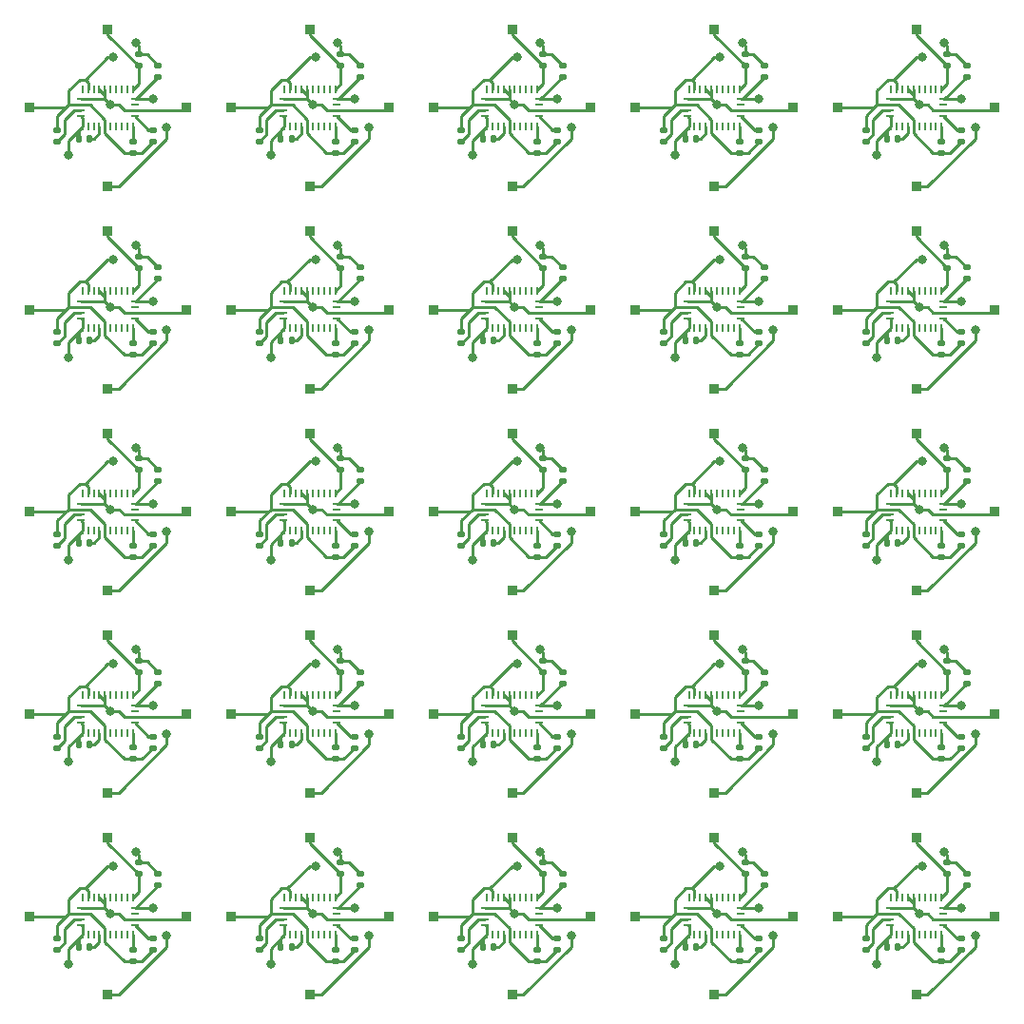
<source format=gtl>
%TF.GenerationSoftware,KiCad,Pcbnew,7.0.5-1.fc38*%
%TF.CreationDate,2023-07-07T14:20:18-04:00*%
%TF.ProjectId,bno085-i2c-board-v3-large-panel,626e6f30-3835-42d6-9932-632d626f6172,rev?*%
%TF.SameCoordinates,Original*%
%TF.FileFunction,Copper,L1,Top*%
%TF.FilePolarity,Positive*%
%FSLAX46Y46*%
G04 Gerber Fmt 4.6, Leading zero omitted, Abs format (unit mm)*
G04 Created by KiCad (PCBNEW 7.0.5-1.fc38) date 2023-07-07 14:20:18*
%MOMM*%
%LPD*%
G01*
G04 APERTURE LIST*
G04 Aperture macros list*
%AMRoundRect*
0 Rectangle with rounded corners*
0 $1 Rounding radius*
0 $2 $3 $4 $5 $6 $7 $8 $9 X,Y pos of 4 corners*
0 Add a 4 corners polygon primitive as box body*
4,1,4,$2,$3,$4,$5,$6,$7,$8,$9,$2,$3,0*
0 Add four circle primitives for the rounded corners*
1,1,$1+$1,$2,$3*
1,1,$1+$1,$4,$5*
1,1,$1+$1,$6,$7*
1,1,$1+$1,$8,$9*
0 Add four rect primitives between the rounded corners*
20,1,$1+$1,$2,$3,$4,$5,0*
20,1,$1+$1,$4,$5,$6,$7,0*
20,1,$1+$1,$6,$7,$8,$9,0*
20,1,$1+$1,$8,$9,$2,$3,0*%
G04 Aperture macros list end*
%TA.AperFunction,SMDPad,CuDef*%
%ADD10RoundRect,0.135000X0.185000X-0.135000X0.185000X0.135000X-0.185000X0.135000X-0.185000X-0.135000X0*%
%TD*%
%TA.AperFunction,SMDPad,CuDef*%
%ADD11RoundRect,0.135000X-0.185000X0.135000X-0.185000X-0.135000X0.185000X-0.135000X0.185000X0.135000X0*%
%TD*%
%TA.AperFunction,ComponentPad*%
%ADD12R,0.850000X0.850000*%
%TD*%
%TA.AperFunction,SMDPad,CuDef*%
%ADD13R,0.254000X0.675000*%
%TD*%
%TA.AperFunction,SMDPad,CuDef*%
%ADD14R,0.675000X0.254000*%
%TD*%
%TA.AperFunction,SMDPad,CuDef*%
%ADD15RoundRect,0.140000X0.140000X0.170000X-0.140000X0.170000X-0.140000X-0.170000X0.140000X-0.170000X0*%
%TD*%
%TA.AperFunction,ViaPad*%
%ADD16C,0.800000*%
%TD*%
%TA.AperFunction,Conductor*%
%ADD17C,0.250000*%
%TD*%
G04 APERTURE END LIST*
D10*
%TO.P,R1,1*%
%TO.N,Board_10-+3.3V*%
X114748776Y-75009388D03*
%TO.P,R1,2*%
%TO.N,Board_10-Net-(U1-ENV_SCL)*%
X114748776Y-73989388D03*
%TD*%
D11*
%TO.P,R2,1*%
%TO.N,Board_14-Net-(U1-ENV_SDA)*%
X188498776Y-72989388D03*
%TO.P,R2,2*%
%TO.N,Board_14-+3.3V*%
X188498776Y-74009388D03*
%TD*%
D12*
%TO.P,J2,1,Pin_1*%
%TO.N,Board_7-Net-(J2-Pin_1)*%
X148498776Y-59999388D03*
%TD*%
D10*
%TO.P,R4,1*%
%TO.N,Board_24-Net-(J1-Pin_1)*%
X187248776Y-103259388D03*
%TO.P,R4,2*%
%TO.N,Board_24-+3.3V*%
X187248776Y-102239388D03*
%TD*%
D12*
%TO.P,J4,1,Pin_1*%
%TO.N,Board_16-GND*%
X137498776Y-88999388D03*
%TD*%
%TO.P,J1,1,Pin_1*%
%TO.N,Board_20-Net-(J1-Pin_1)*%
X112498776Y-99999388D03*
%TD*%
D11*
%TO.P,R2,1*%
%TO.N,Board_22-Net-(U1-ENV_SDA)*%
X152498776Y-108989388D03*
%TO.P,R2,2*%
%TO.N,Board_22-+3.3V*%
X152498776Y-110009388D03*
%TD*%
D10*
%TO.P,R3,1*%
%TO.N,Board_11-Net-(U1-BOOTN)*%
X125998776Y-74009388D03*
%TO.P,R3,2*%
%TO.N,Board_11-+3.3V*%
X125998776Y-72989388D03*
%TD*%
D13*
%TO.P,U1,1,RESV_NC*%
%TO.N,Board_6-unconnected-(U1-RESV_NC-Pad1)*%
X128248776Y-51336888D03*
D14*
%TO.P,U1,2,GND*%
%TO.N,Board_6-GND*%
X128111276Y-52249388D03*
%TO.P,U1,3,VDD*%
%TO.N,Board_6-+3.3V*%
X128111276Y-52749388D03*
%TO.P,U1,4,BOOTN*%
%TO.N,Board_6-Net-(U1-BOOTN)*%
X128111276Y-53249388D03*
%TO.P,U1,5,PS1*%
%TO.N,Board_6-GND*%
X128111276Y-53749388D03*
D13*
%TO.P,U1,6,PS0/WAKE*%
X128248776Y-54661888D03*
%TO.P,U1,7,RESV_NC*%
%TO.N,Board_6-unconnected-(U1-RESV_NC-Pad7)*%
X128748776Y-54661888D03*
%TO.P,U1,8,RESV_NC*%
%TO.N,Board_6-unconnected-(U1-RESV_NC-Pad8)*%
X129248776Y-54661888D03*
%TO.P,U1,9,CAP*%
%TO.N,Board_6-Net-(U1-CAP)*%
X129748776Y-54661888D03*
%TO.P,U1,10,CLKSEL0*%
%TO.N,Board_6-+3.3V*%
X130248776Y-54661888D03*
%TO.P,U1,11,NRST*%
%TO.N,Board_6-unconnected-(U1-NRST-Pad11)*%
X130748776Y-54661888D03*
%TO.P,U1,12,RESV_NC*%
%TO.N,Board_6-unconnected-(U1-RESV_NC-Pad12)*%
X131248776Y-54661888D03*
%TO.P,U1,13,RESV_NC*%
%TO.N,Board_6-unconnected-(U1-RESV_NC-Pad13)*%
X131748776Y-54661888D03*
%TO.P,U1,14,H_INTN*%
%TO.N,Board_6-unconnected-(U1-H_INTN-Pad14)*%
X132248776Y-54661888D03*
%TO.P,U1,15,ENV_SCL*%
%TO.N,Board_6-Net-(U1-ENV_SCL)*%
X132748776Y-54661888D03*
D14*
%TO.P,U1,16,ENV_SDA*%
%TO.N,Board_6-Net-(U1-ENV_SDA)*%
X132886276Y-53749388D03*
%TO.P,U1,17,SA0/H_MOSI*%
%TO.N,Board_6-GND*%
X132886276Y-53249388D03*
%TO.P,U1,18,H_CSN*%
%TO.N,Board_6-unconnected-(U1-H_CSN-Pad18)*%
X132886276Y-52749388D03*
%TO.P,U1,19,H_SCL/SCK/RX*%
%TO.N,Board_6-Net-(J2-Pin_1)*%
X132886276Y-52249388D03*
D13*
%TO.P,U1,20,H_SDA/H_MISO/TX*%
%TO.N,Board_6-Net-(J1-Pin_1)*%
X132748776Y-51336888D03*
%TO.P,U1,21,RESV_NC*%
%TO.N,Board_6-unconnected-(U1-RESV_NC-Pad21)*%
X132248776Y-51336888D03*
%TO.P,U1,22,RESV_NC*%
%TO.N,Board_6-unconnected-(U1-RESV_NC-Pad22)*%
X131748776Y-51336888D03*
%TO.P,U1,23,RESV_NC*%
%TO.N,Board_6-unconnected-(U1-RESV_NC-Pad23)*%
X131248776Y-51336888D03*
%TO.P,U1,24,RESV_NC*%
%TO.N,Board_6-unconnected-(U1-RESV_NC-Pad24)*%
X130748776Y-51336888D03*
%TO.P,U1,25,GNDIO*%
%TO.N,Board_6-GND*%
X130248776Y-51336888D03*
%TO.P,U1,26,XOUT32/CLKSEL1*%
X129748776Y-51336888D03*
%TO.P,U1,27,XIN32*%
%TO.N,Board_6-unconnected-(U1-XIN32-Pad27)*%
X129248776Y-51336888D03*
%TO.P,U1,28,VDDIO*%
%TO.N,Board_6-+3.3V*%
X128748776Y-51336888D03*
%TD*%
D12*
%TO.P,J1,1,Pin_1*%
%TO.N,Board_1-Net-(J1-Pin_1)*%
X130498776Y-27999388D03*
%TD*%
D10*
%TO.P,R3,1*%
%TO.N,Board_10-Net-(U1-BOOTN)*%
X107998776Y-74009388D03*
%TO.P,R3,2*%
%TO.N,Board_10-+3.3V*%
X107998776Y-72989388D03*
%TD*%
D12*
%TO.P,J2,1,Pin_1*%
%TO.N,Board_21-Net-(J2-Pin_1)*%
X130498776Y-113999388D03*
%TD*%
D11*
%TO.P,R5,1*%
%TO.N,Board_0-+3.3V*%
X116998776Y-31239388D03*
%TO.P,R5,2*%
%TO.N,Board_0-Net-(J2-Pin_1)*%
X116998776Y-32259388D03*
%TD*%
D12*
%TO.P,J2,1,Pin_1*%
%TO.N,Board_5-Net-(J2-Pin_1)*%
X112498776Y-59999388D03*
%TD*%
D13*
%TO.P,U1,1,RESV_NC*%
%TO.N,Board_5-unconnected-(U1-RESV_NC-Pad1)*%
X110248776Y-51336888D03*
D14*
%TO.P,U1,2,GND*%
%TO.N,Board_5-GND*%
X110111276Y-52249388D03*
%TO.P,U1,3,VDD*%
%TO.N,Board_5-+3.3V*%
X110111276Y-52749388D03*
%TO.P,U1,4,BOOTN*%
%TO.N,Board_5-Net-(U1-BOOTN)*%
X110111276Y-53249388D03*
%TO.P,U1,5,PS1*%
%TO.N,Board_5-GND*%
X110111276Y-53749388D03*
D13*
%TO.P,U1,6,PS0/WAKE*%
X110248776Y-54661888D03*
%TO.P,U1,7,RESV_NC*%
%TO.N,Board_5-unconnected-(U1-RESV_NC-Pad7)*%
X110748776Y-54661888D03*
%TO.P,U1,8,RESV_NC*%
%TO.N,Board_5-unconnected-(U1-RESV_NC-Pad8)*%
X111248776Y-54661888D03*
%TO.P,U1,9,CAP*%
%TO.N,Board_5-Net-(U1-CAP)*%
X111748776Y-54661888D03*
%TO.P,U1,10,CLKSEL0*%
%TO.N,Board_5-+3.3V*%
X112248776Y-54661888D03*
%TO.P,U1,11,NRST*%
%TO.N,Board_5-unconnected-(U1-NRST-Pad11)*%
X112748776Y-54661888D03*
%TO.P,U1,12,RESV_NC*%
%TO.N,Board_5-unconnected-(U1-RESV_NC-Pad12)*%
X113248776Y-54661888D03*
%TO.P,U1,13,RESV_NC*%
%TO.N,Board_5-unconnected-(U1-RESV_NC-Pad13)*%
X113748776Y-54661888D03*
%TO.P,U1,14,H_INTN*%
%TO.N,Board_5-unconnected-(U1-H_INTN-Pad14)*%
X114248776Y-54661888D03*
%TO.P,U1,15,ENV_SCL*%
%TO.N,Board_5-Net-(U1-ENV_SCL)*%
X114748776Y-54661888D03*
D14*
%TO.P,U1,16,ENV_SDA*%
%TO.N,Board_5-Net-(U1-ENV_SDA)*%
X114886276Y-53749388D03*
%TO.P,U1,17,SA0/H_MOSI*%
%TO.N,Board_5-GND*%
X114886276Y-53249388D03*
%TO.P,U1,18,H_CSN*%
%TO.N,Board_5-unconnected-(U1-H_CSN-Pad18)*%
X114886276Y-52749388D03*
%TO.P,U1,19,H_SCL/SCK/RX*%
%TO.N,Board_5-Net-(J2-Pin_1)*%
X114886276Y-52249388D03*
D13*
%TO.P,U1,20,H_SDA/H_MISO/TX*%
%TO.N,Board_5-Net-(J1-Pin_1)*%
X114748776Y-51336888D03*
%TO.P,U1,21,RESV_NC*%
%TO.N,Board_5-unconnected-(U1-RESV_NC-Pad21)*%
X114248776Y-51336888D03*
%TO.P,U1,22,RESV_NC*%
%TO.N,Board_5-unconnected-(U1-RESV_NC-Pad22)*%
X113748776Y-51336888D03*
%TO.P,U1,23,RESV_NC*%
%TO.N,Board_5-unconnected-(U1-RESV_NC-Pad23)*%
X113248776Y-51336888D03*
%TO.P,U1,24,RESV_NC*%
%TO.N,Board_5-unconnected-(U1-RESV_NC-Pad24)*%
X112748776Y-51336888D03*
%TO.P,U1,25,GNDIO*%
%TO.N,Board_5-GND*%
X112248776Y-51336888D03*
%TO.P,U1,26,XOUT32/CLKSEL1*%
X111748776Y-51336888D03*
%TO.P,U1,27,XIN32*%
%TO.N,Board_5-unconnected-(U1-XIN32-Pad27)*%
X111248776Y-51336888D03*
%TO.P,U1,28,VDDIO*%
%TO.N,Board_5-+3.3V*%
X110748776Y-51336888D03*
%TD*%
D12*
%TO.P,J2,1,Pin_1*%
%TO.N,Board_23-Net-(J2-Pin_1)*%
X166498776Y-113999388D03*
%TD*%
D11*
%TO.P,R2,1*%
%TO.N,Board_16-Net-(U1-ENV_SDA)*%
X134498776Y-90989388D03*
%TO.P,R2,2*%
%TO.N,Board_16-+3.3V*%
X134498776Y-92009388D03*
%TD*%
D15*
%TO.P,C1,1*%
%TO.N,Board_1-Net-(U1-CAP)*%
X128866014Y-37745835D03*
%TO.P,C1,2*%
%TO.N,Board_1-GND*%
X127906014Y-37745835D03*
%TD*%
D10*
%TO.P,R4,1*%
%TO.N,Board_18-Net-(J1-Pin_1)*%
X169248776Y-85259388D03*
%TO.P,R4,2*%
%TO.N,Board_18-+3.3V*%
X169248776Y-84239388D03*
%TD*%
%TO.P,R1,1*%
%TO.N,Board_1-+3.3V*%
X132748776Y-39009388D03*
%TO.P,R1,2*%
%TO.N,Board_1-Net-(U1-ENV_SCL)*%
X132748776Y-37989388D03*
%TD*%
%TO.P,R3,1*%
%TO.N,Board_8-Net-(U1-BOOTN)*%
X161998776Y-56009388D03*
%TO.P,R3,2*%
%TO.N,Board_8-+3.3V*%
X161998776Y-54989388D03*
%TD*%
D11*
%TO.P,R5,1*%
%TO.N,Board_14-+3.3V*%
X188998776Y-67239388D03*
%TO.P,R5,2*%
%TO.N,Board_14-Net-(J2-Pin_1)*%
X188998776Y-68259388D03*
%TD*%
D10*
%TO.P,R1,1*%
%TO.N,Board_15-+3.3V*%
X114748776Y-93009388D03*
%TO.P,R1,2*%
%TO.N,Board_15-Net-(U1-ENV_SCL)*%
X114748776Y-91989388D03*
%TD*%
%TO.P,R3,1*%
%TO.N,Board_24-Net-(U1-BOOTN)*%
X179998776Y-110009388D03*
%TO.P,R3,2*%
%TO.N,Board_24-+3.3V*%
X179998776Y-108989388D03*
%TD*%
D12*
%TO.P,J1,1,Pin_1*%
%TO.N,Board_23-Net-(J1-Pin_1)*%
X166498776Y-99999388D03*
%TD*%
%TO.P,J4,1,Pin_1*%
%TO.N,Board_14-GND*%
X191498776Y-70999388D03*
%TD*%
%TO.P,J3,1,Pin_1*%
%TO.N,Board_9-+3.3V*%
X177498776Y-52999388D03*
%TD*%
D15*
%TO.P,C1,1*%
%TO.N,Board_14-Net-(U1-CAP)*%
X182866014Y-73745835D03*
%TO.P,C1,2*%
%TO.N,Board_14-GND*%
X181906014Y-73745835D03*
%TD*%
%TO.P,C1,1*%
%TO.N,Board_21-Net-(U1-CAP)*%
X128866014Y-109745835D03*
%TO.P,C1,2*%
%TO.N,Board_21-GND*%
X127906014Y-109745835D03*
%TD*%
D11*
%TO.P,R5,1*%
%TO.N,Board_18-+3.3V*%
X170998776Y-85239388D03*
%TO.P,R5,2*%
%TO.N,Board_18-Net-(J2-Pin_1)*%
X170998776Y-86259388D03*
%TD*%
%TO.P,R2,1*%
%TO.N,Board_20-Net-(U1-ENV_SDA)*%
X116498776Y-108989388D03*
%TO.P,R2,2*%
%TO.N,Board_20-+3.3V*%
X116498776Y-110009388D03*
%TD*%
D12*
%TO.P,J2,1,Pin_1*%
%TO.N,Board_17-Net-(J2-Pin_1)*%
X148498776Y-95999388D03*
%TD*%
%TO.P,J2,1,Pin_1*%
%TO.N,Board_12-Net-(J2-Pin_1)*%
X148498776Y-77999388D03*
%TD*%
%TO.P,J3,1,Pin_1*%
%TO.N,Board_2-+3.3V*%
X141498776Y-34999388D03*
%TD*%
D13*
%TO.P,U1,1,RESV_NC*%
%TO.N,Board_23-unconnected-(U1-RESV_NC-Pad1)*%
X164248776Y-105336888D03*
D14*
%TO.P,U1,2,GND*%
%TO.N,Board_23-GND*%
X164111276Y-106249388D03*
%TO.P,U1,3,VDD*%
%TO.N,Board_23-+3.3V*%
X164111276Y-106749388D03*
%TO.P,U1,4,BOOTN*%
%TO.N,Board_23-Net-(U1-BOOTN)*%
X164111276Y-107249388D03*
%TO.P,U1,5,PS1*%
%TO.N,Board_23-GND*%
X164111276Y-107749388D03*
D13*
%TO.P,U1,6,PS0/WAKE*%
X164248776Y-108661888D03*
%TO.P,U1,7,RESV_NC*%
%TO.N,Board_23-unconnected-(U1-RESV_NC-Pad7)*%
X164748776Y-108661888D03*
%TO.P,U1,8,RESV_NC*%
%TO.N,Board_23-unconnected-(U1-RESV_NC-Pad8)*%
X165248776Y-108661888D03*
%TO.P,U1,9,CAP*%
%TO.N,Board_23-Net-(U1-CAP)*%
X165748776Y-108661888D03*
%TO.P,U1,10,CLKSEL0*%
%TO.N,Board_23-+3.3V*%
X166248776Y-108661888D03*
%TO.P,U1,11,NRST*%
%TO.N,Board_23-unconnected-(U1-NRST-Pad11)*%
X166748776Y-108661888D03*
%TO.P,U1,12,RESV_NC*%
%TO.N,Board_23-unconnected-(U1-RESV_NC-Pad12)*%
X167248776Y-108661888D03*
%TO.P,U1,13,RESV_NC*%
%TO.N,Board_23-unconnected-(U1-RESV_NC-Pad13)*%
X167748776Y-108661888D03*
%TO.P,U1,14,H_INTN*%
%TO.N,Board_23-unconnected-(U1-H_INTN-Pad14)*%
X168248776Y-108661888D03*
%TO.P,U1,15,ENV_SCL*%
%TO.N,Board_23-Net-(U1-ENV_SCL)*%
X168748776Y-108661888D03*
D14*
%TO.P,U1,16,ENV_SDA*%
%TO.N,Board_23-Net-(U1-ENV_SDA)*%
X168886276Y-107749388D03*
%TO.P,U1,17,SA0/H_MOSI*%
%TO.N,Board_23-GND*%
X168886276Y-107249388D03*
%TO.P,U1,18,H_CSN*%
%TO.N,Board_23-unconnected-(U1-H_CSN-Pad18)*%
X168886276Y-106749388D03*
%TO.P,U1,19,H_SCL/SCK/RX*%
%TO.N,Board_23-Net-(J2-Pin_1)*%
X168886276Y-106249388D03*
D13*
%TO.P,U1,20,H_SDA/H_MISO/TX*%
%TO.N,Board_23-Net-(J1-Pin_1)*%
X168748776Y-105336888D03*
%TO.P,U1,21,RESV_NC*%
%TO.N,Board_23-unconnected-(U1-RESV_NC-Pad21)*%
X168248776Y-105336888D03*
%TO.P,U1,22,RESV_NC*%
%TO.N,Board_23-unconnected-(U1-RESV_NC-Pad22)*%
X167748776Y-105336888D03*
%TO.P,U1,23,RESV_NC*%
%TO.N,Board_23-unconnected-(U1-RESV_NC-Pad23)*%
X167248776Y-105336888D03*
%TO.P,U1,24,RESV_NC*%
%TO.N,Board_23-unconnected-(U1-RESV_NC-Pad24)*%
X166748776Y-105336888D03*
%TO.P,U1,25,GNDIO*%
%TO.N,Board_23-GND*%
X166248776Y-105336888D03*
%TO.P,U1,26,XOUT32/CLKSEL1*%
X165748776Y-105336888D03*
%TO.P,U1,27,XIN32*%
%TO.N,Board_23-unconnected-(U1-XIN32-Pad27)*%
X165248776Y-105336888D03*
%TO.P,U1,28,VDDIO*%
%TO.N,Board_23-+3.3V*%
X164748776Y-105336888D03*
%TD*%
D11*
%TO.P,R2,1*%
%TO.N,Board_11-Net-(U1-ENV_SDA)*%
X134498776Y-72989388D03*
%TO.P,R2,2*%
%TO.N,Board_11-+3.3V*%
X134498776Y-74009388D03*
%TD*%
D10*
%TO.P,R4,1*%
%TO.N,Board_3-Net-(J1-Pin_1)*%
X169248776Y-31259388D03*
%TO.P,R4,2*%
%TO.N,Board_3-+3.3V*%
X169248776Y-30239388D03*
%TD*%
%TO.P,R4,1*%
%TO.N,Board_14-Net-(J1-Pin_1)*%
X187248776Y-67259388D03*
%TO.P,R4,2*%
%TO.N,Board_14-+3.3V*%
X187248776Y-66239388D03*
%TD*%
D12*
%TO.P,J1,1,Pin_1*%
%TO.N,Board_6-Net-(J1-Pin_1)*%
X130498776Y-45999388D03*
%TD*%
D10*
%TO.P,R3,1*%
%TO.N,Board_3-Net-(U1-BOOTN)*%
X161998776Y-38009388D03*
%TO.P,R3,2*%
%TO.N,Board_3-+3.3V*%
X161998776Y-36989388D03*
%TD*%
D13*
%TO.P,U1,1,RESV_NC*%
%TO.N,Board_3-unconnected-(U1-RESV_NC-Pad1)*%
X164248776Y-33336888D03*
D14*
%TO.P,U1,2,GND*%
%TO.N,Board_3-GND*%
X164111276Y-34249388D03*
%TO.P,U1,3,VDD*%
%TO.N,Board_3-+3.3V*%
X164111276Y-34749388D03*
%TO.P,U1,4,BOOTN*%
%TO.N,Board_3-Net-(U1-BOOTN)*%
X164111276Y-35249388D03*
%TO.P,U1,5,PS1*%
%TO.N,Board_3-GND*%
X164111276Y-35749388D03*
D13*
%TO.P,U1,6,PS0/WAKE*%
X164248776Y-36661888D03*
%TO.P,U1,7,RESV_NC*%
%TO.N,Board_3-unconnected-(U1-RESV_NC-Pad7)*%
X164748776Y-36661888D03*
%TO.P,U1,8,RESV_NC*%
%TO.N,Board_3-unconnected-(U1-RESV_NC-Pad8)*%
X165248776Y-36661888D03*
%TO.P,U1,9,CAP*%
%TO.N,Board_3-Net-(U1-CAP)*%
X165748776Y-36661888D03*
%TO.P,U1,10,CLKSEL0*%
%TO.N,Board_3-+3.3V*%
X166248776Y-36661888D03*
%TO.P,U1,11,NRST*%
%TO.N,Board_3-unconnected-(U1-NRST-Pad11)*%
X166748776Y-36661888D03*
%TO.P,U1,12,RESV_NC*%
%TO.N,Board_3-unconnected-(U1-RESV_NC-Pad12)*%
X167248776Y-36661888D03*
%TO.P,U1,13,RESV_NC*%
%TO.N,Board_3-unconnected-(U1-RESV_NC-Pad13)*%
X167748776Y-36661888D03*
%TO.P,U1,14,H_INTN*%
%TO.N,Board_3-unconnected-(U1-H_INTN-Pad14)*%
X168248776Y-36661888D03*
%TO.P,U1,15,ENV_SCL*%
%TO.N,Board_3-Net-(U1-ENV_SCL)*%
X168748776Y-36661888D03*
D14*
%TO.P,U1,16,ENV_SDA*%
%TO.N,Board_3-Net-(U1-ENV_SDA)*%
X168886276Y-35749388D03*
%TO.P,U1,17,SA0/H_MOSI*%
%TO.N,Board_3-GND*%
X168886276Y-35249388D03*
%TO.P,U1,18,H_CSN*%
%TO.N,Board_3-unconnected-(U1-H_CSN-Pad18)*%
X168886276Y-34749388D03*
%TO.P,U1,19,H_SCL/SCK/RX*%
%TO.N,Board_3-Net-(J2-Pin_1)*%
X168886276Y-34249388D03*
D13*
%TO.P,U1,20,H_SDA/H_MISO/TX*%
%TO.N,Board_3-Net-(J1-Pin_1)*%
X168748776Y-33336888D03*
%TO.P,U1,21,RESV_NC*%
%TO.N,Board_3-unconnected-(U1-RESV_NC-Pad21)*%
X168248776Y-33336888D03*
%TO.P,U1,22,RESV_NC*%
%TO.N,Board_3-unconnected-(U1-RESV_NC-Pad22)*%
X167748776Y-33336888D03*
%TO.P,U1,23,RESV_NC*%
%TO.N,Board_3-unconnected-(U1-RESV_NC-Pad23)*%
X167248776Y-33336888D03*
%TO.P,U1,24,RESV_NC*%
%TO.N,Board_3-unconnected-(U1-RESV_NC-Pad24)*%
X166748776Y-33336888D03*
%TO.P,U1,25,GNDIO*%
%TO.N,Board_3-GND*%
X166248776Y-33336888D03*
%TO.P,U1,26,XOUT32/CLKSEL1*%
X165748776Y-33336888D03*
%TO.P,U1,27,XIN32*%
%TO.N,Board_3-unconnected-(U1-XIN32-Pad27)*%
X165248776Y-33336888D03*
%TO.P,U1,28,VDDIO*%
%TO.N,Board_3-+3.3V*%
X164748776Y-33336888D03*
%TD*%
D10*
%TO.P,R1,1*%
%TO.N,Board_3-+3.3V*%
X168748776Y-39009388D03*
%TO.P,R1,2*%
%TO.N,Board_3-Net-(U1-ENV_SCL)*%
X168748776Y-37989388D03*
%TD*%
D11*
%TO.P,R2,1*%
%TO.N,Board_18-Net-(U1-ENV_SDA)*%
X170498776Y-90989388D03*
%TO.P,R2,2*%
%TO.N,Board_18-+3.3V*%
X170498776Y-92009388D03*
%TD*%
D10*
%TO.P,R4,1*%
%TO.N,Board_10-Net-(J1-Pin_1)*%
X115248776Y-67259388D03*
%TO.P,R4,2*%
%TO.N,Board_10-+3.3V*%
X115248776Y-66239388D03*
%TD*%
D12*
%TO.P,J3,1,Pin_1*%
%TO.N,Board_8-+3.3V*%
X159498776Y-52999388D03*
%TD*%
D10*
%TO.P,R1,1*%
%TO.N,Board_24-+3.3V*%
X186748776Y-111009388D03*
%TO.P,R1,2*%
%TO.N,Board_24-Net-(U1-ENV_SCL)*%
X186748776Y-109989388D03*
%TD*%
D15*
%TO.P,C1,1*%
%TO.N,Board_11-Net-(U1-CAP)*%
X128866014Y-73745835D03*
%TO.P,C1,2*%
%TO.N,Board_11-GND*%
X127906014Y-73745835D03*
%TD*%
D11*
%TO.P,R5,1*%
%TO.N,Board_6-+3.3V*%
X134998776Y-49239388D03*
%TO.P,R5,2*%
%TO.N,Board_6-Net-(J2-Pin_1)*%
X134998776Y-50259388D03*
%TD*%
D12*
%TO.P,J4,1,Pin_1*%
%TO.N,Board_13-GND*%
X173498776Y-70999388D03*
%TD*%
%TO.P,J1,1,Pin_1*%
%TO.N,Board_0-Net-(J1-Pin_1)*%
X112498776Y-27999388D03*
%TD*%
D11*
%TO.P,R2,1*%
%TO.N,Board_24-Net-(U1-ENV_SDA)*%
X188498776Y-108989388D03*
%TO.P,R2,2*%
%TO.N,Board_24-+3.3V*%
X188498776Y-110009388D03*
%TD*%
D15*
%TO.P,C1,1*%
%TO.N,Board_18-Net-(U1-CAP)*%
X164866014Y-91745835D03*
%TO.P,C1,2*%
%TO.N,Board_18-GND*%
X163906014Y-91745835D03*
%TD*%
D10*
%TO.P,R1,1*%
%TO.N,Board_9-+3.3V*%
X186748776Y-57009388D03*
%TO.P,R1,2*%
%TO.N,Board_9-Net-(U1-ENV_SCL)*%
X186748776Y-55989388D03*
%TD*%
D11*
%TO.P,R5,1*%
%TO.N,Board_10-+3.3V*%
X116998776Y-67239388D03*
%TO.P,R5,2*%
%TO.N,Board_10-Net-(J2-Pin_1)*%
X116998776Y-68259388D03*
%TD*%
D10*
%TO.P,R1,1*%
%TO.N,Board_8-+3.3V*%
X168748776Y-57009388D03*
%TO.P,R1,2*%
%TO.N,Board_8-Net-(U1-ENV_SCL)*%
X168748776Y-55989388D03*
%TD*%
D13*
%TO.P,U1,1,RESV_NC*%
%TO.N,Board_13-unconnected-(U1-RESV_NC-Pad1)*%
X164248776Y-69336888D03*
D14*
%TO.P,U1,2,GND*%
%TO.N,Board_13-GND*%
X164111276Y-70249388D03*
%TO.P,U1,3,VDD*%
%TO.N,Board_13-+3.3V*%
X164111276Y-70749388D03*
%TO.P,U1,4,BOOTN*%
%TO.N,Board_13-Net-(U1-BOOTN)*%
X164111276Y-71249388D03*
%TO.P,U1,5,PS1*%
%TO.N,Board_13-GND*%
X164111276Y-71749388D03*
D13*
%TO.P,U1,6,PS0/WAKE*%
X164248776Y-72661888D03*
%TO.P,U1,7,RESV_NC*%
%TO.N,Board_13-unconnected-(U1-RESV_NC-Pad7)*%
X164748776Y-72661888D03*
%TO.P,U1,8,RESV_NC*%
%TO.N,Board_13-unconnected-(U1-RESV_NC-Pad8)*%
X165248776Y-72661888D03*
%TO.P,U1,9,CAP*%
%TO.N,Board_13-Net-(U1-CAP)*%
X165748776Y-72661888D03*
%TO.P,U1,10,CLKSEL0*%
%TO.N,Board_13-+3.3V*%
X166248776Y-72661888D03*
%TO.P,U1,11,NRST*%
%TO.N,Board_13-unconnected-(U1-NRST-Pad11)*%
X166748776Y-72661888D03*
%TO.P,U1,12,RESV_NC*%
%TO.N,Board_13-unconnected-(U1-RESV_NC-Pad12)*%
X167248776Y-72661888D03*
%TO.P,U1,13,RESV_NC*%
%TO.N,Board_13-unconnected-(U1-RESV_NC-Pad13)*%
X167748776Y-72661888D03*
%TO.P,U1,14,H_INTN*%
%TO.N,Board_13-unconnected-(U1-H_INTN-Pad14)*%
X168248776Y-72661888D03*
%TO.P,U1,15,ENV_SCL*%
%TO.N,Board_13-Net-(U1-ENV_SCL)*%
X168748776Y-72661888D03*
D14*
%TO.P,U1,16,ENV_SDA*%
%TO.N,Board_13-Net-(U1-ENV_SDA)*%
X168886276Y-71749388D03*
%TO.P,U1,17,SA0/H_MOSI*%
%TO.N,Board_13-GND*%
X168886276Y-71249388D03*
%TO.P,U1,18,H_CSN*%
%TO.N,Board_13-unconnected-(U1-H_CSN-Pad18)*%
X168886276Y-70749388D03*
%TO.P,U1,19,H_SCL/SCK/RX*%
%TO.N,Board_13-Net-(J2-Pin_1)*%
X168886276Y-70249388D03*
D13*
%TO.P,U1,20,H_SDA/H_MISO/TX*%
%TO.N,Board_13-Net-(J1-Pin_1)*%
X168748776Y-69336888D03*
%TO.P,U1,21,RESV_NC*%
%TO.N,Board_13-unconnected-(U1-RESV_NC-Pad21)*%
X168248776Y-69336888D03*
%TO.P,U1,22,RESV_NC*%
%TO.N,Board_13-unconnected-(U1-RESV_NC-Pad22)*%
X167748776Y-69336888D03*
%TO.P,U1,23,RESV_NC*%
%TO.N,Board_13-unconnected-(U1-RESV_NC-Pad23)*%
X167248776Y-69336888D03*
%TO.P,U1,24,RESV_NC*%
%TO.N,Board_13-unconnected-(U1-RESV_NC-Pad24)*%
X166748776Y-69336888D03*
%TO.P,U1,25,GNDIO*%
%TO.N,Board_13-GND*%
X166248776Y-69336888D03*
%TO.P,U1,26,XOUT32/CLKSEL1*%
X165748776Y-69336888D03*
%TO.P,U1,27,XIN32*%
%TO.N,Board_13-unconnected-(U1-XIN32-Pad27)*%
X165248776Y-69336888D03*
%TO.P,U1,28,VDDIO*%
%TO.N,Board_13-+3.3V*%
X164748776Y-69336888D03*
%TD*%
D11*
%TO.P,R5,1*%
%TO.N,Board_20-+3.3V*%
X116998776Y-103239388D03*
%TO.P,R5,2*%
%TO.N,Board_20-Net-(J2-Pin_1)*%
X116998776Y-104259388D03*
%TD*%
D10*
%TO.P,R1,1*%
%TO.N,Board_20-+3.3V*%
X114748776Y-111009388D03*
%TO.P,R1,2*%
%TO.N,Board_20-Net-(U1-ENV_SCL)*%
X114748776Y-109989388D03*
%TD*%
%TO.P,R1,1*%
%TO.N,Board_23-+3.3V*%
X168748776Y-111009388D03*
%TO.P,R1,2*%
%TO.N,Board_23-Net-(U1-ENV_SCL)*%
X168748776Y-109989388D03*
%TD*%
D12*
%TO.P,J3,1,Pin_1*%
%TO.N,Board_6-+3.3V*%
X123498776Y-52999388D03*
%TD*%
%TO.P,J3,1,Pin_1*%
%TO.N,Board_22-+3.3V*%
X141498776Y-106999388D03*
%TD*%
D11*
%TO.P,R2,1*%
%TO.N,Board_4-Net-(U1-ENV_SDA)*%
X188498776Y-36989388D03*
%TO.P,R2,2*%
%TO.N,Board_4-+3.3V*%
X188498776Y-38009388D03*
%TD*%
D10*
%TO.P,R3,1*%
%TO.N,Board_12-Net-(U1-BOOTN)*%
X143998776Y-74009388D03*
%TO.P,R3,2*%
%TO.N,Board_12-+3.3V*%
X143998776Y-72989388D03*
%TD*%
D12*
%TO.P,J2,1,Pin_1*%
%TO.N,Board_11-Net-(J2-Pin_1)*%
X130498776Y-77999388D03*
%TD*%
D11*
%TO.P,R2,1*%
%TO.N,Board_10-Net-(U1-ENV_SDA)*%
X116498776Y-72989388D03*
%TO.P,R2,2*%
%TO.N,Board_10-+3.3V*%
X116498776Y-74009388D03*
%TD*%
D12*
%TO.P,J4,1,Pin_1*%
%TO.N,Board_18-GND*%
X173498776Y-88999388D03*
%TD*%
%TO.P,J3,1,Pin_1*%
%TO.N,Board_21-+3.3V*%
X123498776Y-106999388D03*
%TD*%
D10*
%TO.P,R1,1*%
%TO.N,Board_14-+3.3V*%
X186748776Y-75009388D03*
%TO.P,R1,2*%
%TO.N,Board_14-Net-(U1-ENV_SCL)*%
X186748776Y-73989388D03*
%TD*%
D13*
%TO.P,U1,1,RESV_NC*%
%TO.N,Board_7-unconnected-(U1-RESV_NC-Pad1)*%
X146248776Y-51336888D03*
D14*
%TO.P,U1,2,GND*%
%TO.N,Board_7-GND*%
X146111276Y-52249388D03*
%TO.P,U1,3,VDD*%
%TO.N,Board_7-+3.3V*%
X146111276Y-52749388D03*
%TO.P,U1,4,BOOTN*%
%TO.N,Board_7-Net-(U1-BOOTN)*%
X146111276Y-53249388D03*
%TO.P,U1,5,PS1*%
%TO.N,Board_7-GND*%
X146111276Y-53749388D03*
D13*
%TO.P,U1,6,PS0/WAKE*%
X146248776Y-54661888D03*
%TO.P,U1,7,RESV_NC*%
%TO.N,Board_7-unconnected-(U1-RESV_NC-Pad7)*%
X146748776Y-54661888D03*
%TO.P,U1,8,RESV_NC*%
%TO.N,Board_7-unconnected-(U1-RESV_NC-Pad8)*%
X147248776Y-54661888D03*
%TO.P,U1,9,CAP*%
%TO.N,Board_7-Net-(U1-CAP)*%
X147748776Y-54661888D03*
%TO.P,U1,10,CLKSEL0*%
%TO.N,Board_7-+3.3V*%
X148248776Y-54661888D03*
%TO.P,U1,11,NRST*%
%TO.N,Board_7-unconnected-(U1-NRST-Pad11)*%
X148748776Y-54661888D03*
%TO.P,U1,12,RESV_NC*%
%TO.N,Board_7-unconnected-(U1-RESV_NC-Pad12)*%
X149248776Y-54661888D03*
%TO.P,U1,13,RESV_NC*%
%TO.N,Board_7-unconnected-(U1-RESV_NC-Pad13)*%
X149748776Y-54661888D03*
%TO.P,U1,14,H_INTN*%
%TO.N,Board_7-unconnected-(U1-H_INTN-Pad14)*%
X150248776Y-54661888D03*
%TO.P,U1,15,ENV_SCL*%
%TO.N,Board_7-Net-(U1-ENV_SCL)*%
X150748776Y-54661888D03*
D14*
%TO.P,U1,16,ENV_SDA*%
%TO.N,Board_7-Net-(U1-ENV_SDA)*%
X150886276Y-53749388D03*
%TO.P,U1,17,SA0/H_MOSI*%
%TO.N,Board_7-GND*%
X150886276Y-53249388D03*
%TO.P,U1,18,H_CSN*%
%TO.N,Board_7-unconnected-(U1-H_CSN-Pad18)*%
X150886276Y-52749388D03*
%TO.P,U1,19,H_SCL/SCK/RX*%
%TO.N,Board_7-Net-(J2-Pin_1)*%
X150886276Y-52249388D03*
D13*
%TO.P,U1,20,H_SDA/H_MISO/TX*%
%TO.N,Board_7-Net-(J1-Pin_1)*%
X150748776Y-51336888D03*
%TO.P,U1,21,RESV_NC*%
%TO.N,Board_7-unconnected-(U1-RESV_NC-Pad21)*%
X150248776Y-51336888D03*
%TO.P,U1,22,RESV_NC*%
%TO.N,Board_7-unconnected-(U1-RESV_NC-Pad22)*%
X149748776Y-51336888D03*
%TO.P,U1,23,RESV_NC*%
%TO.N,Board_7-unconnected-(U1-RESV_NC-Pad23)*%
X149248776Y-51336888D03*
%TO.P,U1,24,RESV_NC*%
%TO.N,Board_7-unconnected-(U1-RESV_NC-Pad24)*%
X148748776Y-51336888D03*
%TO.P,U1,25,GNDIO*%
%TO.N,Board_7-GND*%
X148248776Y-51336888D03*
%TO.P,U1,26,XOUT32/CLKSEL1*%
X147748776Y-51336888D03*
%TO.P,U1,27,XIN32*%
%TO.N,Board_7-unconnected-(U1-XIN32-Pad27)*%
X147248776Y-51336888D03*
%TO.P,U1,28,VDDIO*%
%TO.N,Board_7-+3.3V*%
X146748776Y-51336888D03*
%TD*%
D12*
%TO.P,J2,1,Pin_1*%
%TO.N,Board_24-Net-(J2-Pin_1)*%
X184498776Y-113999388D03*
%TD*%
%TO.P,J4,1,Pin_1*%
%TO.N,Board_11-GND*%
X137498776Y-70999388D03*
%TD*%
D10*
%TO.P,R4,1*%
%TO.N,Board_16-Net-(J1-Pin_1)*%
X133248776Y-85259388D03*
%TO.P,R4,2*%
%TO.N,Board_16-+3.3V*%
X133248776Y-84239388D03*
%TD*%
D12*
%TO.P,J3,1,Pin_1*%
%TO.N,Board_12-+3.3V*%
X141498776Y-70999388D03*
%TD*%
D10*
%TO.P,R1,1*%
%TO.N,Board_19-+3.3V*%
X186748776Y-93009388D03*
%TO.P,R1,2*%
%TO.N,Board_19-Net-(U1-ENV_SCL)*%
X186748776Y-91989388D03*
%TD*%
%TO.P,R4,1*%
%TO.N,Board_1-Net-(J1-Pin_1)*%
X133248776Y-31259388D03*
%TO.P,R4,2*%
%TO.N,Board_1-+3.3V*%
X133248776Y-30239388D03*
%TD*%
D12*
%TO.P,J2,1,Pin_1*%
%TO.N,Board_22-Net-(J2-Pin_1)*%
X148498776Y-113999388D03*
%TD*%
D10*
%TO.P,R4,1*%
%TO.N,Board_2-Net-(J1-Pin_1)*%
X151248776Y-31259388D03*
%TO.P,R4,2*%
%TO.N,Board_2-+3.3V*%
X151248776Y-30239388D03*
%TD*%
D12*
%TO.P,J3,1,Pin_1*%
%TO.N,Board_17-+3.3V*%
X141498776Y-88999388D03*
%TD*%
D13*
%TO.P,U1,1,RESV_NC*%
%TO.N,Board_22-unconnected-(U1-RESV_NC-Pad1)*%
X146248776Y-105336888D03*
D14*
%TO.P,U1,2,GND*%
%TO.N,Board_22-GND*%
X146111276Y-106249388D03*
%TO.P,U1,3,VDD*%
%TO.N,Board_22-+3.3V*%
X146111276Y-106749388D03*
%TO.P,U1,4,BOOTN*%
%TO.N,Board_22-Net-(U1-BOOTN)*%
X146111276Y-107249388D03*
%TO.P,U1,5,PS1*%
%TO.N,Board_22-GND*%
X146111276Y-107749388D03*
D13*
%TO.P,U1,6,PS0/WAKE*%
X146248776Y-108661888D03*
%TO.P,U1,7,RESV_NC*%
%TO.N,Board_22-unconnected-(U1-RESV_NC-Pad7)*%
X146748776Y-108661888D03*
%TO.P,U1,8,RESV_NC*%
%TO.N,Board_22-unconnected-(U1-RESV_NC-Pad8)*%
X147248776Y-108661888D03*
%TO.P,U1,9,CAP*%
%TO.N,Board_22-Net-(U1-CAP)*%
X147748776Y-108661888D03*
%TO.P,U1,10,CLKSEL0*%
%TO.N,Board_22-+3.3V*%
X148248776Y-108661888D03*
%TO.P,U1,11,NRST*%
%TO.N,Board_22-unconnected-(U1-NRST-Pad11)*%
X148748776Y-108661888D03*
%TO.P,U1,12,RESV_NC*%
%TO.N,Board_22-unconnected-(U1-RESV_NC-Pad12)*%
X149248776Y-108661888D03*
%TO.P,U1,13,RESV_NC*%
%TO.N,Board_22-unconnected-(U1-RESV_NC-Pad13)*%
X149748776Y-108661888D03*
%TO.P,U1,14,H_INTN*%
%TO.N,Board_22-unconnected-(U1-H_INTN-Pad14)*%
X150248776Y-108661888D03*
%TO.P,U1,15,ENV_SCL*%
%TO.N,Board_22-Net-(U1-ENV_SCL)*%
X150748776Y-108661888D03*
D14*
%TO.P,U1,16,ENV_SDA*%
%TO.N,Board_22-Net-(U1-ENV_SDA)*%
X150886276Y-107749388D03*
%TO.P,U1,17,SA0/H_MOSI*%
%TO.N,Board_22-GND*%
X150886276Y-107249388D03*
%TO.P,U1,18,H_CSN*%
%TO.N,Board_22-unconnected-(U1-H_CSN-Pad18)*%
X150886276Y-106749388D03*
%TO.P,U1,19,H_SCL/SCK/RX*%
%TO.N,Board_22-Net-(J2-Pin_1)*%
X150886276Y-106249388D03*
D13*
%TO.P,U1,20,H_SDA/H_MISO/TX*%
%TO.N,Board_22-Net-(J1-Pin_1)*%
X150748776Y-105336888D03*
%TO.P,U1,21,RESV_NC*%
%TO.N,Board_22-unconnected-(U1-RESV_NC-Pad21)*%
X150248776Y-105336888D03*
%TO.P,U1,22,RESV_NC*%
%TO.N,Board_22-unconnected-(U1-RESV_NC-Pad22)*%
X149748776Y-105336888D03*
%TO.P,U1,23,RESV_NC*%
%TO.N,Board_22-unconnected-(U1-RESV_NC-Pad23)*%
X149248776Y-105336888D03*
%TO.P,U1,24,RESV_NC*%
%TO.N,Board_22-unconnected-(U1-RESV_NC-Pad24)*%
X148748776Y-105336888D03*
%TO.P,U1,25,GNDIO*%
%TO.N,Board_22-GND*%
X148248776Y-105336888D03*
%TO.P,U1,26,XOUT32/CLKSEL1*%
X147748776Y-105336888D03*
%TO.P,U1,27,XIN32*%
%TO.N,Board_22-unconnected-(U1-XIN32-Pad27)*%
X147248776Y-105336888D03*
%TO.P,U1,28,VDDIO*%
%TO.N,Board_22-+3.3V*%
X146748776Y-105336888D03*
%TD*%
D12*
%TO.P,J2,1,Pin_1*%
%TO.N,Board_19-Net-(J2-Pin_1)*%
X184498776Y-95999388D03*
%TD*%
D15*
%TO.P,C1,1*%
%TO.N,Board_12-Net-(U1-CAP)*%
X146866014Y-73745835D03*
%TO.P,C1,2*%
%TO.N,Board_12-GND*%
X145906014Y-73745835D03*
%TD*%
D10*
%TO.P,R4,1*%
%TO.N,Board_12-Net-(J1-Pin_1)*%
X151248776Y-67259388D03*
%TO.P,R4,2*%
%TO.N,Board_12-+3.3V*%
X151248776Y-66239388D03*
%TD*%
%TO.P,R3,1*%
%TO.N,Board_20-Net-(U1-BOOTN)*%
X107998776Y-110009388D03*
%TO.P,R3,2*%
%TO.N,Board_20-+3.3V*%
X107998776Y-108989388D03*
%TD*%
%TO.P,R3,1*%
%TO.N,Board_14-Net-(U1-BOOTN)*%
X179998776Y-74009388D03*
%TO.P,R3,2*%
%TO.N,Board_14-+3.3V*%
X179998776Y-72989388D03*
%TD*%
D12*
%TO.P,J4,1,Pin_1*%
%TO.N,Board_7-GND*%
X155498776Y-52999388D03*
%TD*%
D10*
%TO.P,R4,1*%
%TO.N,Board_15-Net-(J1-Pin_1)*%
X115248776Y-85259388D03*
%TO.P,R4,2*%
%TO.N,Board_15-+3.3V*%
X115248776Y-84239388D03*
%TD*%
%TO.P,R1,1*%
%TO.N,Board_16-+3.3V*%
X132748776Y-93009388D03*
%TO.P,R1,2*%
%TO.N,Board_16-Net-(U1-ENV_SCL)*%
X132748776Y-91989388D03*
%TD*%
%TO.P,R1,1*%
%TO.N,Board_13-+3.3V*%
X168748776Y-75009388D03*
%TO.P,R1,2*%
%TO.N,Board_13-Net-(U1-ENV_SCL)*%
X168748776Y-73989388D03*
%TD*%
%TO.P,R4,1*%
%TO.N,Board_7-Net-(J1-Pin_1)*%
X151248776Y-49259388D03*
%TO.P,R4,2*%
%TO.N,Board_7-+3.3V*%
X151248776Y-48239388D03*
%TD*%
D12*
%TO.P,J1,1,Pin_1*%
%TO.N,Board_3-Net-(J1-Pin_1)*%
X166498776Y-27999388D03*
%TD*%
%TO.P,J2,1,Pin_1*%
%TO.N,Board_3-Net-(J2-Pin_1)*%
X166498776Y-41999388D03*
%TD*%
D13*
%TO.P,U1,1,RESV_NC*%
%TO.N,Board_0-unconnected-(U1-RESV_NC-Pad1)*%
X110248776Y-33336888D03*
D14*
%TO.P,U1,2,GND*%
%TO.N,Board_0-GND*%
X110111276Y-34249388D03*
%TO.P,U1,3,VDD*%
%TO.N,Board_0-+3.3V*%
X110111276Y-34749388D03*
%TO.P,U1,4,BOOTN*%
%TO.N,Board_0-Net-(U1-BOOTN)*%
X110111276Y-35249388D03*
%TO.P,U1,5,PS1*%
%TO.N,Board_0-GND*%
X110111276Y-35749388D03*
D13*
%TO.P,U1,6,PS0/WAKE*%
X110248776Y-36661888D03*
%TO.P,U1,7,RESV_NC*%
%TO.N,Board_0-unconnected-(U1-RESV_NC-Pad7)*%
X110748776Y-36661888D03*
%TO.P,U1,8,RESV_NC*%
%TO.N,Board_0-unconnected-(U1-RESV_NC-Pad8)*%
X111248776Y-36661888D03*
%TO.P,U1,9,CAP*%
%TO.N,Board_0-Net-(U1-CAP)*%
X111748776Y-36661888D03*
%TO.P,U1,10,CLKSEL0*%
%TO.N,Board_0-+3.3V*%
X112248776Y-36661888D03*
%TO.P,U1,11,NRST*%
%TO.N,Board_0-unconnected-(U1-NRST-Pad11)*%
X112748776Y-36661888D03*
%TO.P,U1,12,RESV_NC*%
%TO.N,Board_0-unconnected-(U1-RESV_NC-Pad12)*%
X113248776Y-36661888D03*
%TO.P,U1,13,RESV_NC*%
%TO.N,Board_0-unconnected-(U1-RESV_NC-Pad13)*%
X113748776Y-36661888D03*
%TO.P,U1,14,H_INTN*%
%TO.N,Board_0-unconnected-(U1-H_INTN-Pad14)*%
X114248776Y-36661888D03*
%TO.P,U1,15,ENV_SCL*%
%TO.N,Board_0-Net-(U1-ENV_SCL)*%
X114748776Y-36661888D03*
D14*
%TO.P,U1,16,ENV_SDA*%
%TO.N,Board_0-Net-(U1-ENV_SDA)*%
X114886276Y-35749388D03*
%TO.P,U1,17,SA0/H_MOSI*%
%TO.N,Board_0-GND*%
X114886276Y-35249388D03*
%TO.P,U1,18,H_CSN*%
%TO.N,Board_0-unconnected-(U1-H_CSN-Pad18)*%
X114886276Y-34749388D03*
%TO.P,U1,19,H_SCL/SCK/RX*%
%TO.N,Board_0-Net-(J2-Pin_1)*%
X114886276Y-34249388D03*
D13*
%TO.P,U1,20,H_SDA/H_MISO/TX*%
%TO.N,Board_0-Net-(J1-Pin_1)*%
X114748776Y-33336888D03*
%TO.P,U1,21,RESV_NC*%
%TO.N,Board_0-unconnected-(U1-RESV_NC-Pad21)*%
X114248776Y-33336888D03*
%TO.P,U1,22,RESV_NC*%
%TO.N,Board_0-unconnected-(U1-RESV_NC-Pad22)*%
X113748776Y-33336888D03*
%TO.P,U1,23,RESV_NC*%
%TO.N,Board_0-unconnected-(U1-RESV_NC-Pad23)*%
X113248776Y-33336888D03*
%TO.P,U1,24,RESV_NC*%
%TO.N,Board_0-unconnected-(U1-RESV_NC-Pad24)*%
X112748776Y-33336888D03*
%TO.P,U1,25,GNDIO*%
%TO.N,Board_0-GND*%
X112248776Y-33336888D03*
%TO.P,U1,26,XOUT32/CLKSEL1*%
X111748776Y-33336888D03*
%TO.P,U1,27,XIN32*%
%TO.N,Board_0-unconnected-(U1-XIN32-Pad27)*%
X111248776Y-33336888D03*
%TO.P,U1,28,VDDIO*%
%TO.N,Board_0-+3.3V*%
X110748776Y-33336888D03*
%TD*%
D11*
%TO.P,R2,1*%
%TO.N,Board_13-Net-(U1-ENV_SDA)*%
X170498776Y-72989388D03*
%TO.P,R2,2*%
%TO.N,Board_13-+3.3V*%
X170498776Y-74009388D03*
%TD*%
D10*
%TO.P,R1,1*%
%TO.N,Board_4-+3.3V*%
X186748776Y-39009388D03*
%TO.P,R1,2*%
%TO.N,Board_4-Net-(U1-ENV_SCL)*%
X186748776Y-37989388D03*
%TD*%
D11*
%TO.P,R2,1*%
%TO.N,Board_12-Net-(U1-ENV_SDA)*%
X152498776Y-72989388D03*
%TO.P,R2,2*%
%TO.N,Board_12-+3.3V*%
X152498776Y-74009388D03*
%TD*%
%TO.P,R5,1*%
%TO.N,Board_13-+3.3V*%
X170998776Y-67239388D03*
%TO.P,R5,2*%
%TO.N,Board_13-Net-(J2-Pin_1)*%
X170998776Y-68259388D03*
%TD*%
D13*
%TO.P,U1,1,RESV_NC*%
%TO.N,Board_9-unconnected-(U1-RESV_NC-Pad1)*%
X182248776Y-51336888D03*
D14*
%TO.P,U1,2,GND*%
%TO.N,Board_9-GND*%
X182111276Y-52249388D03*
%TO.P,U1,3,VDD*%
%TO.N,Board_9-+3.3V*%
X182111276Y-52749388D03*
%TO.P,U1,4,BOOTN*%
%TO.N,Board_9-Net-(U1-BOOTN)*%
X182111276Y-53249388D03*
%TO.P,U1,5,PS1*%
%TO.N,Board_9-GND*%
X182111276Y-53749388D03*
D13*
%TO.P,U1,6,PS0/WAKE*%
X182248776Y-54661888D03*
%TO.P,U1,7,RESV_NC*%
%TO.N,Board_9-unconnected-(U1-RESV_NC-Pad7)*%
X182748776Y-54661888D03*
%TO.P,U1,8,RESV_NC*%
%TO.N,Board_9-unconnected-(U1-RESV_NC-Pad8)*%
X183248776Y-54661888D03*
%TO.P,U1,9,CAP*%
%TO.N,Board_9-Net-(U1-CAP)*%
X183748776Y-54661888D03*
%TO.P,U1,10,CLKSEL0*%
%TO.N,Board_9-+3.3V*%
X184248776Y-54661888D03*
%TO.P,U1,11,NRST*%
%TO.N,Board_9-unconnected-(U1-NRST-Pad11)*%
X184748776Y-54661888D03*
%TO.P,U1,12,RESV_NC*%
%TO.N,Board_9-unconnected-(U1-RESV_NC-Pad12)*%
X185248776Y-54661888D03*
%TO.P,U1,13,RESV_NC*%
%TO.N,Board_9-unconnected-(U1-RESV_NC-Pad13)*%
X185748776Y-54661888D03*
%TO.P,U1,14,H_INTN*%
%TO.N,Board_9-unconnected-(U1-H_INTN-Pad14)*%
X186248776Y-54661888D03*
%TO.P,U1,15,ENV_SCL*%
%TO.N,Board_9-Net-(U1-ENV_SCL)*%
X186748776Y-54661888D03*
D14*
%TO.P,U1,16,ENV_SDA*%
%TO.N,Board_9-Net-(U1-ENV_SDA)*%
X186886276Y-53749388D03*
%TO.P,U1,17,SA0/H_MOSI*%
%TO.N,Board_9-GND*%
X186886276Y-53249388D03*
%TO.P,U1,18,H_CSN*%
%TO.N,Board_9-unconnected-(U1-H_CSN-Pad18)*%
X186886276Y-52749388D03*
%TO.P,U1,19,H_SCL/SCK/RX*%
%TO.N,Board_9-Net-(J2-Pin_1)*%
X186886276Y-52249388D03*
D13*
%TO.P,U1,20,H_SDA/H_MISO/TX*%
%TO.N,Board_9-Net-(J1-Pin_1)*%
X186748776Y-51336888D03*
%TO.P,U1,21,RESV_NC*%
%TO.N,Board_9-unconnected-(U1-RESV_NC-Pad21)*%
X186248776Y-51336888D03*
%TO.P,U1,22,RESV_NC*%
%TO.N,Board_9-unconnected-(U1-RESV_NC-Pad22)*%
X185748776Y-51336888D03*
%TO.P,U1,23,RESV_NC*%
%TO.N,Board_9-unconnected-(U1-RESV_NC-Pad23)*%
X185248776Y-51336888D03*
%TO.P,U1,24,RESV_NC*%
%TO.N,Board_9-unconnected-(U1-RESV_NC-Pad24)*%
X184748776Y-51336888D03*
%TO.P,U1,25,GNDIO*%
%TO.N,Board_9-GND*%
X184248776Y-51336888D03*
%TO.P,U1,26,XOUT32/CLKSEL1*%
X183748776Y-51336888D03*
%TO.P,U1,27,XIN32*%
%TO.N,Board_9-unconnected-(U1-XIN32-Pad27)*%
X183248776Y-51336888D03*
%TO.P,U1,28,VDDIO*%
%TO.N,Board_9-+3.3V*%
X182748776Y-51336888D03*
%TD*%
D12*
%TO.P,J4,1,Pin_1*%
%TO.N,Board_9-GND*%
X191498776Y-52999388D03*
%TD*%
D15*
%TO.P,C1,1*%
%TO.N,Board_13-Net-(U1-CAP)*%
X164866014Y-73745835D03*
%TO.P,C1,2*%
%TO.N,Board_13-GND*%
X163906014Y-73745835D03*
%TD*%
D10*
%TO.P,R1,1*%
%TO.N,Board_12-+3.3V*%
X150748776Y-75009388D03*
%TO.P,R1,2*%
%TO.N,Board_12-Net-(U1-ENV_SCL)*%
X150748776Y-73989388D03*
%TD*%
%TO.P,R1,1*%
%TO.N,Board_11-+3.3V*%
X132748776Y-75009388D03*
%TO.P,R1,2*%
%TO.N,Board_11-Net-(U1-ENV_SCL)*%
X132748776Y-73989388D03*
%TD*%
%TO.P,R1,1*%
%TO.N,Board_5-+3.3V*%
X114748776Y-57009388D03*
%TO.P,R1,2*%
%TO.N,Board_5-Net-(U1-ENV_SCL)*%
X114748776Y-55989388D03*
%TD*%
D13*
%TO.P,U1,1,RESV_NC*%
%TO.N,Board_12-unconnected-(U1-RESV_NC-Pad1)*%
X146248776Y-69336888D03*
D14*
%TO.P,U1,2,GND*%
%TO.N,Board_12-GND*%
X146111276Y-70249388D03*
%TO.P,U1,3,VDD*%
%TO.N,Board_12-+3.3V*%
X146111276Y-70749388D03*
%TO.P,U1,4,BOOTN*%
%TO.N,Board_12-Net-(U1-BOOTN)*%
X146111276Y-71249388D03*
%TO.P,U1,5,PS1*%
%TO.N,Board_12-GND*%
X146111276Y-71749388D03*
D13*
%TO.P,U1,6,PS0/WAKE*%
X146248776Y-72661888D03*
%TO.P,U1,7,RESV_NC*%
%TO.N,Board_12-unconnected-(U1-RESV_NC-Pad7)*%
X146748776Y-72661888D03*
%TO.P,U1,8,RESV_NC*%
%TO.N,Board_12-unconnected-(U1-RESV_NC-Pad8)*%
X147248776Y-72661888D03*
%TO.P,U1,9,CAP*%
%TO.N,Board_12-Net-(U1-CAP)*%
X147748776Y-72661888D03*
%TO.P,U1,10,CLKSEL0*%
%TO.N,Board_12-+3.3V*%
X148248776Y-72661888D03*
%TO.P,U1,11,NRST*%
%TO.N,Board_12-unconnected-(U1-NRST-Pad11)*%
X148748776Y-72661888D03*
%TO.P,U1,12,RESV_NC*%
%TO.N,Board_12-unconnected-(U1-RESV_NC-Pad12)*%
X149248776Y-72661888D03*
%TO.P,U1,13,RESV_NC*%
%TO.N,Board_12-unconnected-(U1-RESV_NC-Pad13)*%
X149748776Y-72661888D03*
%TO.P,U1,14,H_INTN*%
%TO.N,Board_12-unconnected-(U1-H_INTN-Pad14)*%
X150248776Y-72661888D03*
%TO.P,U1,15,ENV_SCL*%
%TO.N,Board_12-Net-(U1-ENV_SCL)*%
X150748776Y-72661888D03*
D14*
%TO.P,U1,16,ENV_SDA*%
%TO.N,Board_12-Net-(U1-ENV_SDA)*%
X150886276Y-71749388D03*
%TO.P,U1,17,SA0/H_MOSI*%
%TO.N,Board_12-GND*%
X150886276Y-71249388D03*
%TO.P,U1,18,H_CSN*%
%TO.N,Board_12-unconnected-(U1-H_CSN-Pad18)*%
X150886276Y-70749388D03*
%TO.P,U1,19,H_SCL/SCK/RX*%
%TO.N,Board_12-Net-(J2-Pin_1)*%
X150886276Y-70249388D03*
D13*
%TO.P,U1,20,H_SDA/H_MISO/TX*%
%TO.N,Board_12-Net-(J1-Pin_1)*%
X150748776Y-69336888D03*
%TO.P,U1,21,RESV_NC*%
%TO.N,Board_12-unconnected-(U1-RESV_NC-Pad21)*%
X150248776Y-69336888D03*
%TO.P,U1,22,RESV_NC*%
%TO.N,Board_12-unconnected-(U1-RESV_NC-Pad22)*%
X149748776Y-69336888D03*
%TO.P,U1,23,RESV_NC*%
%TO.N,Board_12-unconnected-(U1-RESV_NC-Pad23)*%
X149248776Y-69336888D03*
%TO.P,U1,24,RESV_NC*%
%TO.N,Board_12-unconnected-(U1-RESV_NC-Pad24)*%
X148748776Y-69336888D03*
%TO.P,U1,25,GNDIO*%
%TO.N,Board_12-GND*%
X148248776Y-69336888D03*
%TO.P,U1,26,XOUT32/CLKSEL1*%
X147748776Y-69336888D03*
%TO.P,U1,27,XIN32*%
%TO.N,Board_12-unconnected-(U1-XIN32-Pad27)*%
X147248776Y-69336888D03*
%TO.P,U1,28,VDDIO*%
%TO.N,Board_12-+3.3V*%
X146748776Y-69336888D03*
%TD*%
D12*
%TO.P,J3,1,Pin_1*%
%TO.N,Board_16-+3.3V*%
X123498776Y-88999388D03*
%TD*%
%TO.P,J4,1,Pin_1*%
%TO.N,Board_3-GND*%
X173498776Y-34999388D03*
%TD*%
D11*
%TO.P,R2,1*%
%TO.N,Board_8-Net-(U1-ENV_SDA)*%
X170498776Y-54989388D03*
%TO.P,R2,2*%
%TO.N,Board_8-+3.3V*%
X170498776Y-56009388D03*
%TD*%
D13*
%TO.P,U1,1,RESV_NC*%
%TO.N,Board_21-unconnected-(U1-RESV_NC-Pad1)*%
X128248776Y-105336888D03*
D14*
%TO.P,U1,2,GND*%
%TO.N,Board_21-GND*%
X128111276Y-106249388D03*
%TO.P,U1,3,VDD*%
%TO.N,Board_21-+3.3V*%
X128111276Y-106749388D03*
%TO.P,U1,4,BOOTN*%
%TO.N,Board_21-Net-(U1-BOOTN)*%
X128111276Y-107249388D03*
%TO.P,U1,5,PS1*%
%TO.N,Board_21-GND*%
X128111276Y-107749388D03*
D13*
%TO.P,U1,6,PS0/WAKE*%
X128248776Y-108661888D03*
%TO.P,U1,7,RESV_NC*%
%TO.N,Board_21-unconnected-(U1-RESV_NC-Pad7)*%
X128748776Y-108661888D03*
%TO.P,U1,8,RESV_NC*%
%TO.N,Board_21-unconnected-(U1-RESV_NC-Pad8)*%
X129248776Y-108661888D03*
%TO.P,U1,9,CAP*%
%TO.N,Board_21-Net-(U1-CAP)*%
X129748776Y-108661888D03*
%TO.P,U1,10,CLKSEL0*%
%TO.N,Board_21-+3.3V*%
X130248776Y-108661888D03*
%TO.P,U1,11,NRST*%
%TO.N,Board_21-unconnected-(U1-NRST-Pad11)*%
X130748776Y-108661888D03*
%TO.P,U1,12,RESV_NC*%
%TO.N,Board_21-unconnected-(U1-RESV_NC-Pad12)*%
X131248776Y-108661888D03*
%TO.P,U1,13,RESV_NC*%
%TO.N,Board_21-unconnected-(U1-RESV_NC-Pad13)*%
X131748776Y-108661888D03*
%TO.P,U1,14,H_INTN*%
%TO.N,Board_21-unconnected-(U1-H_INTN-Pad14)*%
X132248776Y-108661888D03*
%TO.P,U1,15,ENV_SCL*%
%TO.N,Board_21-Net-(U1-ENV_SCL)*%
X132748776Y-108661888D03*
D14*
%TO.P,U1,16,ENV_SDA*%
%TO.N,Board_21-Net-(U1-ENV_SDA)*%
X132886276Y-107749388D03*
%TO.P,U1,17,SA0/H_MOSI*%
%TO.N,Board_21-GND*%
X132886276Y-107249388D03*
%TO.P,U1,18,H_CSN*%
%TO.N,Board_21-unconnected-(U1-H_CSN-Pad18)*%
X132886276Y-106749388D03*
%TO.P,U1,19,H_SCL/SCK/RX*%
%TO.N,Board_21-Net-(J2-Pin_1)*%
X132886276Y-106249388D03*
D13*
%TO.P,U1,20,H_SDA/H_MISO/TX*%
%TO.N,Board_21-Net-(J1-Pin_1)*%
X132748776Y-105336888D03*
%TO.P,U1,21,RESV_NC*%
%TO.N,Board_21-unconnected-(U1-RESV_NC-Pad21)*%
X132248776Y-105336888D03*
%TO.P,U1,22,RESV_NC*%
%TO.N,Board_21-unconnected-(U1-RESV_NC-Pad22)*%
X131748776Y-105336888D03*
%TO.P,U1,23,RESV_NC*%
%TO.N,Board_21-unconnected-(U1-RESV_NC-Pad23)*%
X131248776Y-105336888D03*
%TO.P,U1,24,RESV_NC*%
%TO.N,Board_21-unconnected-(U1-RESV_NC-Pad24)*%
X130748776Y-105336888D03*
%TO.P,U1,25,GNDIO*%
%TO.N,Board_21-GND*%
X130248776Y-105336888D03*
%TO.P,U1,26,XOUT32/CLKSEL1*%
X129748776Y-105336888D03*
%TO.P,U1,27,XIN32*%
%TO.N,Board_21-unconnected-(U1-XIN32-Pad27)*%
X129248776Y-105336888D03*
%TO.P,U1,28,VDDIO*%
%TO.N,Board_21-+3.3V*%
X128748776Y-105336888D03*
%TD*%
D10*
%TO.P,R3,1*%
%TO.N,Board_19-Net-(U1-BOOTN)*%
X179998776Y-92009388D03*
%TO.P,R3,2*%
%TO.N,Board_19-+3.3V*%
X179998776Y-90989388D03*
%TD*%
D11*
%TO.P,R2,1*%
%TO.N,Board_3-Net-(U1-ENV_SDA)*%
X170498776Y-36989388D03*
%TO.P,R2,2*%
%TO.N,Board_3-+3.3V*%
X170498776Y-38009388D03*
%TD*%
D10*
%TO.P,R1,1*%
%TO.N,Board_7-+3.3V*%
X150748776Y-57009388D03*
%TO.P,R1,2*%
%TO.N,Board_7-Net-(U1-ENV_SCL)*%
X150748776Y-55989388D03*
%TD*%
D12*
%TO.P,J3,1,Pin_1*%
%TO.N,Board_0-+3.3V*%
X105498776Y-34999388D03*
%TD*%
D15*
%TO.P,C1,1*%
%TO.N,Board_23-Net-(U1-CAP)*%
X164866014Y-109745835D03*
%TO.P,C1,2*%
%TO.N,Board_23-GND*%
X163906014Y-109745835D03*
%TD*%
D10*
%TO.P,R4,1*%
%TO.N,Board_8-Net-(J1-Pin_1)*%
X169248776Y-49259388D03*
%TO.P,R4,2*%
%TO.N,Board_8-+3.3V*%
X169248776Y-48239388D03*
%TD*%
%TO.P,R4,1*%
%TO.N,Board_4-Net-(J1-Pin_1)*%
X187248776Y-31259388D03*
%TO.P,R4,2*%
%TO.N,Board_4-+3.3V*%
X187248776Y-30239388D03*
%TD*%
D12*
%TO.P,J1,1,Pin_1*%
%TO.N,Board_5-Net-(J1-Pin_1)*%
X112498776Y-45999388D03*
%TD*%
D10*
%TO.P,R3,1*%
%TO.N,Board_16-Net-(U1-BOOTN)*%
X125998776Y-92009388D03*
%TO.P,R3,2*%
%TO.N,Board_16-+3.3V*%
X125998776Y-90989388D03*
%TD*%
D12*
%TO.P,J3,1,Pin_1*%
%TO.N,Board_13-+3.3V*%
X159498776Y-70999388D03*
%TD*%
D13*
%TO.P,U1,1,RESV_NC*%
%TO.N,Board_4-unconnected-(U1-RESV_NC-Pad1)*%
X182248776Y-33336888D03*
D14*
%TO.P,U1,2,GND*%
%TO.N,Board_4-GND*%
X182111276Y-34249388D03*
%TO.P,U1,3,VDD*%
%TO.N,Board_4-+3.3V*%
X182111276Y-34749388D03*
%TO.P,U1,4,BOOTN*%
%TO.N,Board_4-Net-(U1-BOOTN)*%
X182111276Y-35249388D03*
%TO.P,U1,5,PS1*%
%TO.N,Board_4-GND*%
X182111276Y-35749388D03*
D13*
%TO.P,U1,6,PS0/WAKE*%
X182248776Y-36661888D03*
%TO.P,U1,7,RESV_NC*%
%TO.N,Board_4-unconnected-(U1-RESV_NC-Pad7)*%
X182748776Y-36661888D03*
%TO.P,U1,8,RESV_NC*%
%TO.N,Board_4-unconnected-(U1-RESV_NC-Pad8)*%
X183248776Y-36661888D03*
%TO.P,U1,9,CAP*%
%TO.N,Board_4-Net-(U1-CAP)*%
X183748776Y-36661888D03*
%TO.P,U1,10,CLKSEL0*%
%TO.N,Board_4-+3.3V*%
X184248776Y-36661888D03*
%TO.P,U1,11,NRST*%
%TO.N,Board_4-unconnected-(U1-NRST-Pad11)*%
X184748776Y-36661888D03*
%TO.P,U1,12,RESV_NC*%
%TO.N,Board_4-unconnected-(U1-RESV_NC-Pad12)*%
X185248776Y-36661888D03*
%TO.P,U1,13,RESV_NC*%
%TO.N,Board_4-unconnected-(U1-RESV_NC-Pad13)*%
X185748776Y-36661888D03*
%TO.P,U1,14,H_INTN*%
%TO.N,Board_4-unconnected-(U1-H_INTN-Pad14)*%
X186248776Y-36661888D03*
%TO.P,U1,15,ENV_SCL*%
%TO.N,Board_4-Net-(U1-ENV_SCL)*%
X186748776Y-36661888D03*
D14*
%TO.P,U1,16,ENV_SDA*%
%TO.N,Board_4-Net-(U1-ENV_SDA)*%
X186886276Y-35749388D03*
%TO.P,U1,17,SA0/H_MOSI*%
%TO.N,Board_4-GND*%
X186886276Y-35249388D03*
%TO.P,U1,18,H_CSN*%
%TO.N,Board_4-unconnected-(U1-H_CSN-Pad18)*%
X186886276Y-34749388D03*
%TO.P,U1,19,H_SCL/SCK/RX*%
%TO.N,Board_4-Net-(J2-Pin_1)*%
X186886276Y-34249388D03*
D13*
%TO.P,U1,20,H_SDA/H_MISO/TX*%
%TO.N,Board_4-Net-(J1-Pin_1)*%
X186748776Y-33336888D03*
%TO.P,U1,21,RESV_NC*%
%TO.N,Board_4-unconnected-(U1-RESV_NC-Pad21)*%
X186248776Y-33336888D03*
%TO.P,U1,22,RESV_NC*%
%TO.N,Board_4-unconnected-(U1-RESV_NC-Pad22)*%
X185748776Y-33336888D03*
%TO.P,U1,23,RESV_NC*%
%TO.N,Board_4-unconnected-(U1-RESV_NC-Pad23)*%
X185248776Y-33336888D03*
%TO.P,U1,24,RESV_NC*%
%TO.N,Board_4-unconnected-(U1-RESV_NC-Pad24)*%
X184748776Y-33336888D03*
%TO.P,U1,25,GNDIO*%
%TO.N,Board_4-GND*%
X184248776Y-33336888D03*
%TO.P,U1,26,XOUT32/CLKSEL1*%
X183748776Y-33336888D03*
%TO.P,U1,27,XIN32*%
%TO.N,Board_4-unconnected-(U1-XIN32-Pad27)*%
X183248776Y-33336888D03*
%TO.P,U1,28,VDDIO*%
%TO.N,Board_4-+3.3V*%
X182748776Y-33336888D03*
%TD*%
D11*
%TO.P,R5,1*%
%TO.N,Board_2-+3.3V*%
X152998776Y-31239388D03*
%TO.P,R5,2*%
%TO.N,Board_2-Net-(J2-Pin_1)*%
X152998776Y-32259388D03*
%TD*%
D12*
%TO.P,J3,1,Pin_1*%
%TO.N,Board_7-+3.3V*%
X141498776Y-52999388D03*
%TD*%
%TO.P,J3,1,Pin_1*%
%TO.N,Board_15-+3.3V*%
X105498776Y-88999388D03*
%TD*%
D10*
%TO.P,R3,1*%
%TO.N,Board_18-Net-(U1-BOOTN)*%
X161998776Y-92009388D03*
%TO.P,R3,2*%
%TO.N,Board_18-+3.3V*%
X161998776Y-90989388D03*
%TD*%
D11*
%TO.P,R5,1*%
%TO.N,Board_23-+3.3V*%
X170998776Y-103239388D03*
%TO.P,R5,2*%
%TO.N,Board_23-Net-(J2-Pin_1)*%
X170998776Y-104259388D03*
%TD*%
D10*
%TO.P,R4,1*%
%TO.N,Board_23-Net-(J1-Pin_1)*%
X169248776Y-103259388D03*
%TO.P,R4,2*%
%TO.N,Board_23-+3.3V*%
X169248776Y-102239388D03*
%TD*%
D12*
%TO.P,J4,1,Pin_1*%
%TO.N,Board_23-GND*%
X173498776Y-106999388D03*
%TD*%
D11*
%TO.P,R2,1*%
%TO.N,Board_7-Net-(U1-ENV_SDA)*%
X152498776Y-54989388D03*
%TO.P,R2,2*%
%TO.N,Board_7-+3.3V*%
X152498776Y-56009388D03*
%TD*%
D10*
%TO.P,R3,1*%
%TO.N,Board_0-Net-(U1-BOOTN)*%
X107998776Y-38009388D03*
%TO.P,R3,2*%
%TO.N,Board_0-+3.3V*%
X107998776Y-36989388D03*
%TD*%
D12*
%TO.P,J4,1,Pin_1*%
%TO.N,Board_1-GND*%
X137498776Y-34999388D03*
%TD*%
D15*
%TO.P,C1,1*%
%TO.N,Board_22-Net-(U1-CAP)*%
X146866014Y-109745835D03*
%TO.P,C1,2*%
%TO.N,Board_22-GND*%
X145906014Y-109745835D03*
%TD*%
D12*
%TO.P,J3,1,Pin_1*%
%TO.N,Board_1-+3.3V*%
X123498776Y-34999388D03*
%TD*%
D13*
%TO.P,U1,1,RESV_NC*%
%TO.N,Board_20-unconnected-(U1-RESV_NC-Pad1)*%
X110248776Y-105336888D03*
D14*
%TO.P,U1,2,GND*%
%TO.N,Board_20-GND*%
X110111276Y-106249388D03*
%TO.P,U1,3,VDD*%
%TO.N,Board_20-+3.3V*%
X110111276Y-106749388D03*
%TO.P,U1,4,BOOTN*%
%TO.N,Board_20-Net-(U1-BOOTN)*%
X110111276Y-107249388D03*
%TO.P,U1,5,PS1*%
%TO.N,Board_20-GND*%
X110111276Y-107749388D03*
D13*
%TO.P,U1,6,PS0/WAKE*%
X110248776Y-108661888D03*
%TO.P,U1,7,RESV_NC*%
%TO.N,Board_20-unconnected-(U1-RESV_NC-Pad7)*%
X110748776Y-108661888D03*
%TO.P,U1,8,RESV_NC*%
%TO.N,Board_20-unconnected-(U1-RESV_NC-Pad8)*%
X111248776Y-108661888D03*
%TO.P,U1,9,CAP*%
%TO.N,Board_20-Net-(U1-CAP)*%
X111748776Y-108661888D03*
%TO.P,U1,10,CLKSEL0*%
%TO.N,Board_20-+3.3V*%
X112248776Y-108661888D03*
%TO.P,U1,11,NRST*%
%TO.N,Board_20-unconnected-(U1-NRST-Pad11)*%
X112748776Y-108661888D03*
%TO.P,U1,12,RESV_NC*%
%TO.N,Board_20-unconnected-(U1-RESV_NC-Pad12)*%
X113248776Y-108661888D03*
%TO.P,U1,13,RESV_NC*%
%TO.N,Board_20-unconnected-(U1-RESV_NC-Pad13)*%
X113748776Y-108661888D03*
%TO.P,U1,14,H_INTN*%
%TO.N,Board_20-unconnected-(U1-H_INTN-Pad14)*%
X114248776Y-108661888D03*
%TO.P,U1,15,ENV_SCL*%
%TO.N,Board_20-Net-(U1-ENV_SCL)*%
X114748776Y-108661888D03*
D14*
%TO.P,U1,16,ENV_SDA*%
%TO.N,Board_20-Net-(U1-ENV_SDA)*%
X114886276Y-107749388D03*
%TO.P,U1,17,SA0/H_MOSI*%
%TO.N,Board_20-GND*%
X114886276Y-107249388D03*
%TO.P,U1,18,H_CSN*%
%TO.N,Board_20-unconnected-(U1-H_CSN-Pad18)*%
X114886276Y-106749388D03*
%TO.P,U1,19,H_SCL/SCK/RX*%
%TO.N,Board_20-Net-(J2-Pin_1)*%
X114886276Y-106249388D03*
D13*
%TO.P,U1,20,H_SDA/H_MISO/TX*%
%TO.N,Board_20-Net-(J1-Pin_1)*%
X114748776Y-105336888D03*
%TO.P,U1,21,RESV_NC*%
%TO.N,Board_20-unconnected-(U1-RESV_NC-Pad21)*%
X114248776Y-105336888D03*
%TO.P,U1,22,RESV_NC*%
%TO.N,Board_20-unconnected-(U1-RESV_NC-Pad22)*%
X113748776Y-105336888D03*
%TO.P,U1,23,RESV_NC*%
%TO.N,Board_20-unconnected-(U1-RESV_NC-Pad23)*%
X113248776Y-105336888D03*
%TO.P,U1,24,RESV_NC*%
%TO.N,Board_20-unconnected-(U1-RESV_NC-Pad24)*%
X112748776Y-105336888D03*
%TO.P,U1,25,GNDIO*%
%TO.N,Board_20-GND*%
X112248776Y-105336888D03*
%TO.P,U1,26,XOUT32/CLKSEL1*%
X111748776Y-105336888D03*
%TO.P,U1,27,XIN32*%
%TO.N,Board_20-unconnected-(U1-XIN32-Pad27)*%
X111248776Y-105336888D03*
%TO.P,U1,28,VDDIO*%
%TO.N,Board_20-+3.3V*%
X110748776Y-105336888D03*
%TD*%
D11*
%TO.P,R5,1*%
%TO.N,Board_8-+3.3V*%
X170998776Y-49239388D03*
%TO.P,R5,2*%
%TO.N,Board_8-Net-(J2-Pin_1)*%
X170998776Y-50259388D03*
%TD*%
D12*
%TO.P,J2,1,Pin_1*%
%TO.N,Board_9-Net-(J2-Pin_1)*%
X184498776Y-59999388D03*
%TD*%
%TO.P,J3,1,Pin_1*%
%TO.N,Board_10-+3.3V*%
X105498776Y-70999388D03*
%TD*%
D11*
%TO.P,R5,1*%
%TO.N,Board_7-+3.3V*%
X152998776Y-49239388D03*
%TO.P,R5,2*%
%TO.N,Board_7-Net-(J2-Pin_1)*%
X152998776Y-50259388D03*
%TD*%
D10*
%TO.P,R3,1*%
%TO.N,Board_13-Net-(U1-BOOTN)*%
X161998776Y-74009388D03*
%TO.P,R3,2*%
%TO.N,Board_13-+3.3V*%
X161998776Y-72989388D03*
%TD*%
D15*
%TO.P,C1,1*%
%TO.N,Board_4-Net-(U1-CAP)*%
X182866014Y-37745835D03*
%TO.P,C1,2*%
%TO.N,Board_4-GND*%
X181906014Y-37745835D03*
%TD*%
D12*
%TO.P,J3,1,Pin_1*%
%TO.N,Board_3-+3.3V*%
X159498776Y-34999388D03*
%TD*%
D13*
%TO.P,U1,1,RESV_NC*%
%TO.N,Board_1-unconnected-(U1-RESV_NC-Pad1)*%
X128248776Y-33336888D03*
D14*
%TO.P,U1,2,GND*%
%TO.N,Board_1-GND*%
X128111276Y-34249388D03*
%TO.P,U1,3,VDD*%
%TO.N,Board_1-+3.3V*%
X128111276Y-34749388D03*
%TO.P,U1,4,BOOTN*%
%TO.N,Board_1-Net-(U1-BOOTN)*%
X128111276Y-35249388D03*
%TO.P,U1,5,PS1*%
%TO.N,Board_1-GND*%
X128111276Y-35749388D03*
D13*
%TO.P,U1,6,PS0/WAKE*%
X128248776Y-36661888D03*
%TO.P,U1,7,RESV_NC*%
%TO.N,Board_1-unconnected-(U1-RESV_NC-Pad7)*%
X128748776Y-36661888D03*
%TO.P,U1,8,RESV_NC*%
%TO.N,Board_1-unconnected-(U1-RESV_NC-Pad8)*%
X129248776Y-36661888D03*
%TO.P,U1,9,CAP*%
%TO.N,Board_1-Net-(U1-CAP)*%
X129748776Y-36661888D03*
%TO.P,U1,10,CLKSEL0*%
%TO.N,Board_1-+3.3V*%
X130248776Y-36661888D03*
%TO.P,U1,11,NRST*%
%TO.N,Board_1-unconnected-(U1-NRST-Pad11)*%
X130748776Y-36661888D03*
%TO.P,U1,12,RESV_NC*%
%TO.N,Board_1-unconnected-(U1-RESV_NC-Pad12)*%
X131248776Y-36661888D03*
%TO.P,U1,13,RESV_NC*%
%TO.N,Board_1-unconnected-(U1-RESV_NC-Pad13)*%
X131748776Y-36661888D03*
%TO.P,U1,14,H_INTN*%
%TO.N,Board_1-unconnected-(U1-H_INTN-Pad14)*%
X132248776Y-36661888D03*
%TO.P,U1,15,ENV_SCL*%
%TO.N,Board_1-Net-(U1-ENV_SCL)*%
X132748776Y-36661888D03*
D14*
%TO.P,U1,16,ENV_SDA*%
%TO.N,Board_1-Net-(U1-ENV_SDA)*%
X132886276Y-35749388D03*
%TO.P,U1,17,SA0/H_MOSI*%
%TO.N,Board_1-GND*%
X132886276Y-35249388D03*
%TO.P,U1,18,H_CSN*%
%TO.N,Board_1-unconnected-(U1-H_CSN-Pad18)*%
X132886276Y-34749388D03*
%TO.P,U1,19,H_SCL/SCK/RX*%
%TO.N,Board_1-Net-(J2-Pin_1)*%
X132886276Y-34249388D03*
D13*
%TO.P,U1,20,H_SDA/H_MISO/TX*%
%TO.N,Board_1-Net-(J1-Pin_1)*%
X132748776Y-33336888D03*
%TO.P,U1,21,RESV_NC*%
%TO.N,Board_1-unconnected-(U1-RESV_NC-Pad21)*%
X132248776Y-33336888D03*
%TO.P,U1,22,RESV_NC*%
%TO.N,Board_1-unconnected-(U1-RESV_NC-Pad22)*%
X131748776Y-33336888D03*
%TO.P,U1,23,RESV_NC*%
%TO.N,Board_1-unconnected-(U1-RESV_NC-Pad23)*%
X131248776Y-33336888D03*
%TO.P,U1,24,RESV_NC*%
%TO.N,Board_1-unconnected-(U1-RESV_NC-Pad24)*%
X130748776Y-33336888D03*
%TO.P,U1,25,GNDIO*%
%TO.N,Board_1-GND*%
X130248776Y-33336888D03*
%TO.P,U1,26,XOUT32/CLKSEL1*%
X129748776Y-33336888D03*
%TO.P,U1,27,XIN32*%
%TO.N,Board_1-unconnected-(U1-XIN32-Pad27)*%
X129248776Y-33336888D03*
%TO.P,U1,28,VDDIO*%
%TO.N,Board_1-+3.3V*%
X128748776Y-33336888D03*
%TD*%
D10*
%TO.P,R3,1*%
%TO.N,Board_23-Net-(U1-BOOTN)*%
X161998776Y-110009388D03*
%TO.P,R3,2*%
%TO.N,Board_23-+3.3V*%
X161998776Y-108989388D03*
%TD*%
D12*
%TO.P,J3,1,Pin_1*%
%TO.N,Board_20-+3.3V*%
X105498776Y-106999388D03*
%TD*%
D11*
%TO.P,R2,1*%
%TO.N,Board_0-Net-(U1-ENV_SDA)*%
X116498776Y-36989388D03*
%TO.P,R2,2*%
%TO.N,Board_0-+3.3V*%
X116498776Y-38009388D03*
%TD*%
D13*
%TO.P,U1,1,RESV_NC*%
%TO.N,Board_18-unconnected-(U1-RESV_NC-Pad1)*%
X164248776Y-87336888D03*
D14*
%TO.P,U1,2,GND*%
%TO.N,Board_18-GND*%
X164111276Y-88249388D03*
%TO.P,U1,3,VDD*%
%TO.N,Board_18-+3.3V*%
X164111276Y-88749388D03*
%TO.P,U1,4,BOOTN*%
%TO.N,Board_18-Net-(U1-BOOTN)*%
X164111276Y-89249388D03*
%TO.P,U1,5,PS1*%
%TO.N,Board_18-GND*%
X164111276Y-89749388D03*
D13*
%TO.P,U1,6,PS0/WAKE*%
X164248776Y-90661888D03*
%TO.P,U1,7,RESV_NC*%
%TO.N,Board_18-unconnected-(U1-RESV_NC-Pad7)*%
X164748776Y-90661888D03*
%TO.P,U1,8,RESV_NC*%
%TO.N,Board_18-unconnected-(U1-RESV_NC-Pad8)*%
X165248776Y-90661888D03*
%TO.P,U1,9,CAP*%
%TO.N,Board_18-Net-(U1-CAP)*%
X165748776Y-90661888D03*
%TO.P,U1,10,CLKSEL0*%
%TO.N,Board_18-+3.3V*%
X166248776Y-90661888D03*
%TO.P,U1,11,NRST*%
%TO.N,Board_18-unconnected-(U1-NRST-Pad11)*%
X166748776Y-90661888D03*
%TO.P,U1,12,RESV_NC*%
%TO.N,Board_18-unconnected-(U1-RESV_NC-Pad12)*%
X167248776Y-90661888D03*
%TO.P,U1,13,RESV_NC*%
%TO.N,Board_18-unconnected-(U1-RESV_NC-Pad13)*%
X167748776Y-90661888D03*
%TO.P,U1,14,H_INTN*%
%TO.N,Board_18-unconnected-(U1-H_INTN-Pad14)*%
X168248776Y-90661888D03*
%TO.P,U1,15,ENV_SCL*%
%TO.N,Board_18-Net-(U1-ENV_SCL)*%
X168748776Y-90661888D03*
D14*
%TO.P,U1,16,ENV_SDA*%
%TO.N,Board_18-Net-(U1-ENV_SDA)*%
X168886276Y-89749388D03*
%TO.P,U1,17,SA0/H_MOSI*%
%TO.N,Board_18-GND*%
X168886276Y-89249388D03*
%TO.P,U1,18,H_CSN*%
%TO.N,Board_18-unconnected-(U1-H_CSN-Pad18)*%
X168886276Y-88749388D03*
%TO.P,U1,19,H_SCL/SCK/RX*%
%TO.N,Board_18-Net-(J2-Pin_1)*%
X168886276Y-88249388D03*
D13*
%TO.P,U1,20,H_SDA/H_MISO/TX*%
%TO.N,Board_18-Net-(J1-Pin_1)*%
X168748776Y-87336888D03*
%TO.P,U1,21,RESV_NC*%
%TO.N,Board_18-unconnected-(U1-RESV_NC-Pad21)*%
X168248776Y-87336888D03*
%TO.P,U1,22,RESV_NC*%
%TO.N,Board_18-unconnected-(U1-RESV_NC-Pad22)*%
X167748776Y-87336888D03*
%TO.P,U1,23,RESV_NC*%
%TO.N,Board_18-unconnected-(U1-RESV_NC-Pad23)*%
X167248776Y-87336888D03*
%TO.P,U1,24,RESV_NC*%
%TO.N,Board_18-unconnected-(U1-RESV_NC-Pad24)*%
X166748776Y-87336888D03*
%TO.P,U1,25,GNDIO*%
%TO.N,Board_18-GND*%
X166248776Y-87336888D03*
%TO.P,U1,26,XOUT32/CLKSEL1*%
X165748776Y-87336888D03*
%TO.P,U1,27,XIN32*%
%TO.N,Board_18-unconnected-(U1-XIN32-Pad27)*%
X165248776Y-87336888D03*
%TO.P,U1,28,VDDIO*%
%TO.N,Board_18-+3.3V*%
X164748776Y-87336888D03*
%TD*%
D12*
%TO.P,J3,1,Pin_1*%
%TO.N,Board_19-+3.3V*%
X177498776Y-88999388D03*
%TD*%
D15*
%TO.P,C1,1*%
%TO.N,Board_24-Net-(U1-CAP)*%
X182866014Y-109745835D03*
%TO.P,C1,2*%
%TO.N,Board_24-GND*%
X181906014Y-109745835D03*
%TD*%
D10*
%TO.P,R4,1*%
%TO.N,Board_5-Net-(J1-Pin_1)*%
X115248776Y-49259388D03*
%TO.P,R4,2*%
%TO.N,Board_5-+3.3V*%
X115248776Y-48239388D03*
%TD*%
D12*
%TO.P,J1,1,Pin_1*%
%TO.N,Board_21-Net-(J1-Pin_1)*%
X130498776Y-99999388D03*
%TD*%
D10*
%TO.P,R3,1*%
%TO.N,Board_5-Net-(U1-BOOTN)*%
X107998776Y-56009388D03*
%TO.P,R3,2*%
%TO.N,Board_5-+3.3V*%
X107998776Y-54989388D03*
%TD*%
D13*
%TO.P,U1,1,RESV_NC*%
%TO.N,Board_17-unconnected-(U1-RESV_NC-Pad1)*%
X146248776Y-87336888D03*
D14*
%TO.P,U1,2,GND*%
%TO.N,Board_17-GND*%
X146111276Y-88249388D03*
%TO.P,U1,3,VDD*%
%TO.N,Board_17-+3.3V*%
X146111276Y-88749388D03*
%TO.P,U1,4,BOOTN*%
%TO.N,Board_17-Net-(U1-BOOTN)*%
X146111276Y-89249388D03*
%TO.P,U1,5,PS1*%
%TO.N,Board_17-GND*%
X146111276Y-89749388D03*
D13*
%TO.P,U1,6,PS0/WAKE*%
X146248776Y-90661888D03*
%TO.P,U1,7,RESV_NC*%
%TO.N,Board_17-unconnected-(U1-RESV_NC-Pad7)*%
X146748776Y-90661888D03*
%TO.P,U1,8,RESV_NC*%
%TO.N,Board_17-unconnected-(U1-RESV_NC-Pad8)*%
X147248776Y-90661888D03*
%TO.P,U1,9,CAP*%
%TO.N,Board_17-Net-(U1-CAP)*%
X147748776Y-90661888D03*
%TO.P,U1,10,CLKSEL0*%
%TO.N,Board_17-+3.3V*%
X148248776Y-90661888D03*
%TO.P,U1,11,NRST*%
%TO.N,Board_17-unconnected-(U1-NRST-Pad11)*%
X148748776Y-90661888D03*
%TO.P,U1,12,RESV_NC*%
%TO.N,Board_17-unconnected-(U1-RESV_NC-Pad12)*%
X149248776Y-90661888D03*
%TO.P,U1,13,RESV_NC*%
%TO.N,Board_17-unconnected-(U1-RESV_NC-Pad13)*%
X149748776Y-90661888D03*
%TO.P,U1,14,H_INTN*%
%TO.N,Board_17-unconnected-(U1-H_INTN-Pad14)*%
X150248776Y-90661888D03*
%TO.P,U1,15,ENV_SCL*%
%TO.N,Board_17-Net-(U1-ENV_SCL)*%
X150748776Y-90661888D03*
D14*
%TO.P,U1,16,ENV_SDA*%
%TO.N,Board_17-Net-(U1-ENV_SDA)*%
X150886276Y-89749388D03*
%TO.P,U1,17,SA0/H_MOSI*%
%TO.N,Board_17-GND*%
X150886276Y-89249388D03*
%TO.P,U1,18,H_CSN*%
%TO.N,Board_17-unconnected-(U1-H_CSN-Pad18)*%
X150886276Y-88749388D03*
%TO.P,U1,19,H_SCL/SCK/RX*%
%TO.N,Board_17-Net-(J2-Pin_1)*%
X150886276Y-88249388D03*
D13*
%TO.P,U1,20,H_SDA/H_MISO/TX*%
%TO.N,Board_17-Net-(J1-Pin_1)*%
X150748776Y-87336888D03*
%TO.P,U1,21,RESV_NC*%
%TO.N,Board_17-unconnected-(U1-RESV_NC-Pad21)*%
X150248776Y-87336888D03*
%TO.P,U1,22,RESV_NC*%
%TO.N,Board_17-unconnected-(U1-RESV_NC-Pad22)*%
X149748776Y-87336888D03*
%TO.P,U1,23,RESV_NC*%
%TO.N,Board_17-unconnected-(U1-RESV_NC-Pad23)*%
X149248776Y-87336888D03*
%TO.P,U1,24,RESV_NC*%
%TO.N,Board_17-unconnected-(U1-RESV_NC-Pad24)*%
X148748776Y-87336888D03*
%TO.P,U1,25,GNDIO*%
%TO.N,Board_17-GND*%
X148248776Y-87336888D03*
%TO.P,U1,26,XOUT32/CLKSEL1*%
X147748776Y-87336888D03*
%TO.P,U1,27,XIN32*%
%TO.N,Board_17-unconnected-(U1-XIN32-Pad27)*%
X147248776Y-87336888D03*
%TO.P,U1,28,VDDIO*%
%TO.N,Board_17-+3.3V*%
X146748776Y-87336888D03*
%TD*%
D12*
%TO.P,J1,1,Pin_1*%
%TO.N,Board_14-Net-(J1-Pin_1)*%
X184498776Y-63999388D03*
%TD*%
D10*
%TO.P,R3,1*%
%TO.N,Board_2-Net-(U1-BOOTN)*%
X143998776Y-38009388D03*
%TO.P,R3,2*%
%TO.N,Board_2-+3.3V*%
X143998776Y-36989388D03*
%TD*%
D12*
%TO.P,J3,1,Pin_1*%
%TO.N,Board_5-+3.3V*%
X105498776Y-52999388D03*
%TD*%
D15*
%TO.P,C1,1*%
%TO.N,Board_3-Net-(U1-CAP)*%
X164866014Y-37745835D03*
%TO.P,C1,2*%
%TO.N,Board_3-GND*%
X163906014Y-37745835D03*
%TD*%
D13*
%TO.P,U1,1,RESV_NC*%
%TO.N,Board_10-unconnected-(U1-RESV_NC-Pad1)*%
X110248776Y-69336888D03*
D14*
%TO.P,U1,2,GND*%
%TO.N,Board_10-GND*%
X110111276Y-70249388D03*
%TO.P,U1,3,VDD*%
%TO.N,Board_10-+3.3V*%
X110111276Y-70749388D03*
%TO.P,U1,4,BOOTN*%
%TO.N,Board_10-Net-(U1-BOOTN)*%
X110111276Y-71249388D03*
%TO.P,U1,5,PS1*%
%TO.N,Board_10-GND*%
X110111276Y-71749388D03*
D13*
%TO.P,U1,6,PS0/WAKE*%
X110248776Y-72661888D03*
%TO.P,U1,7,RESV_NC*%
%TO.N,Board_10-unconnected-(U1-RESV_NC-Pad7)*%
X110748776Y-72661888D03*
%TO.P,U1,8,RESV_NC*%
%TO.N,Board_10-unconnected-(U1-RESV_NC-Pad8)*%
X111248776Y-72661888D03*
%TO.P,U1,9,CAP*%
%TO.N,Board_10-Net-(U1-CAP)*%
X111748776Y-72661888D03*
%TO.P,U1,10,CLKSEL0*%
%TO.N,Board_10-+3.3V*%
X112248776Y-72661888D03*
%TO.P,U1,11,NRST*%
%TO.N,Board_10-unconnected-(U1-NRST-Pad11)*%
X112748776Y-72661888D03*
%TO.P,U1,12,RESV_NC*%
%TO.N,Board_10-unconnected-(U1-RESV_NC-Pad12)*%
X113248776Y-72661888D03*
%TO.P,U1,13,RESV_NC*%
%TO.N,Board_10-unconnected-(U1-RESV_NC-Pad13)*%
X113748776Y-72661888D03*
%TO.P,U1,14,H_INTN*%
%TO.N,Board_10-unconnected-(U1-H_INTN-Pad14)*%
X114248776Y-72661888D03*
%TO.P,U1,15,ENV_SCL*%
%TO.N,Board_10-Net-(U1-ENV_SCL)*%
X114748776Y-72661888D03*
D14*
%TO.P,U1,16,ENV_SDA*%
%TO.N,Board_10-Net-(U1-ENV_SDA)*%
X114886276Y-71749388D03*
%TO.P,U1,17,SA0/H_MOSI*%
%TO.N,Board_10-GND*%
X114886276Y-71249388D03*
%TO.P,U1,18,H_CSN*%
%TO.N,Board_10-unconnected-(U1-H_CSN-Pad18)*%
X114886276Y-70749388D03*
%TO.P,U1,19,H_SCL/SCK/RX*%
%TO.N,Board_10-Net-(J2-Pin_1)*%
X114886276Y-70249388D03*
D13*
%TO.P,U1,20,H_SDA/H_MISO/TX*%
%TO.N,Board_10-Net-(J1-Pin_1)*%
X114748776Y-69336888D03*
%TO.P,U1,21,RESV_NC*%
%TO.N,Board_10-unconnected-(U1-RESV_NC-Pad21)*%
X114248776Y-69336888D03*
%TO.P,U1,22,RESV_NC*%
%TO.N,Board_10-unconnected-(U1-RESV_NC-Pad22)*%
X113748776Y-69336888D03*
%TO.P,U1,23,RESV_NC*%
%TO.N,Board_10-unconnected-(U1-RESV_NC-Pad23)*%
X113248776Y-69336888D03*
%TO.P,U1,24,RESV_NC*%
%TO.N,Board_10-unconnected-(U1-RESV_NC-Pad24)*%
X112748776Y-69336888D03*
%TO.P,U1,25,GNDIO*%
%TO.N,Board_10-GND*%
X112248776Y-69336888D03*
%TO.P,U1,26,XOUT32/CLKSEL1*%
X111748776Y-69336888D03*
%TO.P,U1,27,XIN32*%
%TO.N,Board_10-unconnected-(U1-XIN32-Pad27)*%
X111248776Y-69336888D03*
%TO.P,U1,28,VDDIO*%
%TO.N,Board_10-+3.3V*%
X110748776Y-69336888D03*
%TD*%
D10*
%TO.P,R4,1*%
%TO.N,Board_22-Net-(J1-Pin_1)*%
X151248776Y-103259388D03*
%TO.P,R4,2*%
%TO.N,Board_22-+3.3V*%
X151248776Y-102239388D03*
%TD*%
D12*
%TO.P,J2,1,Pin_1*%
%TO.N,Board_10-Net-(J2-Pin_1)*%
X112498776Y-77999388D03*
%TD*%
%TO.P,J1,1,Pin_1*%
%TO.N,Board_17-Net-(J1-Pin_1)*%
X148498776Y-81999388D03*
%TD*%
D11*
%TO.P,R5,1*%
%TO.N,Board_11-+3.3V*%
X134998776Y-67239388D03*
%TO.P,R5,2*%
%TO.N,Board_11-Net-(J2-Pin_1)*%
X134998776Y-68259388D03*
%TD*%
D10*
%TO.P,R4,1*%
%TO.N,Board_6-Net-(J1-Pin_1)*%
X133248776Y-49259388D03*
%TO.P,R4,2*%
%TO.N,Board_6-+3.3V*%
X133248776Y-48239388D03*
%TD*%
D13*
%TO.P,U1,1,RESV_NC*%
%TO.N,Board_11-unconnected-(U1-RESV_NC-Pad1)*%
X128248776Y-69336888D03*
D14*
%TO.P,U1,2,GND*%
%TO.N,Board_11-GND*%
X128111276Y-70249388D03*
%TO.P,U1,3,VDD*%
%TO.N,Board_11-+3.3V*%
X128111276Y-70749388D03*
%TO.P,U1,4,BOOTN*%
%TO.N,Board_11-Net-(U1-BOOTN)*%
X128111276Y-71249388D03*
%TO.P,U1,5,PS1*%
%TO.N,Board_11-GND*%
X128111276Y-71749388D03*
D13*
%TO.P,U1,6,PS0/WAKE*%
X128248776Y-72661888D03*
%TO.P,U1,7,RESV_NC*%
%TO.N,Board_11-unconnected-(U1-RESV_NC-Pad7)*%
X128748776Y-72661888D03*
%TO.P,U1,8,RESV_NC*%
%TO.N,Board_11-unconnected-(U1-RESV_NC-Pad8)*%
X129248776Y-72661888D03*
%TO.P,U1,9,CAP*%
%TO.N,Board_11-Net-(U1-CAP)*%
X129748776Y-72661888D03*
%TO.P,U1,10,CLKSEL0*%
%TO.N,Board_11-+3.3V*%
X130248776Y-72661888D03*
%TO.P,U1,11,NRST*%
%TO.N,Board_11-unconnected-(U1-NRST-Pad11)*%
X130748776Y-72661888D03*
%TO.P,U1,12,RESV_NC*%
%TO.N,Board_11-unconnected-(U1-RESV_NC-Pad12)*%
X131248776Y-72661888D03*
%TO.P,U1,13,RESV_NC*%
%TO.N,Board_11-unconnected-(U1-RESV_NC-Pad13)*%
X131748776Y-72661888D03*
%TO.P,U1,14,H_INTN*%
%TO.N,Board_11-unconnected-(U1-H_INTN-Pad14)*%
X132248776Y-72661888D03*
%TO.P,U1,15,ENV_SCL*%
%TO.N,Board_11-Net-(U1-ENV_SCL)*%
X132748776Y-72661888D03*
D14*
%TO.P,U1,16,ENV_SDA*%
%TO.N,Board_11-Net-(U1-ENV_SDA)*%
X132886276Y-71749388D03*
%TO.P,U1,17,SA0/H_MOSI*%
%TO.N,Board_11-GND*%
X132886276Y-71249388D03*
%TO.P,U1,18,H_CSN*%
%TO.N,Board_11-unconnected-(U1-H_CSN-Pad18)*%
X132886276Y-70749388D03*
%TO.P,U1,19,H_SCL/SCK/RX*%
%TO.N,Board_11-Net-(J2-Pin_1)*%
X132886276Y-70249388D03*
D13*
%TO.P,U1,20,H_SDA/H_MISO/TX*%
%TO.N,Board_11-Net-(J1-Pin_1)*%
X132748776Y-69336888D03*
%TO.P,U1,21,RESV_NC*%
%TO.N,Board_11-unconnected-(U1-RESV_NC-Pad21)*%
X132248776Y-69336888D03*
%TO.P,U1,22,RESV_NC*%
%TO.N,Board_11-unconnected-(U1-RESV_NC-Pad22)*%
X131748776Y-69336888D03*
%TO.P,U1,23,RESV_NC*%
%TO.N,Board_11-unconnected-(U1-RESV_NC-Pad23)*%
X131248776Y-69336888D03*
%TO.P,U1,24,RESV_NC*%
%TO.N,Board_11-unconnected-(U1-RESV_NC-Pad24)*%
X130748776Y-69336888D03*
%TO.P,U1,25,GNDIO*%
%TO.N,Board_11-GND*%
X130248776Y-69336888D03*
%TO.P,U1,26,XOUT32/CLKSEL1*%
X129748776Y-69336888D03*
%TO.P,U1,27,XIN32*%
%TO.N,Board_11-unconnected-(U1-XIN32-Pad27)*%
X129248776Y-69336888D03*
%TO.P,U1,28,VDDIO*%
%TO.N,Board_11-+3.3V*%
X128748776Y-69336888D03*
%TD*%
D12*
%TO.P,J2,1,Pin_1*%
%TO.N,Board_2-Net-(J2-Pin_1)*%
X148498776Y-41999388D03*
%TD*%
%TO.P,J1,1,Pin_1*%
%TO.N,Board_11-Net-(J1-Pin_1)*%
X130498776Y-63999388D03*
%TD*%
D11*
%TO.P,R5,1*%
%TO.N,Board_12-+3.3V*%
X152998776Y-67239388D03*
%TO.P,R5,2*%
%TO.N,Board_12-Net-(J2-Pin_1)*%
X152998776Y-68259388D03*
%TD*%
%TO.P,R5,1*%
%TO.N,Board_4-+3.3V*%
X188998776Y-31239388D03*
%TO.P,R5,2*%
%TO.N,Board_4-Net-(J2-Pin_1)*%
X188998776Y-32259388D03*
%TD*%
D15*
%TO.P,C1,1*%
%TO.N,Board_6-Net-(U1-CAP)*%
X128866014Y-55745835D03*
%TO.P,C1,2*%
%TO.N,Board_6-GND*%
X127906014Y-55745835D03*
%TD*%
D12*
%TO.P,J2,1,Pin_1*%
%TO.N,Board_15-Net-(J2-Pin_1)*%
X112498776Y-95999388D03*
%TD*%
D10*
%TO.P,R4,1*%
%TO.N,Board_13-Net-(J1-Pin_1)*%
X169248776Y-67259388D03*
%TO.P,R4,2*%
%TO.N,Board_13-+3.3V*%
X169248776Y-66239388D03*
%TD*%
%TO.P,R1,1*%
%TO.N,Board_2-+3.3V*%
X150748776Y-39009388D03*
%TO.P,R1,2*%
%TO.N,Board_2-Net-(U1-ENV_SCL)*%
X150748776Y-37989388D03*
%TD*%
%TO.P,R4,1*%
%TO.N,Board_20-Net-(J1-Pin_1)*%
X115248776Y-103259388D03*
%TO.P,R4,2*%
%TO.N,Board_20-+3.3V*%
X115248776Y-102239388D03*
%TD*%
D12*
%TO.P,J2,1,Pin_1*%
%TO.N,Board_14-Net-(J2-Pin_1)*%
X184498776Y-77999388D03*
%TD*%
%TO.P,J3,1,Pin_1*%
%TO.N,Board_4-+3.3V*%
X177498776Y-34999388D03*
%TD*%
D13*
%TO.P,U1,1,RESV_NC*%
%TO.N,Board_16-unconnected-(U1-RESV_NC-Pad1)*%
X128248776Y-87336888D03*
D14*
%TO.P,U1,2,GND*%
%TO.N,Board_16-GND*%
X128111276Y-88249388D03*
%TO.P,U1,3,VDD*%
%TO.N,Board_16-+3.3V*%
X128111276Y-88749388D03*
%TO.P,U1,4,BOOTN*%
%TO.N,Board_16-Net-(U1-BOOTN)*%
X128111276Y-89249388D03*
%TO.P,U1,5,PS1*%
%TO.N,Board_16-GND*%
X128111276Y-89749388D03*
D13*
%TO.P,U1,6,PS0/WAKE*%
X128248776Y-90661888D03*
%TO.P,U1,7,RESV_NC*%
%TO.N,Board_16-unconnected-(U1-RESV_NC-Pad7)*%
X128748776Y-90661888D03*
%TO.P,U1,8,RESV_NC*%
%TO.N,Board_16-unconnected-(U1-RESV_NC-Pad8)*%
X129248776Y-90661888D03*
%TO.P,U1,9,CAP*%
%TO.N,Board_16-Net-(U1-CAP)*%
X129748776Y-90661888D03*
%TO.P,U1,10,CLKSEL0*%
%TO.N,Board_16-+3.3V*%
X130248776Y-90661888D03*
%TO.P,U1,11,NRST*%
%TO.N,Board_16-unconnected-(U1-NRST-Pad11)*%
X130748776Y-90661888D03*
%TO.P,U1,12,RESV_NC*%
%TO.N,Board_16-unconnected-(U1-RESV_NC-Pad12)*%
X131248776Y-90661888D03*
%TO.P,U1,13,RESV_NC*%
%TO.N,Board_16-unconnected-(U1-RESV_NC-Pad13)*%
X131748776Y-90661888D03*
%TO.P,U1,14,H_INTN*%
%TO.N,Board_16-unconnected-(U1-H_INTN-Pad14)*%
X132248776Y-90661888D03*
%TO.P,U1,15,ENV_SCL*%
%TO.N,Board_16-Net-(U1-ENV_SCL)*%
X132748776Y-90661888D03*
D14*
%TO.P,U1,16,ENV_SDA*%
%TO.N,Board_16-Net-(U1-ENV_SDA)*%
X132886276Y-89749388D03*
%TO.P,U1,17,SA0/H_MOSI*%
%TO.N,Board_16-GND*%
X132886276Y-89249388D03*
%TO.P,U1,18,H_CSN*%
%TO.N,Board_16-unconnected-(U1-H_CSN-Pad18)*%
X132886276Y-88749388D03*
%TO.P,U1,19,H_SCL/SCK/RX*%
%TO.N,Board_16-Net-(J2-Pin_1)*%
X132886276Y-88249388D03*
D13*
%TO.P,U1,20,H_SDA/H_MISO/TX*%
%TO.N,Board_16-Net-(J1-Pin_1)*%
X132748776Y-87336888D03*
%TO.P,U1,21,RESV_NC*%
%TO.N,Board_16-unconnected-(U1-RESV_NC-Pad21)*%
X132248776Y-87336888D03*
%TO.P,U1,22,RESV_NC*%
%TO.N,Board_16-unconnected-(U1-RESV_NC-Pad22)*%
X131748776Y-87336888D03*
%TO.P,U1,23,RESV_NC*%
%TO.N,Board_16-unconnected-(U1-RESV_NC-Pad23)*%
X131248776Y-87336888D03*
%TO.P,U1,24,RESV_NC*%
%TO.N,Board_16-unconnected-(U1-RESV_NC-Pad24)*%
X130748776Y-87336888D03*
%TO.P,U1,25,GNDIO*%
%TO.N,Board_16-GND*%
X130248776Y-87336888D03*
%TO.P,U1,26,XOUT32/CLKSEL1*%
X129748776Y-87336888D03*
%TO.P,U1,27,XIN32*%
%TO.N,Board_16-unconnected-(U1-XIN32-Pad27)*%
X129248776Y-87336888D03*
%TO.P,U1,28,VDDIO*%
%TO.N,Board_16-+3.3V*%
X128748776Y-87336888D03*
%TD*%
D12*
%TO.P,J4,1,Pin_1*%
%TO.N,Board_12-GND*%
X155498776Y-70999388D03*
%TD*%
%TO.P,J4,1,Pin_1*%
%TO.N,Board_10-GND*%
X119498776Y-70999388D03*
%TD*%
%TO.P,J2,1,Pin_1*%
%TO.N,Board_6-Net-(J2-Pin_1)*%
X130498776Y-59999388D03*
%TD*%
%TO.P,J3,1,Pin_1*%
%TO.N,Board_18-+3.3V*%
X159498776Y-88999388D03*
%TD*%
%TO.P,J4,1,Pin_1*%
%TO.N,Board_8-GND*%
X173498776Y-52999388D03*
%TD*%
D11*
%TO.P,R5,1*%
%TO.N,Board_22-+3.3V*%
X152998776Y-103239388D03*
%TO.P,R5,2*%
%TO.N,Board_22-Net-(J2-Pin_1)*%
X152998776Y-104259388D03*
%TD*%
D12*
%TO.P,J2,1,Pin_1*%
%TO.N,Board_16-Net-(J2-Pin_1)*%
X130498776Y-95999388D03*
%TD*%
D15*
%TO.P,C1,1*%
%TO.N,Board_9-Net-(U1-CAP)*%
X182866014Y-55745835D03*
%TO.P,C1,2*%
%TO.N,Board_9-GND*%
X181906014Y-55745835D03*
%TD*%
D10*
%TO.P,R3,1*%
%TO.N,Board_4-Net-(U1-BOOTN)*%
X179998776Y-38009388D03*
%TO.P,R3,2*%
%TO.N,Board_4-+3.3V*%
X179998776Y-36989388D03*
%TD*%
D12*
%TO.P,J4,1,Pin_1*%
%TO.N,Board_0-GND*%
X119498776Y-34999388D03*
%TD*%
D11*
%TO.P,R5,1*%
%TO.N,Board_5-+3.3V*%
X116998776Y-49239388D03*
%TO.P,R5,2*%
%TO.N,Board_5-Net-(J2-Pin_1)*%
X116998776Y-50259388D03*
%TD*%
D12*
%TO.P,J1,1,Pin_1*%
%TO.N,Board_24-Net-(J1-Pin_1)*%
X184498776Y-99999388D03*
%TD*%
D10*
%TO.P,R4,1*%
%TO.N,Board_9-Net-(J1-Pin_1)*%
X187248776Y-49259388D03*
%TO.P,R4,2*%
%TO.N,Board_9-+3.3V*%
X187248776Y-48239388D03*
%TD*%
D12*
%TO.P,J1,1,Pin_1*%
%TO.N,Board_9-Net-(J1-Pin_1)*%
X184498776Y-45999388D03*
%TD*%
D10*
%TO.P,R3,1*%
%TO.N,Board_6-Net-(U1-BOOTN)*%
X125998776Y-56009388D03*
%TO.P,R3,2*%
%TO.N,Board_6-+3.3V*%
X125998776Y-54989388D03*
%TD*%
D12*
%TO.P,J4,1,Pin_1*%
%TO.N,Board_17-GND*%
X155498776Y-88999388D03*
%TD*%
D10*
%TO.P,R3,1*%
%TO.N,Board_21-Net-(U1-BOOTN)*%
X125998776Y-110009388D03*
%TO.P,R3,2*%
%TO.N,Board_21-+3.3V*%
X125998776Y-108989388D03*
%TD*%
D12*
%TO.P,J4,1,Pin_1*%
%TO.N,Board_20-GND*%
X119498776Y-106999388D03*
%TD*%
%TO.P,J2,1,Pin_1*%
%TO.N,Board_18-Net-(J2-Pin_1)*%
X166498776Y-95999388D03*
%TD*%
D11*
%TO.P,R2,1*%
%TO.N,Board_6-Net-(U1-ENV_SDA)*%
X134498776Y-54989388D03*
%TO.P,R2,2*%
%TO.N,Board_6-+3.3V*%
X134498776Y-56009388D03*
%TD*%
%TO.P,R2,1*%
%TO.N,Board_21-Net-(U1-ENV_SDA)*%
X134498776Y-108989388D03*
%TO.P,R2,2*%
%TO.N,Board_21-+3.3V*%
X134498776Y-110009388D03*
%TD*%
D15*
%TO.P,C1,1*%
%TO.N,Board_10-Net-(U1-CAP)*%
X110866014Y-73745835D03*
%TO.P,C1,2*%
%TO.N,Board_10-GND*%
X109906014Y-73745835D03*
%TD*%
D12*
%TO.P,J2,1,Pin_1*%
%TO.N,Board_1-Net-(J2-Pin_1)*%
X130498776Y-41999388D03*
%TD*%
%TO.P,J3,1,Pin_1*%
%TO.N,Board_24-+3.3V*%
X177498776Y-106999388D03*
%TD*%
D13*
%TO.P,U1,1,RESV_NC*%
%TO.N,Board_8-unconnected-(U1-RESV_NC-Pad1)*%
X164248776Y-51336888D03*
D14*
%TO.P,U1,2,GND*%
%TO.N,Board_8-GND*%
X164111276Y-52249388D03*
%TO.P,U1,3,VDD*%
%TO.N,Board_8-+3.3V*%
X164111276Y-52749388D03*
%TO.P,U1,4,BOOTN*%
%TO.N,Board_8-Net-(U1-BOOTN)*%
X164111276Y-53249388D03*
%TO.P,U1,5,PS1*%
%TO.N,Board_8-GND*%
X164111276Y-53749388D03*
D13*
%TO.P,U1,6,PS0/WAKE*%
X164248776Y-54661888D03*
%TO.P,U1,7,RESV_NC*%
%TO.N,Board_8-unconnected-(U1-RESV_NC-Pad7)*%
X164748776Y-54661888D03*
%TO.P,U1,8,RESV_NC*%
%TO.N,Board_8-unconnected-(U1-RESV_NC-Pad8)*%
X165248776Y-54661888D03*
%TO.P,U1,9,CAP*%
%TO.N,Board_8-Net-(U1-CAP)*%
X165748776Y-54661888D03*
%TO.P,U1,10,CLKSEL0*%
%TO.N,Board_8-+3.3V*%
X166248776Y-54661888D03*
%TO.P,U1,11,NRST*%
%TO.N,Board_8-unconnected-(U1-NRST-Pad11)*%
X166748776Y-54661888D03*
%TO.P,U1,12,RESV_NC*%
%TO.N,Board_8-unconnected-(U1-RESV_NC-Pad12)*%
X167248776Y-54661888D03*
%TO.P,U1,13,RESV_NC*%
%TO.N,Board_8-unconnected-(U1-RESV_NC-Pad13)*%
X167748776Y-54661888D03*
%TO.P,U1,14,H_INTN*%
%TO.N,Board_8-unconnected-(U1-H_INTN-Pad14)*%
X168248776Y-54661888D03*
%TO.P,U1,15,ENV_SCL*%
%TO.N,Board_8-Net-(U1-ENV_SCL)*%
X168748776Y-54661888D03*
D14*
%TO.P,U1,16,ENV_SDA*%
%TO.N,Board_8-Net-(U1-ENV_SDA)*%
X168886276Y-53749388D03*
%TO.P,U1,17,SA0/H_MOSI*%
%TO.N,Board_8-GND*%
X168886276Y-53249388D03*
%TO.P,U1,18,H_CSN*%
%TO.N,Board_8-unconnected-(U1-H_CSN-Pad18)*%
X168886276Y-52749388D03*
%TO.P,U1,19,H_SCL/SCK/RX*%
%TO.N,Board_8-Net-(J2-Pin_1)*%
X168886276Y-52249388D03*
D13*
%TO.P,U1,20,H_SDA/H_MISO/TX*%
%TO.N,Board_8-Net-(J1-Pin_1)*%
X168748776Y-51336888D03*
%TO.P,U1,21,RESV_NC*%
%TO.N,Board_8-unconnected-(U1-RESV_NC-Pad21)*%
X168248776Y-51336888D03*
%TO.P,U1,22,RESV_NC*%
%TO.N,Board_8-unconnected-(U1-RESV_NC-Pad22)*%
X167748776Y-51336888D03*
%TO.P,U1,23,RESV_NC*%
%TO.N,Board_8-unconnected-(U1-RESV_NC-Pad23)*%
X167248776Y-51336888D03*
%TO.P,U1,24,RESV_NC*%
%TO.N,Board_8-unconnected-(U1-RESV_NC-Pad24)*%
X166748776Y-51336888D03*
%TO.P,U1,25,GNDIO*%
%TO.N,Board_8-GND*%
X166248776Y-51336888D03*
%TO.P,U1,26,XOUT32/CLKSEL1*%
X165748776Y-51336888D03*
%TO.P,U1,27,XIN32*%
%TO.N,Board_8-unconnected-(U1-XIN32-Pad27)*%
X165248776Y-51336888D03*
%TO.P,U1,28,VDDIO*%
%TO.N,Board_8-+3.3V*%
X164748776Y-51336888D03*
%TD*%
D10*
%TO.P,R4,1*%
%TO.N,Board_17-Net-(J1-Pin_1)*%
X151248776Y-85259388D03*
%TO.P,R4,2*%
%TO.N,Board_17-+3.3V*%
X151248776Y-84239388D03*
%TD*%
%TO.P,R3,1*%
%TO.N,Board_15-Net-(U1-BOOTN)*%
X107998776Y-92009388D03*
%TO.P,R3,2*%
%TO.N,Board_15-+3.3V*%
X107998776Y-90989388D03*
%TD*%
D11*
%TO.P,R5,1*%
%TO.N,Board_24-+3.3V*%
X188998776Y-103239388D03*
%TO.P,R5,2*%
%TO.N,Board_24-Net-(J2-Pin_1)*%
X188998776Y-104259388D03*
%TD*%
D10*
%TO.P,R1,1*%
%TO.N,Board_6-+3.3V*%
X132748776Y-57009388D03*
%TO.P,R1,2*%
%TO.N,Board_6-Net-(U1-ENV_SCL)*%
X132748776Y-55989388D03*
%TD*%
D15*
%TO.P,C1,1*%
%TO.N,Board_20-Net-(U1-CAP)*%
X110866014Y-109745835D03*
%TO.P,C1,2*%
%TO.N,Board_20-GND*%
X109906014Y-109745835D03*
%TD*%
D12*
%TO.P,J4,1,Pin_1*%
%TO.N,Board_15-GND*%
X119498776Y-88999388D03*
%TD*%
%TO.P,J1,1,Pin_1*%
%TO.N,Board_12-Net-(J1-Pin_1)*%
X148498776Y-63999388D03*
%TD*%
%TO.P,J3,1,Pin_1*%
%TO.N,Board_14-+3.3V*%
X177498776Y-70999388D03*
%TD*%
%TO.P,J1,1,Pin_1*%
%TO.N,Board_18-Net-(J1-Pin_1)*%
X166498776Y-81999388D03*
%TD*%
%TO.P,J2,1,Pin_1*%
%TO.N,Board_13-Net-(J2-Pin_1)*%
X166498776Y-77999388D03*
%TD*%
D10*
%TO.P,R1,1*%
%TO.N,Board_21-+3.3V*%
X132748776Y-111009388D03*
%TO.P,R1,2*%
%TO.N,Board_21-Net-(U1-ENV_SCL)*%
X132748776Y-109989388D03*
%TD*%
D12*
%TO.P,J2,1,Pin_1*%
%TO.N,Board_20-Net-(J2-Pin_1)*%
X112498776Y-113999388D03*
%TD*%
D10*
%TO.P,R1,1*%
%TO.N,Board_18-+3.3V*%
X168748776Y-93009388D03*
%TO.P,R1,2*%
%TO.N,Board_18-Net-(U1-ENV_SCL)*%
X168748776Y-91989388D03*
%TD*%
D12*
%TO.P,J4,1,Pin_1*%
%TO.N,Board_22-GND*%
X155498776Y-106999388D03*
%TD*%
D11*
%TO.P,R5,1*%
%TO.N,Board_21-+3.3V*%
X134998776Y-103239388D03*
%TO.P,R5,2*%
%TO.N,Board_21-Net-(J2-Pin_1)*%
X134998776Y-104259388D03*
%TD*%
%TO.P,R2,1*%
%TO.N,Board_19-Net-(U1-ENV_SDA)*%
X188498776Y-90989388D03*
%TO.P,R2,2*%
%TO.N,Board_19-+3.3V*%
X188498776Y-92009388D03*
%TD*%
D12*
%TO.P,J4,1,Pin_1*%
%TO.N,Board_5-GND*%
X119498776Y-52999388D03*
%TD*%
%TO.P,J1,1,Pin_1*%
%TO.N,Board_22-Net-(J1-Pin_1)*%
X148498776Y-99999388D03*
%TD*%
D11*
%TO.P,R5,1*%
%TO.N,Board_17-+3.3V*%
X152998776Y-85239388D03*
%TO.P,R5,2*%
%TO.N,Board_17-Net-(J2-Pin_1)*%
X152998776Y-86259388D03*
%TD*%
D10*
%TO.P,R3,1*%
%TO.N,Board_17-Net-(U1-BOOTN)*%
X143998776Y-92009388D03*
%TO.P,R3,2*%
%TO.N,Board_17-+3.3V*%
X143998776Y-90989388D03*
%TD*%
D11*
%TO.P,R2,1*%
%TO.N,Board_1-Net-(U1-ENV_SDA)*%
X134498776Y-36989388D03*
%TO.P,R2,2*%
%TO.N,Board_1-+3.3V*%
X134498776Y-38009388D03*
%TD*%
D15*
%TO.P,C1,1*%
%TO.N,Board_8-Net-(U1-CAP)*%
X164866014Y-55745835D03*
%TO.P,C1,2*%
%TO.N,Board_8-GND*%
X163906014Y-55745835D03*
%TD*%
D13*
%TO.P,U1,1,RESV_NC*%
%TO.N,Board_15-unconnected-(U1-RESV_NC-Pad1)*%
X110248776Y-87336888D03*
D14*
%TO.P,U1,2,GND*%
%TO.N,Board_15-GND*%
X110111276Y-88249388D03*
%TO.P,U1,3,VDD*%
%TO.N,Board_15-+3.3V*%
X110111276Y-88749388D03*
%TO.P,U1,4,BOOTN*%
%TO.N,Board_15-Net-(U1-BOOTN)*%
X110111276Y-89249388D03*
%TO.P,U1,5,PS1*%
%TO.N,Board_15-GND*%
X110111276Y-89749388D03*
D13*
%TO.P,U1,6,PS0/WAKE*%
X110248776Y-90661888D03*
%TO.P,U1,7,RESV_NC*%
%TO.N,Board_15-unconnected-(U1-RESV_NC-Pad7)*%
X110748776Y-90661888D03*
%TO.P,U1,8,RESV_NC*%
%TO.N,Board_15-unconnected-(U1-RESV_NC-Pad8)*%
X111248776Y-90661888D03*
%TO.P,U1,9,CAP*%
%TO.N,Board_15-Net-(U1-CAP)*%
X111748776Y-90661888D03*
%TO.P,U1,10,CLKSEL0*%
%TO.N,Board_15-+3.3V*%
X112248776Y-90661888D03*
%TO.P,U1,11,NRST*%
%TO.N,Board_15-unconnected-(U1-NRST-Pad11)*%
X112748776Y-90661888D03*
%TO.P,U1,12,RESV_NC*%
%TO.N,Board_15-unconnected-(U1-RESV_NC-Pad12)*%
X113248776Y-90661888D03*
%TO.P,U1,13,RESV_NC*%
%TO.N,Board_15-unconnected-(U1-RESV_NC-Pad13)*%
X113748776Y-90661888D03*
%TO.P,U1,14,H_INTN*%
%TO.N,Board_15-unconnected-(U1-H_INTN-Pad14)*%
X114248776Y-90661888D03*
%TO.P,U1,15,ENV_SCL*%
%TO.N,Board_15-Net-(U1-ENV_SCL)*%
X114748776Y-90661888D03*
D14*
%TO.P,U1,16,ENV_SDA*%
%TO.N,Board_15-Net-(U1-ENV_SDA)*%
X114886276Y-89749388D03*
%TO.P,U1,17,SA0/H_MOSI*%
%TO.N,Board_15-GND*%
X114886276Y-89249388D03*
%TO.P,U1,18,H_CSN*%
%TO.N,Board_15-unconnected-(U1-H_CSN-Pad18)*%
X114886276Y-88749388D03*
%TO.P,U1,19,H_SCL/SCK/RX*%
%TO.N,Board_15-Net-(J2-Pin_1)*%
X114886276Y-88249388D03*
D13*
%TO.P,U1,20,H_SDA/H_MISO/TX*%
%TO.N,Board_15-Net-(J1-Pin_1)*%
X114748776Y-87336888D03*
%TO.P,U1,21,RESV_NC*%
%TO.N,Board_15-unconnected-(U1-RESV_NC-Pad21)*%
X114248776Y-87336888D03*
%TO.P,U1,22,RESV_NC*%
%TO.N,Board_15-unconnected-(U1-RESV_NC-Pad22)*%
X113748776Y-87336888D03*
%TO.P,U1,23,RESV_NC*%
%TO.N,Board_15-unconnected-(U1-RESV_NC-Pad23)*%
X113248776Y-87336888D03*
%TO.P,U1,24,RESV_NC*%
%TO.N,Board_15-unconnected-(U1-RESV_NC-Pad24)*%
X112748776Y-87336888D03*
%TO.P,U1,25,GNDIO*%
%TO.N,Board_15-GND*%
X112248776Y-87336888D03*
%TO.P,U1,26,XOUT32/CLKSEL1*%
X111748776Y-87336888D03*
%TO.P,U1,27,XIN32*%
%TO.N,Board_15-unconnected-(U1-XIN32-Pad27)*%
X111248776Y-87336888D03*
%TO.P,U1,28,VDDIO*%
%TO.N,Board_15-+3.3V*%
X110748776Y-87336888D03*
%TD*%
D10*
%TO.P,R1,1*%
%TO.N,Board_17-+3.3V*%
X150748776Y-93009388D03*
%TO.P,R1,2*%
%TO.N,Board_17-Net-(U1-ENV_SCL)*%
X150748776Y-91989388D03*
%TD*%
D12*
%TO.P,J3,1,Pin_1*%
%TO.N,Board_11-+3.3V*%
X123498776Y-70999388D03*
%TD*%
D11*
%TO.P,R5,1*%
%TO.N,Board_16-+3.3V*%
X134998776Y-85239388D03*
%TO.P,R5,2*%
%TO.N,Board_16-Net-(J2-Pin_1)*%
X134998776Y-86259388D03*
%TD*%
D12*
%TO.P,J1,1,Pin_1*%
%TO.N,Board_8-Net-(J1-Pin_1)*%
X166498776Y-45999388D03*
%TD*%
D10*
%TO.P,R1,1*%
%TO.N,Board_0-+3.3V*%
X114748776Y-39009388D03*
%TO.P,R1,2*%
%TO.N,Board_0-Net-(U1-ENV_SCL)*%
X114748776Y-37989388D03*
%TD*%
D11*
%TO.P,R5,1*%
%TO.N,Board_3-+3.3V*%
X170998776Y-31239388D03*
%TO.P,R5,2*%
%TO.N,Board_3-Net-(J2-Pin_1)*%
X170998776Y-32259388D03*
%TD*%
D12*
%TO.P,J4,1,Pin_1*%
%TO.N,Board_24-GND*%
X191498776Y-106999388D03*
%TD*%
D10*
%TO.P,R3,1*%
%TO.N,Board_22-Net-(U1-BOOTN)*%
X143998776Y-110009388D03*
%TO.P,R3,2*%
%TO.N,Board_22-+3.3V*%
X143998776Y-108989388D03*
%TD*%
%TO.P,R4,1*%
%TO.N,Board_21-Net-(J1-Pin_1)*%
X133248776Y-103259388D03*
%TO.P,R4,2*%
%TO.N,Board_21-+3.3V*%
X133248776Y-102239388D03*
%TD*%
D11*
%TO.P,R2,1*%
%TO.N,Board_17-Net-(U1-ENV_SDA)*%
X152498776Y-90989388D03*
%TO.P,R2,2*%
%TO.N,Board_17-+3.3V*%
X152498776Y-92009388D03*
%TD*%
D13*
%TO.P,U1,1,RESV_NC*%
%TO.N,Board_24-unconnected-(U1-RESV_NC-Pad1)*%
X182248776Y-105336888D03*
D14*
%TO.P,U1,2,GND*%
%TO.N,Board_24-GND*%
X182111276Y-106249388D03*
%TO.P,U1,3,VDD*%
%TO.N,Board_24-+3.3V*%
X182111276Y-106749388D03*
%TO.P,U1,4,BOOTN*%
%TO.N,Board_24-Net-(U1-BOOTN)*%
X182111276Y-107249388D03*
%TO.P,U1,5,PS1*%
%TO.N,Board_24-GND*%
X182111276Y-107749388D03*
D13*
%TO.P,U1,6,PS0/WAKE*%
X182248776Y-108661888D03*
%TO.P,U1,7,RESV_NC*%
%TO.N,Board_24-unconnected-(U1-RESV_NC-Pad7)*%
X182748776Y-108661888D03*
%TO.P,U1,8,RESV_NC*%
%TO.N,Board_24-unconnected-(U1-RESV_NC-Pad8)*%
X183248776Y-108661888D03*
%TO.P,U1,9,CAP*%
%TO.N,Board_24-Net-(U1-CAP)*%
X183748776Y-108661888D03*
%TO.P,U1,10,CLKSEL0*%
%TO.N,Board_24-+3.3V*%
X184248776Y-108661888D03*
%TO.P,U1,11,NRST*%
%TO.N,Board_24-unconnected-(U1-NRST-Pad11)*%
X184748776Y-108661888D03*
%TO.P,U1,12,RESV_NC*%
%TO.N,Board_24-unconnected-(U1-RESV_NC-Pad12)*%
X185248776Y-108661888D03*
%TO.P,U1,13,RESV_NC*%
%TO.N,Board_24-unconnected-(U1-RESV_NC-Pad13)*%
X185748776Y-108661888D03*
%TO.P,U1,14,H_INTN*%
%TO.N,Board_24-unconnected-(U1-H_INTN-Pad14)*%
X186248776Y-108661888D03*
%TO.P,U1,15,ENV_SCL*%
%TO.N,Board_24-Net-(U1-ENV_SCL)*%
X186748776Y-108661888D03*
D14*
%TO.P,U1,16,ENV_SDA*%
%TO.N,Board_24-Net-(U1-ENV_SDA)*%
X186886276Y-107749388D03*
%TO.P,U1,17,SA0/H_MOSI*%
%TO.N,Board_24-GND*%
X186886276Y-107249388D03*
%TO.P,U1,18,H_CSN*%
%TO.N,Board_24-unconnected-(U1-H_CSN-Pad18)*%
X186886276Y-106749388D03*
%TO.P,U1,19,H_SCL/SCK/RX*%
%TO.N,Board_24-Net-(J2-Pin_1)*%
X186886276Y-106249388D03*
D13*
%TO.P,U1,20,H_SDA/H_MISO/TX*%
%TO.N,Board_24-Net-(J1-Pin_1)*%
X186748776Y-105336888D03*
%TO.P,U1,21,RESV_NC*%
%TO.N,Board_24-unconnected-(U1-RESV_NC-Pad21)*%
X186248776Y-105336888D03*
%TO.P,U1,22,RESV_NC*%
%TO.N,Board_24-unconnected-(U1-RESV_NC-Pad22)*%
X185748776Y-105336888D03*
%TO.P,U1,23,RESV_NC*%
%TO.N,Board_24-unconnected-(U1-RESV_NC-Pad23)*%
X185248776Y-105336888D03*
%TO.P,U1,24,RESV_NC*%
%TO.N,Board_24-unconnected-(U1-RESV_NC-Pad24)*%
X184748776Y-105336888D03*
%TO.P,U1,25,GNDIO*%
%TO.N,Board_24-GND*%
X184248776Y-105336888D03*
%TO.P,U1,26,XOUT32/CLKSEL1*%
X183748776Y-105336888D03*
%TO.P,U1,27,XIN32*%
%TO.N,Board_24-unconnected-(U1-XIN32-Pad27)*%
X183248776Y-105336888D03*
%TO.P,U1,28,VDDIO*%
%TO.N,Board_24-+3.3V*%
X182748776Y-105336888D03*
%TD*%
D12*
%TO.P,J1,1,Pin_1*%
%TO.N,Board_2-Net-(J1-Pin_1)*%
X148498776Y-27999388D03*
%TD*%
%TO.P,J1,1,Pin_1*%
%TO.N,Board_10-Net-(J1-Pin_1)*%
X112498776Y-63999388D03*
%TD*%
D15*
%TO.P,C1,1*%
%TO.N,Board_2-Net-(U1-CAP)*%
X146866014Y-37745835D03*
%TO.P,C1,2*%
%TO.N,Board_2-GND*%
X145906014Y-37745835D03*
%TD*%
D13*
%TO.P,U1,1,RESV_NC*%
%TO.N,Board_2-unconnected-(U1-RESV_NC-Pad1)*%
X146248776Y-33336888D03*
D14*
%TO.P,U1,2,GND*%
%TO.N,Board_2-GND*%
X146111276Y-34249388D03*
%TO.P,U1,3,VDD*%
%TO.N,Board_2-+3.3V*%
X146111276Y-34749388D03*
%TO.P,U1,4,BOOTN*%
%TO.N,Board_2-Net-(U1-BOOTN)*%
X146111276Y-35249388D03*
%TO.P,U1,5,PS1*%
%TO.N,Board_2-GND*%
X146111276Y-35749388D03*
D13*
%TO.P,U1,6,PS0/WAKE*%
X146248776Y-36661888D03*
%TO.P,U1,7,RESV_NC*%
%TO.N,Board_2-unconnected-(U1-RESV_NC-Pad7)*%
X146748776Y-36661888D03*
%TO.P,U1,8,RESV_NC*%
%TO.N,Board_2-unconnected-(U1-RESV_NC-Pad8)*%
X147248776Y-36661888D03*
%TO.P,U1,9,CAP*%
%TO.N,Board_2-Net-(U1-CAP)*%
X147748776Y-36661888D03*
%TO.P,U1,10,CLKSEL0*%
%TO.N,Board_2-+3.3V*%
X148248776Y-36661888D03*
%TO.P,U1,11,NRST*%
%TO.N,Board_2-unconnected-(U1-NRST-Pad11)*%
X148748776Y-36661888D03*
%TO.P,U1,12,RESV_NC*%
%TO.N,Board_2-unconnected-(U1-RESV_NC-Pad12)*%
X149248776Y-36661888D03*
%TO.P,U1,13,RESV_NC*%
%TO.N,Board_2-unconnected-(U1-RESV_NC-Pad13)*%
X149748776Y-36661888D03*
%TO.P,U1,14,H_INTN*%
%TO.N,Board_2-unconnected-(U1-H_INTN-Pad14)*%
X150248776Y-36661888D03*
%TO.P,U1,15,ENV_SCL*%
%TO.N,Board_2-Net-(U1-ENV_SCL)*%
X150748776Y-36661888D03*
D14*
%TO.P,U1,16,ENV_SDA*%
%TO.N,Board_2-Net-(U1-ENV_SDA)*%
X150886276Y-35749388D03*
%TO.P,U1,17,SA0/H_MOSI*%
%TO.N,Board_2-GND*%
X150886276Y-35249388D03*
%TO.P,U1,18,H_CSN*%
%TO.N,Board_2-unconnected-(U1-H_CSN-Pad18)*%
X150886276Y-34749388D03*
%TO.P,U1,19,H_SCL/SCK/RX*%
%TO.N,Board_2-Net-(J2-Pin_1)*%
X150886276Y-34249388D03*
D13*
%TO.P,U1,20,H_SDA/H_MISO/TX*%
%TO.N,Board_2-Net-(J1-Pin_1)*%
X150748776Y-33336888D03*
%TO.P,U1,21,RESV_NC*%
%TO.N,Board_2-unconnected-(U1-RESV_NC-Pad21)*%
X150248776Y-33336888D03*
%TO.P,U1,22,RESV_NC*%
%TO.N,Board_2-unconnected-(U1-RESV_NC-Pad22)*%
X149748776Y-33336888D03*
%TO.P,U1,23,RESV_NC*%
%TO.N,Board_2-unconnected-(U1-RESV_NC-Pad23)*%
X149248776Y-33336888D03*
%TO.P,U1,24,RESV_NC*%
%TO.N,Board_2-unconnected-(U1-RESV_NC-Pad24)*%
X148748776Y-33336888D03*
%TO.P,U1,25,GNDIO*%
%TO.N,Board_2-GND*%
X148248776Y-33336888D03*
%TO.P,U1,26,XOUT32/CLKSEL1*%
X147748776Y-33336888D03*
%TO.P,U1,27,XIN32*%
%TO.N,Board_2-unconnected-(U1-XIN32-Pad27)*%
X147248776Y-33336888D03*
%TO.P,U1,28,VDDIO*%
%TO.N,Board_2-+3.3V*%
X146748776Y-33336888D03*
%TD*%
D12*
%TO.P,J4,1,Pin_1*%
%TO.N,Board_19-GND*%
X191498776Y-88999388D03*
%TD*%
D15*
%TO.P,C1,1*%
%TO.N,Board_5-Net-(U1-CAP)*%
X110866014Y-55745835D03*
%TO.P,C1,2*%
%TO.N,Board_5-GND*%
X109906014Y-55745835D03*
%TD*%
D11*
%TO.P,R5,1*%
%TO.N,Board_1-+3.3V*%
X134998776Y-31239388D03*
%TO.P,R5,2*%
%TO.N,Board_1-Net-(J2-Pin_1)*%
X134998776Y-32259388D03*
%TD*%
D13*
%TO.P,U1,1,RESV_NC*%
%TO.N,Board_14-unconnected-(U1-RESV_NC-Pad1)*%
X182248776Y-69336888D03*
D14*
%TO.P,U1,2,GND*%
%TO.N,Board_14-GND*%
X182111276Y-70249388D03*
%TO.P,U1,3,VDD*%
%TO.N,Board_14-+3.3V*%
X182111276Y-70749388D03*
%TO.P,U1,4,BOOTN*%
%TO.N,Board_14-Net-(U1-BOOTN)*%
X182111276Y-71249388D03*
%TO.P,U1,5,PS1*%
%TO.N,Board_14-GND*%
X182111276Y-71749388D03*
D13*
%TO.P,U1,6,PS0/WAKE*%
X182248776Y-72661888D03*
%TO.P,U1,7,RESV_NC*%
%TO.N,Board_14-unconnected-(U1-RESV_NC-Pad7)*%
X182748776Y-72661888D03*
%TO.P,U1,8,RESV_NC*%
%TO.N,Board_14-unconnected-(U1-RESV_NC-Pad8)*%
X183248776Y-72661888D03*
%TO.P,U1,9,CAP*%
%TO.N,Board_14-Net-(U1-CAP)*%
X183748776Y-72661888D03*
%TO.P,U1,10,CLKSEL0*%
%TO.N,Board_14-+3.3V*%
X184248776Y-72661888D03*
%TO.P,U1,11,NRST*%
%TO.N,Board_14-unconnected-(U1-NRST-Pad11)*%
X184748776Y-72661888D03*
%TO.P,U1,12,RESV_NC*%
%TO.N,Board_14-unconnected-(U1-RESV_NC-Pad12)*%
X185248776Y-72661888D03*
%TO.P,U1,13,RESV_NC*%
%TO.N,Board_14-unconnected-(U1-RESV_NC-Pad13)*%
X185748776Y-72661888D03*
%TO.P,U1,14,H_INTN*%
%TO.N,Board_14-unconnected-(U1-H_INTN-Pad14)*%
X186248776Y-72661888D03*
%TO.P,U1,15,ENV_SCL*%
%TO.N,Board_14-Net-(U1-ENV_SCL)*%
X186748776Y-72661888D03*
D14*
%TO.P,U1,16,ENV_SDA*%
%TO.N,Board_14-Net-(U1-ENV_SDA)*%
X186886276Y-71749388D03*
%TO.P,U1,17,SA0/H_MOSI*%
%TO.N,Board_14-GND*%
X186886276Y-71249388D03*
%TO.P,U1,18,H_CSN*%
%TO.N,Board_14-unconnected-(U1-H_CSN-Pad18)*%
X186886276Y-70749388D03*
%TO.P,U1,19,H_SCL/SCK/RX*%
%TO.N,Board_14-Net-(J2-Pin_1)*%
X186886276Y-70249388D03*
D13*
%TO.P,U1,20,H_SDA/H_MISO/TX*%
%TO.N,Board_14-Net-(J1-Pin_1)*%
X186748776Y-69336888D03*
%TO.P,U1,21,RESV_NC*%
%TO.N,Board_14-unconnected-(U1-RESV_NC-Pad21)*%
X186248776Y-69336888D03*
%TO.P,U1,22,RESV_NC*%
%TO.N,Board_14-unconnected-(U1-RESV_NC-Pad22)*%
X185748776Y-69336888D03*
%TO.P,U1,23,RESV_NC*%
%TO.N,Board_14-unconnected-(U1-RESV_NC-Pad23)*%
X185248776Y-69336888D03*
%TO.P,U1,24,RESV_NC*%
%TO.N,Board_14-unconnected-(U1-RESV_NC-Pad24)*%
X184748776Y-69336888D03*
%TO.P,U1,25,GNDIO*%
%TO.N,Board_14-GND*%
X184248776Y-69336888D03*
%TO.P,U1,26,XOUT32/CLKSEL1*%
X183748776Y-69336888D03*
%TO.P,U1,27,XIN32*%
%TO.N,Board_14-unconnected-(U1-XIN32-Pad27)*%
X183248776Y-69336888D03*
%TO.P,U1,28,VDDIO*%
%TO.N,Board_14-+3.3V*%
X182748776Y-69336888D03*
%TD*%
D10*
%TO.P,R4,1*%
%TO.N,Board_19-Net-(J1-Pin_1)*%
X187248776Y-85259388D03*
%TO.P,R4,2*%
%TO.N,Board_19-+3.3V*%
X187248776Y-84239388D03*
%TD*%
%TO.P,R3,1*%
%TO.N,Board_1-Net-(U1-BOOTN)*%
X125998776Y-38009388D03*
%TO.P,R3,2*%
%TO.N,Board_1-+3.3V*%
X125998776Y-36989388D03*
%TD*%
D11*
%TO.P,R5,1*%
%TO.N,Board_15-+3.3V*%
X116998776Y-85239388D03*
%TO.P,R5,2*%
%TO.N,Board_15-Net-(J2-Pin_1)*%
X116998776Y-86259388D03*
%TD*%
D12*
%TO.P,J1,1,Pin_1*%
%TO.N,Board_19-Net-(J1-Pin_1)*%
X184498776Y-81999388D03*
%TD*%
%TO.P,J4,1,Pin_1*%
%TO.N,Board_4-GND*%
X191498776Y-34999388D03*
%TD*%
%TO.P,J1,1,Pin_1*%
%TO.N,Board_15-Net-(J1-Pin_1)*%
X112498776Y-81999388D03*
%TD*%
D10*
%TO.P,R4,1*%
%TO.N,Board_11-Net-(J1-Pin_1)*%
X133248776Y-67259388D03*
%TO.P,R4,2*%
%TO.N,Board_11-+3.3V*%
X133248776Y-66239388D03*
%TD*%
D13*
%TO.P,U1,1,RESV_NC*%
%TO.N,Board_19-unconnected-(U1-RESV_NC-Pad1)*%
X182248776Y-87336888D03*
D14*
%TO.P,U1,2,GND*%
%TO.N,Board_19-GND*%
X182111276Y-88249388D03*
%TO.P,U1,3,VDD*%
%TO.N,Board_19-+3.3V*%
X182111276Y-88749388D03*
%TO.P,U1,4,BOOTN*%
%TO.N,Board_19-Net-(U1-BOOTN)*%
X182111276Y-89249388D03*
%TO.P,U1,5,PS1*%
%TO.N,Board_19-GND*%
X182111276Y-89749388D03*
D13*
%TO.P,U1,6,PS0/WAKE*%
X182248776Y-90661888D03*
%TO.P,U1,7,RESV_NC*%
%TO.N,Board_19-unconnected-(U1-RESV_NC-Pad7)*%
X182748776Y-90661888D03*
%TO.P,U1,8,RESV_NC*%
%TO.N,Board_19-unconnected-(U1-RESV_NC-Pad8)*%
X183248776Y-90661888D03*
%TO.P,U1,9,CAP*%
%TO.N,Board_19-Net-(U1-CAP)*%
X183748776Y-90661888D03*
%TO.P,U1,10,CLKSEL0*%
%TO.N,Board_19-+3.3V*%
X184248776Y-90661888D03*
%TO.P,U1,11,NRST*%
%TO.N,Board_19-unconnected-(U1-NRST-Pad11)*%
X184748776Y-90661888D03*
%TO.P,U1,12,RESV_NC*%
%TO.N,Board_19-unconnected-(U1-RESV_NC-Pad12)*%
X185248776Y-90661888D03*
%TO.P,U1,13,RESV_NC*%
%TO.N,Board_19-unconnected-(U1-RESV_NC-Pad13)*%
X185748776Y-90661888D03*
%TO.P,U1,14,H_INTN*%
%TO.N,Board_19-unconnected-(U1-H_INTN-Pad14)*%
X186248776Y-90661888D03*
%TO.P,U1,15,ENV_SCL*%
%TO.N,Board_19-Net-(U1-ENV_SCL)*%
X186748776Y-90661888D03*
D14*
%TO.P,U1,16,ENV_SDA*%
%TO.N,Board_19-Net-(U1-ENV_SDA)*%
X186886276Y-89749388D03*
%TO.P,U1,17,SA0/H_MOSI*%
%TO.N,Board_19-GND*%
X186886276Y-89249388D03*
%TO.P,U1,18,H_CSN*%
%TO.N,Board_19-unconnected-(U1-H_CSN-Pad18)*%
X186886276Y-88749388D03*
%TO.P,U1,19,H_SCL/SCK/RX*%
%TO.N,Board_19-Net-(J2-Pin_1)*%
X186886276Y-88249388D03*
D13*
%TO.P,U1,20,H_SDA/H_MISO/TX*%
%TO.N,Board_19-Net-(J1-Pin_1)*%
X186748776Y-87336888D03*
%TO.P,U1,21,RESV_NC*%
%TO.N,Board_19-unconnected-(U1-RESV_NC-Pad21)*%
X186248776Y-87336888D03*
%TO.P,U1,22,RESV_NC*%
%TO.N,Board_19-unconnected-(U1-RESV_NC-Pad22)*%
X185748776Y-87336888D03*
%TO.P,U1,23,RESV_NC*%
%TO.N,Board_19-unconnected-(U1-RESV_NC-Pad23)*%
X185248776Y-87336888D03*
%TO.P,U1,24,RESV_NC*%
%TO.N,Board_19-unconnected-(U1-RESV_NC-Pad24)*%
X184748776Y-87336888D03*
%TO.P,U1,25,GNDIO*%
%TO.N,Board_19-GND*%
X184248776Y-87336888D03*
%TO.P,U1,26,XOUT32/CLKSEL1*%
X183748776Y-87336888D03*
%TO.P,U1,27,XIN32*%
%TO.N,Board_19-unconnected-(U1-XIN32-Pad27)*%
X183248776Y-87336888D03*
%TO.P,U1,28,VDDIO*%
%TO.N,Board_19-+3.3V*%
X182748776Y-87336888D03*
%TD*%
D11*
%TO.P,R5,1*%
%TO.N,Board_19-+3.3V*%
X188998776Y-85239388D03*
%TO.P,R5,2*%
%TO.N,Board_19-Net-(J2-Pin_1)*%
X188998776Y-86259388D03*
%TD*%
D12*
%TO.P,J2,1,Pin_1*%
%TO.N,Board_8-Net-(J2-Pin_1)*%
X166498776Y-59999388D03*
%TD*%
%TO.P,J1,1,Pin_1*%
%TO.N,Board_16-Net-(J1-Pin_1)*%
X130498776Y-81999388D03*
%TD*%
%TO.P,J2,1,Pin_1*%
%TO.N,Board_4-Net-(J2-Pin_1)*%
X184498776Y-41999388D03*
%TD*%
%TO.P,J2,1,Pin_1*%
%TO.N,Board_0-Net-(J2-Pin_1)*%
X112498776Y-41999388D03*
%TD*%
D15*
%TO.P,C1,1*%
%TO.N,Board_0-Net-(U1-CAP)*%
X110866014Y-37745835D03*
%TO.P,C1,2*%
%TO.N,Board_0-GND*%
X109906014Y-37745835D03*
%TD*%
D10*
%TO.P,R3,1*%
%TO.N,Board_9-Net-(U1-BOOTN)*%
X179998776Y-56009388D03*
%TO.P,R3,2*%
%TO.N,Board_9-+3.3V*%
X179998776Y-54989388D03*
%TD*%
D12*
%TO.P,J4,1,Pin_1*%
%TO.N,Board_6-GND*%
X137498776Y-52999388D03*
%TD*%
D15*
%TO.P,C1,1*%
%TO.N,Board_17-Net-(U1-CAP)*%
X146866014Y-91745835D03*
%TO.P,C1,2*%
%TO.N,Board_17-GND*%
X145906014Y-91745835D03*
%TD*%
D12*
%TO.P,J1,1,Pin_1*%
%TO.N,Board_7-Net-(J1-Pin_1)*%
X148498776Y-45999388D03*
%TD*%
D15*
%TO.P,C1,1*%
%TO.N,Board_19-Net-(U1-CAP)*%
X182866014Y-91745835D03*
%TO.P,C1,2*%
%TO.N,Board_19-GND*%
X181906014Y-91745835D03*
%TD*%
D12*
%TO.P,J4,1,Pin_1*%
%TO.N,Board_2-GND*%
X155498776Y-34999388D03*
%TD*%
D15*
%TO.P,C1,1*%
%TO.N,Board_15-Net-(U1-CAP)*%
X110866014Y-91745835D03*
%TO.P,C1,2*%
%TO.N,Board_15-GND*%
X109906014Y-91745835D03*
%TD*%
%TO.P,C1,1*%
%TO.N,Board_16-Net-(U1-CAP)*%
X128866014Y-91745835D03*
%TO.P,C1,2*%
%TO.N,Board_16-GND*%
X127906014Y-91745835D03*
%TD*%
D11*
%TO.P,R2,1*%
%TO.N,Board_15-Net-(U1-ENV_SDA)*%
X116498776Y-90989388D03*
%TO.P,R2,2*%
%TO.N,Board_15-+3.3V*%
X116498776Y-92009388D03*
%TD*%
D10*
%TO.P,R4,1*%
%TO.N,Board_0-Net-(J1-Pin_1)*%
X115248776Y-31259388D03*
%TO.P,R4,2*%
%TO.N,Board_0-+3.3V*%
X115248776Y-30239388D03*
%TD*%
D15*
%TO.P,C1,1*%
%TO.N,Board_7-Net-(U1-CAP)*%
X146866014Y-55745835D03*
%TO.P,C1,2*%
%TO.N,Board_7-GND*%
X145906014Y-55745835D03*
%TD*%
D12*
%TO.P,J3,1,Pin_1*%
%TO.N,Board_23-+3.3V*%
X159498776Y-106999388D03*
%TD*%
D11*
%TO.P,R5,1*%
%TO.N,Board_9-+3.3V*%
X188998776Y-49239388D03*
%TO.P,R5,2*%
%TO.N,Board_9-Net-(J2-Pin_1)*%
X188998776Y-50259388D03*
%TD*%
D10*
%TO.P,R1,1*%
%TO.N,Board_22-+3.3V*%
X150748776Y-111009388D03*
%TO.P,R1,2*%
%TO.N,Board_22-Net-(U1-ENV_SCL)*%
X150748776Y-109989388D03*
%TD*%
D11*
%TO.P,R2,1*%
%TO.N,Board_9-Net-(U1-ENV_SDA)*%
X188498776Y-54989388D03*
%TO.P,R2,2*%
%TO.N,Board_9-+3.3V*%
X188498776Y-56009388D03*
%TD*%
%TO.P,R2,1*%
%TO.N,Board_5-Net-(U1-ENV_SDA)*%
X116498776Y-54989388D03*
%TO.P,R2,2*%
%TO.N,Board_5-+3.3V*%
X116498776Y-56009388D03*
%TD*%
D10*
%TO.P,R3,1*%
%TO.N,Board_7-Net-(U1-BOOTN)*%
X143998776Y-56009388D03*
%TO.P,R3,2*%
%TO.N,Board_7-+3.3V*%
X143998776Y-54989388D03*
%TD*%
D12*
%TO.P,J1,1,Pin_1*%
%TO.N,Board_4-Net-(J1-Pin_1)*%
X184498776Y-27999388D03*
%TD*%
%TO.P,J4,1,Pin_1*%
%TO.N,Board_21-GND*%
X137498776Y-106999388D03*
%TD*%
%TO.P,J1,1,Pin_1*%
%TO.N,Board_13-Net-(J1-Pin_1)*%
X166498776Y-63999388D03*
%TD*%
D11*
%TO.P,R2,1*%
%TO.N,Board_23-Net-(U1-ENV_SDA)*%
X170498776Y-108989388D03*
%TO.P,R2,2*%
%TO.N,Board_23-+3.3V*%
X170498776Y-110009388D03*
%TD*%
%TO.P,R2,1*%
%TO.N,Board_2-Net-(U1-ENV_SDA)*%
X152498776Y-36989388D03*
%TO.P,R2,2*%
%TO.N,Board_2-+3.3V*%
X152498776Y-38009388D03*
%TD*%
D16*
%TO.N,Board_0-+3.3V*%
X114998776Y-29249388D03*
X112998776Y-30499388D03*
%TO.N,Board_0-GND*%
X108998776Y-39249388D03*
X112748776Y-34749388D03*
%TO.N,Board_0-Net-(J2-Pin_1)*%
X117748776Y-36749388D03*
X116498776Y-34249388D03*
%TO.N,Board_1-+3.3V*%
X130998776Y-30499388D03*
X132998776Y-29249388D03*
%TO.N,Board_1-GND*%
X126998776Y-39249388D03*
X130748776Y-34749388D03*
%TO.N,Board_1-Net-(J2-Pin_1)*%
X134498776Y-34249388D03*
X135748776Y-36749388D03*
%TO.N,Board_2-+3.3V*%
X150998776Y-29249388D03*
X148998776Y-30499388D03*
%TO.N,Board_2-GND*%
X148748776Y-34749388D03*
X144998776Y-39249388D03*
%TO.N,Board_2-Net-(J2-Pin_1)*%
X152498776Y-34249388D03*
X153748776Y-36749388D03*
%TO.N,Board_3-+3.3V*%
X166998776Y-30499388D03*
X168998776Y-29249388D03*
%TO.N,Board_3-GND*%
X166748776Y-34749388D03*
X162998776Y-39249388D03*
%TO.N,Board_3-Net-(J2-Pin_1)*%
X171748776Y-36749388D03*
X170498776Y-34249388D03*
%TO.N,Board_4-+3.3V*%
X184998776Y-30499388D03*
X186998776Y-29249388D03*
%TO.N,Board_4-GND*%
X184748776Y-34749388D03*
X180998776Y-39249388D03*
%TO.N,Board_4-Net-(J2-Pin_1)*%
X188498776Y-34249388D03*
X189748776Y-36749388D03*
%TO.N,Board_5-+3.3V*%
X114998776Y-47249388D03*
X112998776Y-48499388D03*
%TO.N,Board_5-GND*%
X112748776Y-52749388D03*
X108998776Y-57249388D03*
%TO.N,Board_5-Net-(J2-Pin_1)*%
X116498776Y-52249388D03*
X117748776Y-54749388D03*
%TO.N,Board_6-+3.3V*%
X130998776Y-48499388D03*
X132998776Y-47249388D03*
%TO.N,Board_6-GND*%
X126998776Y-57249388D03*
X130748776Y-52749388D03*
%TO.N,Board_6-Net-(J2-Pin_1)*%
X134498776Y-52249388D03*
X135748776Y-54749388D03*
%TO.N,Board_7-+3.3V*%
X150998776Y-47249388D03*
X148998776Y-48499388D03*
%TO.N,Board_7-GND*%
X144998776Y-57249388D03*
X148748776Y-52749388D03*
%TO.N,Board_7-Net-(J2-Pin_1)*%
X152498776Y-52249388D03*
X153748776Y-54749388D03*
%TO.N,Board_8-+3.3V*%
X166998776Y-48499388D03*
X168998776Y-47249388D03*
%TO.N,Board_8-GND*%
X162998776Y-57249388D03*
X166748776Y-52749388D03*
%TO.N,Board_8-Net-(J2-Pin_1)*%
X171748776Y-54749388D03*
X170498776Y-52249388D03*
%TO.N,Board_9-+3.3V*%
X186998776Y-47249388D03*
X184998776Y-48499388D03*
%TO.N,Board_9-GND*%
X184748776Y-52749388D03*
X180998776Y-57249388D03*
%TO.N,Board_9-Net-(J2-Pin_1)*%
X188498776Y-52249388D03*
X189748776Y-54749388D03*
%TO.N,Board_10-+3.3V*%
X112998776Y-66499388D03*
X114998776Y-65249388D03*
%TO.N,Board_10-GND*%
X108998776Y-75249388D03*
X112748776Y-70749388D03*
%TO.N,Board_10-Net-(J2-Pin_1)*%
X116498776Y-70249388D03*
X117748776Y-72749388D03*
%TO.N,Board_11-+3.3V*%
X132998776Y-65249388D03*
X130998776Y-66499388D03*
%TO.N,Board_11-GND*%
X130748776Y-70749388D03*
X126998776Y-75249388D03*
%TO.N,Board_11-Net-(J2-Pin_1)*%
X135748776Y-72749388D03*
X134498776Y-70249388D03*
%TO.N,Board_12-+3.3V*%
X150998776Y-65249388D03*
X148998776Y-66499388D03*
%TO.N,Board_12-GND*%
X144998776Y-75249388D03*
X148748776Y-70749388D03*
%TO.N,Board_12-Net-(J2-Pin_1)*%
X153748776Y-72749388D03*
X152498776Y-70249388D03*
%TO.N,Board_13-+3.3V*%
X166998776Y-66499388D03*
X168998776Y-65249388D03*
%TO.N,Board_13-GND*%
X162998776Y-75249388D03*
X166748776Y-70749388D03*
%TO.N,Board_13-Net-(J2-Pin_1)*%
X171748776Y-72749388D03*
X170498776Y-70249388D03*
%TO.N,Board_14-+3.3V*%
X186998776Y-65249388D03*
X184998776Y-66499388D03*
%TO.N,Board_14-GND*%
X180998776Y-75249388D03*
X184748776Y-70749388D03*
%TO.N,Board_14-Net-(J2-Pin_1)*%
X188498776Y-70249388D03*
X189748776Y-72749388D03*
%TO.N,Board_15-+3.3V*%
X114998776Y-83249388D03*
X112998776Y-84499388D03*
%TO.N,Board_15-GND*%
X108998776Y-93249388D03*
X112748776Y-88749388D03*
%TO.N,Board_15-Net-(J2-Pin_1)*%
X116498776Y-88249388D03*
X117748776Y-90749388D03*
%TO.N,Board_16-+3.3V*%
X130998776Y-84499388D03*
X132998776Y-83249388D03*
%TO.N,Board_16-GND*%
X130748776Y-88749388D03*
X126998776Y-93249388D03*
%TO.N,Board_16-Net-(J2-Pin_1)*%
X135748776Y-90749388D03*
X134498776Y-88249388D03*
%TO.N,Board_17-+3.3V*%
X150998776Y-83249388D03*
X148998776Y-84499388D03*
%TO.N,Board_17-GND*%
X148748776Y-88749388D03*
X144998776Y-93249388D03*
%TO.N,Board_17-Net-(J2-Pin_1)*%
X153748776Y-90749388D03*
X152498776Y-88249388D03*
%TO.N,Board_18-+3.3V*%
X166998776Y-84499388D03*
X168998776Y-83249388D03*
%TO.N,Board_18-GND*%
X162998776Y-93249388D03*
X166748776Y-88749388D03*
%TO.N,Board_18-Net-(J2-Pin_1)*%
X171748776Y-90749388D03*
X170498776Y-88249388D03*
%TO.N,Board_19-+3.3V*%
X184998776Y-84499388D03*
X186998776Y-83249388D03*
%TO.N,Board_19-GND*%
X184748776Y-88749388D03*
X180998776Y-93249388D03*
%TO.N,Board_19-Net-(J2-Pin_1)*%
X189748776Y-90749388D03*
X188498776Y-88249388D03*
%TO.N,Board_20-+3.3V*%
X112998776Y-102499388D03*
X114998776Y-101249388D03*
%TO.N,Board_20-GND*%
X108998776Y-111249388D03*
X112748776Y-106749388D03*
%TO.N,Board_20-Net-(J2-Pin_1)*%
X116498776Y-106249388D03*
X117748776Y-108749388D03*
%TO.N,Board_21-+3.3V*%
X132998776Y-101249388D03*
X130998776Y-102499388D03*
%TO.N,Board_21-GND*%
X126998776Y-111249388D03*
X130748776Y-106749388D03*
%TO.N,Board_21-Net-(J2-Pin_1)*%
X134498776Y-106249388D03*
X135748776Y-108749388D03*
%TO.N,Board_22-+3.3V*%
X150998776Y-101249388D03*
X148998776Y-102499388D03*
%TO.N,Board_22-GND*%
X144998776Y-111249388D03*
X148748776Y-106749388D03*
%TO.N,Board_22-Net-(J2-Pin_1)*%
X153748776Y-108749388D03*
X152498776Y-106249388D03*
%TO.N,Board_23-+3.3V*%
X166998776Y-102499388D03*
X168998776Y-101249388D03*
%TO.N,Board_23-GND*%
X166748776Y-106749388D03*
X162998776Y-111249388D03*
%TO.N,Board_23-Net-(J2-Pin_1)*%
X171748776Y-108749388D03*
X170498776Y-106249388D03*
%TO.N,Board_24-+3.3V*%
X186998776Y-101249388D03*
X184998776Y-102499388D03*
%TO.N,Board_24-GND*%
X184748776Y-106749388D03*
X180998776Y-111249388D03*
%TO.N,Board_24-Net-(J2-Pin_1)*%
X189748776Y-108749388D03*
X188498776Y-106249388D03*
%TD*%
D17*
%TO.N,Board_0-+3.3V*%
X112248776Y-36047388D02*
X110950776Y-34749388D01*
X108998776Y-34749388D02*
X110111276Y-34749388D01*
X115248776Y-30239388D02*
X115248776Y-29499388D01*
X113981776Y-39009388D02*
X112248776Y-37276388D01*
X110748776Y-33336888D02*
X110748776Y-32749388D01*
X112998776Y-30499388D02*
X112498776Y-30499388D01*
X107998776Y-35749388D02*
X108998776Y-34749388D01*
X115998776Y-30239388D02*
X116998776Y-31239388D01*
X110950776Y-34749388D02*
X110111276Y-34749388D01*
X108748776Y-34999388D02*
X108998776Y-34749388D01*
X115248776Y-30239388D02*
X115998776Y-30239388D01*
X112248776Y-36661888D02*
X112248776Y-36047388D01*
X110748776Y-32749388D02*
X110498776Y-32499388D01*
X112248776Y-37276388D02*
X112248776Y-36661888D01*
X108998776Y-33472388D02*
X108998776Y-34749388D01*
X115498776Y-39009388D02*
X116498776Y-38009388D01*
X114748776Y-39009388D02*
X113981776Y-39009388D01*
X109971776Y-32499388D02*
X108998776Y-33472388D01*
X114748776Y-39009388D02*
X115498776Y-39009388D01*
X115248776Y-29499388D02*
X114998776Y-29249388D01*
X110498776Y-32499388D02*
X109971776Y-32499388D01*
X107998776Y-36989388D02*
X107998776Y-35749388D01*
X112498776Y-30499388D02*
X110498776Y-32499388D01*
X105498776Y-34999388D02*
X108748776Y-34999388D01*
%TO.N,Board_0-GND*%
X112748776Y-34749388D02*
X113498776Y-34749388D01*
X108998776Y-37911888D02*
X108998776Y-39249388D01*
X110248776Y-35886888D02*
X110111276Y-35749388D01*
X112248776Y-34249388D02*
X112248776Y-33336888D01*
X110080026Y-36830638D02*
X110248776Y-36661888D01*
X119248776Y-35249388D02*
X114886276Y-35249388D01*
X112748776Y-34749388D02*
X112248776Y-34249388D01*
X110080026Y-36830638D02*
X108998776Y-37911888D01*
X113498776Y-34749388D02*
X113998776Y-35249388D01*
X114886276Y-35249388D02*
X113998776Y-35249388D01*
X110248776Y-36661888D02*
X110248776Y-35886888D01*
X109906014Y-37745835D02*
X109906014Y-37004650D01*
X112248776Y-34249388D02*
X112248776Y-33836888D01*
X109906014Y-37004650D02*
X110080026Y-36830638D01*
X119498776Y-34999388D02*
X119248776Y-35249388D01*
X112248776Y-33836888D02*
X111748776Y-33336888D01*
X112248776Y-34249388D02*
X110111276Y-34249388D01*
%TO.N,Board_0-Net-(J1-Pin_1)*%
X112498776Y-27999388D02*
X112498776Y-28509388D01*
X115248776Y-32836888D02*
X114748776Y-33336888D01*
X112498776Y-28509388D02*
X115248776Y-31259388D01*
X115248776Y-31259388D02*
X115248776Y-32836888D01*
%TO.N,Board_0-Net-(J2-Pin_1)*%
X114886276Y-34249388D02*
X116498776Y-34249388D01*
X117748776Y-36749388D02*
X117748776Y-37729926D01*
X116998776Y-32259388D02*
X115008776Y-34249388D01*
X113479314Y-41999388D02*
X112498776Y-41999388D01*
X115008776Y-34249388D02*
X114886276Y-34249388D01*
X117748776Y-37729926D02*
X113479314Y-41999388D01*
%TO.N,Board_0-Net-(U1-BOOTN)*%
X108643776Y-36102388D02*
X108643776Y-37364388D01*
X109496776Y-35249388D02*
X108643776Y-36102388D01*
X110111276Y-35249388D02*
X109496776Y-35249388D01*
X108643776Y-37364388D02*
X107998776Y-38009388D01*
%TO.N,Board_0-Net-(U1-CAP)*%
X111748776Y-37276388D02*
X111748776Y-36661888D01*
X111279329Y-37745835D02*
X111748776Y-37276388D01*
X110866014Y-37745835D02*
X111279329Y-37745835D01*
%TO.N,Board_0-Net-(U1-ENV_SCL)*%
X114748776Y-37989388D02*
X114748776Y-36661888D01*
%TO.N,Board_0-Net-(U1-ENV_SDA)*%
X116498776Y-36989388D02*
X116126276Y-36989388D01*
X116126276Y-36989388D02*
X114886276Y-35749388D01*
%TO.N,Board_1-+3.3V*%
X130248776Y-36047388D02*
X128950776Y-34749388D01*
X125998776Y-35749388D02*
X126998776Y-34749388D01*
X126998776Y-33472388D02*
X126998776Y-34749388D01*
X128950776Y-34749388D02*
X128111276Y-34749388D01*
X131981776Y-39009388D02*
X130248776Y-37276388D01*
X123498776Y-34999388D02*
X126748776Y-34999388D01*
X128498776Y-32499388D02*
X127971776Y-32499388D01*
X133998776Y-30239388D02*
X134998776Y-31239388D01*
X130248776Y-37276388D02*
X130248776Y-36661888D01*
X133248776Y-30239388D02*
X133998776Y-30239388D01*
X130248776Y-36661888D02*
X130248776Y-36047388D01*
X126748776Y-34999388D02*
X126998776Y-34749388D01*
X133498776Y-39009388D02*
X134498776Y-38009388D01*
X128748776Y-32749388D02*
X128498776Y-32499388D01*
X132748776Y-39009388D02*
X131981776Y-39009388D01*
X130498776Y-30499388D02*
X128498776Y-32499388D01*
X132748776Y-39009388D02*
X133498776Y-39009388D01*
X125998776Y-36989388D02*
X125998776Y-35749388D01*
X126998776Y-34749388D02*
X128111276Y-34749388D01*
X130998776Y-30499388D02*
X130498776Y-30499388D01*
X133248776Y-30239388D02*
X133248776Y-29499388D01*
X128748776Y-33336888D02*
X128748776Y-32749388D01*
X127971776Y-32499388D02*
X126998776Y-33472388D01*
X133248776Y-29499388D02*
X132998776Y-29249388D01*
%TO.N,Board_1-GND*%
X128248776Y-36661888D02*
X128248776Y-35886888D01*
X137498776Y-34999388D02*
X137248776Y-35249388D01*
X130748776Y-34749388D02*
X130248776Y-34249388D01*
X128080026Y-36830638D02*
X126998776Y-37911888D01*
X130748776Y-34749388D02*
X131498776Y-34749388D01*
X126998776Y-37911888D02*
X126998776Y-39249388D01*
X128248776Y-35886888D02*
X128111276Y-35749388D01*
X127906014Y-37004650D02*
X128080026Y-36830638D01*
X128080026Y-36830638D02*
X128248776Y-36661888D01*
X130248776Y-34249388D02*
X130248776Y-33336888D01*
X130248776Y-34249388D02*
X130248776Y-33836888D01*
X132886276Y-35249388D02*
X131998776Y-35249388D01*
X130248776Y-34249388D02*
X128111276Y-34249388D01*
X127906014Y-37745835D02*
X127906014Y-37004650D01*
X131498776Y-34749388D02*
X131998776Y-35249388D01*
X130248776Y-33836888D02*
X129748776Y-33336888D01*
X137248776Y-35249388D02*
X132886276Y-35249388D01*
%TO.N,Board_1-Net-(J1-Pin_1)*%
X133248776Y-31259388D02*
X133248776Y-32836888D01*
X130498776Y-28509388D02*
X133248776Y-31259388D01*
X133248776Y-32836888D02*
X132748776Y-33336888D01*
X130498776Y-27999388D02*
X130498776Y-28509388D01*
%TO.N,Board_1-Net-(J2-Pin_1)*%
X134998776Y-32259388D02*
X133008776Y-34249388D01*
X132886276Y-34249388D02*
X134498776Y-34249388D01*
X135748776Y-37729926D02*
X131479314Y-41999388D01*
X133008776Y-34249388D02*
X132886276Y-34249388D01*
X135748776Y-36749388D02*
X135748776Y-37729926D01*
X131479314Y-41999388D02*
X130498776Y-41999388D01*
%TO.N,Board_1-Net-(U1-BOOTN)*%
X127496776Y-35249388D02*
X126643776Y-36102388D01*
X126643776Y-37364388D02*
X125998776Y-38009388D01*
X128111276Y-35249388D02*
X127496776Y-35249388D01*
X126643776Y-36102388D02*
X126643776Y-37364388D01*
%TO.N,Board_1-Net-(U1-CAP)*%
X129748776Y-37276388D02*
X129748776Y-36661888D01*
X129279329Y-37745835D02*
X129748776Y-37276388D01*
X128866014Y-37745835D02*
X129279329Y-37745835D01*
%TO.N,Board_1-Net-(U1-ENV_SCL)*%
X132748776Y-37989388D02*
X132748776Y-36661888D01*
%TO.N,Board_1-Net-(U1-ENV_SDA)*%
X134126276Y-36989388D02*
X132886276Y-35749388D01*
X134498776Y-36989388D02*
X134126276Y-36989388D01*
%TO.N,Board_2-+3.3V*%
X148248776Y-36047388D02*
X146950776Y-34749388D01*
X144748776Y-34999388D02*
X144998776Y-34749388D01*
X148998776Y-30499388D02*
X148498776Y-30499388D01*
X143998776Y-35749388D02*
X144998776Y-34749388D01*
X149981776Y-39009388D02*
X148248776Y-37276388D01*
X146498776Y-32499388D02*
X145971776Y-32499388D01*
X150748776Y-39009388D02*
X151498776Y-39009388D01*
X144998776Y-33472388D02*
X144998776Y-34749388D01*
X151248776Y-30239388D02*
X151998776Y-30239388D01*
X143998776Y-36989388D02*
X143998776Y-35749388D01*
X148248776Y-36661888D02*
X148248776Y-36047388D01*
X144998776Y-34749388D02*
X146111276Y-34749388D01*
X150748776Y-39009388D02*
X149981776Y-39009388D01*
X146748776Y-33336888D02*
X146748776Y-32749388D01*
X148498776Y-30499388D02*
X146498776Y-32499388D01*
X151998776Y-30239388D02*
X152998776Y-31239388D01*
X151248776Y-29499388D02*
X150998776Y-29249388D01*
X148248776Y-37276388D02*
X148248776Y-36661888D01*
X146950776Y-34749388D02*
X146111276Y-34749388D01*
X141498776Y-34999388D02*
X144748776Y-34999388D01*
X146748776Y-32749388D02*
X146498776Y-32499388D01*
X145971776Y-32499388D02*
X144998776Y-33472388D01*
X151248776Y-30239388D02*
X151248776Y-29499388D01*
X151498776Y-39009388D02*
X152498776Y-38009388D01*
%TO.N,Board_2-GND*%
X150886276Y-35249388D02*
X149998776Y-35249388D01*
X155248776Y-35249388D02*
X150886276Y-35249388D01*
X148248776Y-34249388D02*
X148248776Y-33836888D01*
X148248776Y-34249388D02*
X148248776Y-33336888D01*
X149498776Y-34749388D02*
X149998776Y-35249388D01*
X148248776Y-34249388D02*
X146111276Y-34249388D01*
X146080026Y-36830638D02*
X144998776Y-37911888D01*
X146248776Y-36661888D02*
X146248776Y-35886888D01*
X155498776Y-34999388D02*
X155248776Y-35249388D01*
X148748776Y-34749388D02*
X148248776Y-34249388D01*
X145906014Y-37745835D02*
X145906014Y-37004650D01*
X145906014Y-37004650D02*
X146080026Y-36830638D01*
X146080026Y-36830638D02*
X146248776Y-36661888D01*
X144998776Y-37911888D02*
X144998776Y-39249388D01*
X146248776Y-35886888D02*
X146111276Y-35749388D01*
X148248776Y-33836888D02*
X147748776Y-33336888D01*
X148748776Y-34749388D02*
X149498776Y-34749388D01*
%TO.N,Board_2-Net-(J1-Pin_1)*%
X151248776Y-31259388D02*
X151248776Y-32836888D01*
X151248776Y-32836888D02*
X150748776Y-33336888D01*
X148498776Y-28509388D02*
X151248776Y-31259388D01*
X148498776Y-27999388D02*
X148498776Y-28509388D01*
%TO.N,Board_2-Net-(J2-Pin_1)*%
X151008776Y-34249388D02*
X150886276Y-34249388D01*
X152998776Y-32259388D02*
X151008776Y-34249388D01*
X150886276Y-34249388D02*
X152498776Y-34249388D01*
X153748776Y-36749388D02*
X153748776Y-37729926D01*
X149479314Y-41999388D02*
X148498776Y-41999388D01*
X153748776Y-37729926D02*
X149479314Y-41999388D01*
%TO.N,Board_2-Net-(U1-BOOTN)*%
X144643776Y-36102388D02*
X144643776Y-37364388D01*
X146111276Y-35249388D02*
X145496776Y-35249388D01*
X145496776Y-35249388D02*
X144643776Y-36102388D01*
X144643776Y-37364388D02*
X143998776Y-38009388D01*
%TO.N,Board_2-Net-(U1-CAP)*%
X147279329Y-37745835D02*
X147748776Y-37276388D01*
X146866014Y-37745835D02*
X147279329Y-37745835D01*
X147748776Y-37276388D02*
X147748776Y-36661888D01*
%TO.N,Board_2-Net-(U1-ENV_SCL)*%
X150748776Y-37989388D02*
X150748776Y-36661888D01*
%TO.N,Board_2-Net-(U1-ENV_SDA)*%
X152498776Y-36989388D02*
X152126276Y-36989388D01*
X152126276Y-36989388D02*
X150886276Y-35749388D01*
%TO.N,Board_3-+3.3V*%
X164748776Y-33336888D02*
X164748776Y-32749388D01*
X161998776Y-35749388D02*
X162998776Y-34749388D01*
X166498776Y-30499388D02*
X164498776Y-32499388D01*
X166248776Y-36047388D02*
X164950776Y-34749388D01*
X162748776Y-34999388D02*
X162998776Y-34749388D01*
X169248776Y-30239388D02*
X169248776Y-29499388D01*
X168748776Y-39009388D02*
X167981776Y-39009388D01*
X169248776Y-30239388D02*
X169998776Y-30239388D01*
X162998776Y-34749388D02*
X164111276Y-34749388D01*
X169248776Y-29499388D02*
X168998776Y-29249388D01*
X163971776Y-32499388D02*
X162998776Y-33472388D01*
X166248776Y-36661888D02*
X166248776Y-36047388D01*
X168748776Y-39009388D02*
X169498776Y-39009388D01*
X166998776Y-30499388D02*
X166498776Y-30499388D01*
X161998776Y-36989388D02*
X161998776Y-35749388D01*
X159498776Y-34999388D02*
X162748776Y-34999388D01*
X167981776Y-39009388D02*
X166248776Y-37276388D01*
X169498776Y-39009388D02*
X170498776Y-38009388D01*
X164498776Y-32499388D02*
X163971776Y-32499388D01*
X162998776Y-33472388D02*
X162998776Y-34749388D01*
X164748776Y-32749388D02*
X164498776Y-32499388D01*
X169998776Y-30239388D02*
X170998776Y-31239388D01*
X166248776Y-37276388D02*
X166248776Y-36661888D01*
X164950776Y-34749388D02*
X164111276Y-34749388D01*
%TO.N,Board_3-GND*%
X166248776Y-34249388D02*
X164111276Y-34249388D01*
X164248776Y-35886888D02*
X164111276Y-35749388D01*
X173498776Y-34999388D02*
X173248776Y-35249388D01*
X167498776Y-34749388D02*
X167998776Y-35249388D01*
X166248776Y-34249388D02*
X166248776Y-33836888D01*
X163906014Y-37004650D02*
X164080026Y-36830638D01*
X166248776Y-33836888D02*
X165748776Y-33336888D01*
X164080026Y-36830638D02*
X164248776Y-36661888D01*
X163906014Y-37745835D02*
X163906014Y-37004650D01*
X166748776Y-34749388D02*
X167498776Y-34749388D01*
X173248776Y-35249388D02*
X168886276Y-35249388D01*
X166748776Y-34749388D02*
X166248776Y-34249388D01*
X162998776Y-37911888D02*
X162998776Y-39249388D01*
X168886276Y-35249388D02*
X167998776Y-35249388D01*
X164080026Y-36830638D02*
X162998776Y-37911888D01*
X166248776Y-34249388D02*
X166248776Y-33336888D01*
X164248776Y-36661888D02*
X164248776Y-35886888D01*
%TO.N,Board_3-Net-(J1-Pin_1)*%
X166498776Y-27999388D02*
X166498776Y-28509388D01*
X169248776Y-31259388D02*
X169248776Y-32836888D01*
X166498776Y-28509388D02*
X169248776Y-31259388D01*
X169248776Y-32836888D02*
X168748776Y-33336888D01*
%TO.N,Board_3-Net-(J2-Pin_1)*%
X168886276Y-34249388D02*
X170498776Y-34249388D01*
X171748776Y-36749388D02*
X171748776Y-37729926D01*
X170998776Y-32259388D02*
X169008776Y-34249388D01*
X171748776Y-37729926D02*
X167479314Y-41999388D01*
X169008776Y-34249388D02*
X168886276Y-34249388D01*
X167479314Y-41999388D02*
X166498776Y-41999388D01*
%TO.N,Board_3-Net-(U1-BOOTN)*%
X162643776Y-36102388D02*
X162643776Y-37364388D01*
X162643776Y-37364388D02*
X161998776Y-38009388D01*
X163496776Y-35249388D02*
X162643776Y-36102388D01*
X164111276Y-35249388D02*
X163496776Y-35249388D01*
%TO.N,Board_3-Net-(U1-CAP)*%
X165748776Y-37276388D02*
X165748776Y-36661888D01*
X165279329Y-37745835D02*
X165748776Y-37276388D01*
X164866014Y-37745835D02*
X165279329Y-37745835D01*
%TO.N,Board_3-Net-(U1-ENV_SCL)*%
X168748776Y-37989388D02*
X168748776Y-36661888D01*
%TO.N,Board_3-Net-(U1-ENV_SDA)*%
X170126276Y-36989388D02*
X168886276Y-35749388D01*
X170498776Y-36989388D02*
X170126276Y-36989388D01*
%TO.N,Board_4-+3.3V*%
X187248776Y-29499388D02*
X186998776Y-29249388D01*
X181971776Y-32499388D02*
X180998776Y-33472388D01*
X187998776Y-30239388D02*
X188998776Y-31239388D01*
X179998776Y-36989388D02*
X179998776Y-35749388D01*
X184248776Y-37276388D02*
X184248776Y-36661888D01*
X187498776Y-39009388D02*
X188498776Y-38009388D01*
X182498776Y-32499388D02*
X181971776Y-32499388D01*
X180998776Y-34749388D02*
X182111276Y-34749388D01*
X179998776Y-35749388D02*
X180998776Y-34749388D01*
X184498776Y-30499388D02*
X182498776Y-32499388D01*
X180748776Y-34999388D02*
X180998776Y-34749388D01*
X184998776Y-30499388D02*
X184498776Y-30499388D01*
X182748776Y-32749388D02*
X182498776Y-32499388D01*
X182748776Y-33336888D02*
X182748776Y-32749388D01*
X177498776Y-34999388D02*
X180748776Y-34999388D01*
X185981776Y-39009388D02*
X184248776Y-37276388D01*
X187248776Y-30239388D02*
X187998776Y-30239388D01*
X187248776Y-30239388D02*
X187248776Y-29499388D01*
X184248776Y-36047388D02*
X182950776Y-34749388D01*
X186748776Y-39009388D02*
X185981776Y-39009388D01*
X184248776Y-36661888D02*
X184248776Y-36047388D01*
X182950776Y-34749388D02*
X182111276Y-34749388D01*
X186748776Y-39009388D02*
X187498776Y-39009388D01*
X180998776Y-33472388D02*
X180998776Y-34749388D01*
%TO.N,Board_4-GND*%
X181906014Y-37745835D02*
X181906014Y-37004650D01*
X184748776Y-34749388D02*
X185498776Y-34749388D01*
X181906014Y-37004650D02*
X182080026Y-36830638D01*
X191248776Y-35249388D02*
X186886276Y-35249388D01*
X184248776Y-33836888D02*
X183748776Y-33336888D01*
X182080026Y-36830638D02*
X180998776Y-37911888D01*
X184248776Y-34249388D02*
X182111276Y-34249388D01*
X180998776Y-37911888D02*
X180998776Y-39249388D01*
X182248776Y-36661888D02*
X182248776Y-35886888D01*
X186886276Y-35249388D02*
X185998776Y-35249388D01*
X182080026Y-36830638D02*
X182248776Y-36661888D01*
X184248776Y-34249388D02*
X184248776Y-33336888D01*
X191498776Y-34999388D02*
X191248776Y-35249388D01*
X185498776Y-34749388D02*
X185998776Y-35249388D01*
X182248776Y-35886888D02*
X182111276Y-35749388D01*
X184248776Y-34249388D02*
X184248776Y-33836888D01*
X184748776Y-34749388D02*
X184248776Y-34249388D01*
%TO.N,Board_4-Net-(J1-Pin_1)*%
X184498776Y-28509388D02*
X187248776Y-31259388D01*
X184498776Y-27999388D02*
X184498776Y-28509388D01*
X187248776Y-32836888D02*
X186748776Y-33336888D01*
X187248776Y-31259388D02*
X187248776Y-32836888D01*
%TO.N,Board_4-Net-(J2-Pin_1)*%
X187008776Y-34249388D02*
X186886276Y-34249388D01*
X189748776Y-36749388D02*
X189748776Y-37729926D01*
X186886276Y-34249388D02*
X188498776Y-34249388D01*
X185479314Y-41999388D02*
X184498776Y-41999388D01*
X189748776Y-37729926D02*
X185479314Y-41999388D01*
X188998776Y-32259388D02*
X187008776Y-34249388D01*
%TO.N,Board_4-Net-(U1-BOOTN)*%
X180643776Y-36102388D02*
X180643776Y-37364388D01*
X182111276Y-35249388D02*
X181496776Y-35249388D01*
X181496776Y-35249388D02*
X180643776Y-36102388D01*
X180643776Y-37364388D02*
X179998776Y-38009388D01*
%TO.N,Board_4-Net-(U1-CAP)*%
X183748776Y-37276388D02*
X183748776Y-36661888D01*
X182866014Y-37745835D02*
X183279329Y-37745835D01*
X183279329Y-37745835D02*
X183748776Y-37276388D01*
%TO.N,Board_4-Net-(U1-ENV_SCL)*%
X186748776Y-37989388D02*
X186748776Y-36661888D01*
%TO.N,Board_4-Net-(U1-ENV_SDA)*%
X188498776Y-36989388D02*
X188126276Y-36989388D01*
X188126276Y-36989388D02*
X186886276Y-35749388D01*
%TO.N,Board_5-+3.3V*%
X108998776Y-51472388D02*
X108998776Y-52749388D01*
X109971776Y-50499388D02*
X108998776Y-51472388D01*
X115248776Y-48239388D02*
X115998776Y-48239388D01*
X107998776Y-53749388D02*
X108998776Y-52749388D01*
X115248776Y-47499388D02*
X114998776Y-47249388D01*
X110748776Y-51336888D02*
X110748776Y-50749388D01*
X110748776Y-50749388D02*
X110498776Y-50499388D01*
X107998776Y-54989388D02*
X107998776Y-53749388D01*
X108748776Y-52999388D02*
X108998776Y-52749388D01*
X112998776Y-48499388D02*
X112498776Y-48499388D01*
X108998776Y-52749388D02*
X110111276Y-52749388D01*
X114748776Y-57009388D02*
X113981776Y-57009388D01*
X112248776Y-54047388D02*
X110950776Y-52749388D01*
X114748776Y-57009388D02*
X115498776Y-57009388D01*
X113981776Y-57009388D02*
X112248776Y-55276388D01*
X115498776Y-57009388D02*
X116498776Y-56009388D01*
X105498776Y-52999388D02*
X108748776Y-52999388D01*
X115248776Y-48239388D02*
X115248776Y-47499388D01*
X112498776Y-48499388D02*
X110498776Y-50499388D01*
X112248776Y-55276388D02*
X112248776Y-54661888D01*
X115998776Y-48239388D02*
X116998776Y-49239388D01*
X110950776Y-52749388D02*
X110111276Y-52749388D01*
X112248776Y-54661888D02*
X112248776Y-54047388D01*
X110498776Y-50499388D02*
X109971776Y-50499388D01*
%TO.N,Board_5-GND*%
X112248776Y-51836888D02*
X111748776Y-51336888D01*
X110080026Y-54830638D02*
X110248776Y-54661888D01*
X110248776Y-53886888D02*
X110111276Y-53749388D01*
X119248776Y-53249388D02*
X114886276Y-53249388D01*
X112248776Y-52249388D02*
X110111276Y-52249388D01*
X109906014Y-55004650D02*
X110080026Y-54830638D01*
X108998776Y-55911888D02*
X108998776Y-57249388D01*
X113498776Y-52749388D02*
X113998776Y-53249388D01*
X109906014Y-55745835D02*
X109906014Y-55004650D01*
X112248776Y-52249388D02*
X112248776Y-51836888D01*
X119498776Y-52999388D02*
X119248776Y-53249388D01*
X112248776Y-52249388D02*
X112248776Y-51336888D01*
X114886276Y-53249388D02*
X113998776Y-53249388D01*
X112748776Y-52749388D02*
X113498776Y-52749388D01*
X110248776Y-54661888D02*
X110248776Y-53886888D01*
X110080026Y-54830638D02*
X108998776Y-55911888D01*
X112748776Y-52749388D02*
X112248776Y-52249388D01*
%TO.N,Board_5-Net-(J1-Pin_1)*%
X115248776Y-49259388D02*
X115248776Y-50836888D01*
X112498776Y-45999388D02*
X112498776Y-46509388D01*
X112498776Y-46509388D02*
X115248776Y-49259388D01*
X115248776Y-50836888D02*
X114748776Y-51336888D01*
%TO.N,Board_5-Net-(J2-Pin_1)*%
X114886276Y-52249388D02*
X116498776Y-52249388D01*
X117748776Y-54749388D02*
X117748776Y-55729926D01*
X113479314Y-59999388D02*
X112498776Y-59999388D01*
X115008776Y-52249388D02*
X114886276Y-52249388D01*
X117748776Y-55729926D02*
X113479314Y-59999388D01*
X116998776Y-50259388D02*
X115008776Y-52249388D01*
%TO.N,Board_5-Net-(U1-BOOTN)*%
X110111276Y-53249388D02*
X109496776Y-53249388D01*
X108643776Y-55364388D02*
X107998776Y-56009388D01*
X109496776Y-53249388D02*
X108643776Y-54102388D01*
X108643776Y-54102388D02*
X108643776Y-55364388D01*
%TO.N,Board_5-Net-(U1-CAP)*%
X110866014Y-55745835D02*
X111279329Y-55745835D01*
X111748776Y-55276388D02*
X111748776Y-54661888D01*
X111279329Y-55745835D02*
X111748776Y-55276388D01*
%TO.N,Board_5-Net-(U1-ENV_SCL)*%
X114748776Y-55989388D02*
X114748776Y-54661888D01*
%TO.N,Board_5-Net-(U1-ENV_SDA)*%
X116126276Y-54989388D02*
X114886276Y-53749388D01*
X116498776Y-54989388D02*
X116126276Y-54989388D01*
%TO.N,Board_6-+3.3V*%
X132748776Y-57009388D02*
X131981776Y-57009388D01*
X133248776Y-48239388D02*
X133998776Y-48239388D01*
X132748776Y-57009388D02*
X133498776Y-57009388D01*
X126998776Y-52749388D02*
X128111276Y-52749388D01*
X130498776Y-48499388D02*
X128498776Y-50499388D01*
X123498776Y-52999388D02*
X126748776Y-52999388D01*
X130248776Y-54047388D02*
X128950776Y-52749388D01*
X126748776Y-52999388D02*
X126998776Y-52749388D01*
X133498776Y-57009388D02*
X134498776Y-56009388D01*
X133248776Y-48239388D02*
X133248776Y-47499388D01*
X128498776Y-50499388D02*
X127971776Y-50499388D01*
X130998776Y-48499388D02*
X130498776Y-48499388D01*
X131981776Y-57009388D02*
X130248776Y-55276388D01*
X130248776Y-54661888D02*
X130248776Y-54047388D01*
X125998776Y-54989388D02*
X125998776Y-53749388D01*
X130248776Y-55276388D02*
X130248776Y-54661888D01*
X125998776Y-53749388D02*
X126998776Y-52749388D01*
X133248776Y-47499388D02*
X132998776Y-47249388D01*
X128748776Y-50749388D02*
X128498776Y-50499388D01*
X133998776Y-48239388D02*
X134998776Y-49239388D01*
X128950776Y-52749388D02*
X128111276Y-52749388D01*
X127971776Y-50499388D02*
X126998776Y-51472388D01*
X128748776Y-51336888D02*
X128748776Y-50749388D01*
X126998776Y-51472388D02*
X126998776Y-52749388D01*
%TO.N,Board_6-GND*%
X137498776Y-52999388D02*
X137248776Y-53249388D01*
X130248776Y-52249388D02*
X128111276Y-52249388D01*
X130748776Y-52749388D02*
X130248776Y-52249388D01*
X130248776Y-51836888D02*
X129748776Y-51336888D01*
X128248776Y-53886888D02*
X128111276Y-53749388D01*
X127906014Y-55745835D02*
X127906014Y-55004650D01*
X132886276Y-53249388D02*
X131998776Y-53249388D01*
X137248776Y-53249388D02*
X132886276Y-53249388D01*
X128080026Y-54830638D02*
X128248776Y-54661888D01*
X130748776Y-52749388D02*
X131498776Y-52749388D01*
X130248776Y-52249388D02*
X130248776Y-51336888D01*
X131498776Y-52749388D02*
X131998776Y-53249388D01*
X128080026Y-54830638D02*
X126998776Y-55911888D01*
X127906014Y-55004650D02*
X128080026Y-54830638D01*
X128248776Y-54661888D02*
X128248776Y-53886888D01*
X130248776Y-52249388D02*
X130248776Y-51836888D01*
X126998776Y-55911888D02*
X126998776Y-57249388D01*
%TO.N,Board_6-Net-(J1-Pin_1)*%
X130498776Y-45999388D02*
X130498776Y-46509388D01*
X130498776Y-46509388D02*
X133248776Y-49259388D01*
X133248776Y-50836888D02*
X132748776Y-51336888D01*
X133248776Y-49259388D02*
X133248776Y-50836888D01*
%TO.N,Board_6-Net-(J2-Pin_1)*%
X131479314Y-59999388D02*
X130498776Y-59999388D01*
X135748776Y-54749388D02*
X135748776Y-55729926D01*
X135748776Y-55729926D02*
X131479314Y-59999388D01*
X133008776Y-52249388D02*
X132886276Y-52249388D01*
X134998776Y-50259388D02*
X133008776Y-52249388D01*
X132886276Y-52249388D02*
X134498776Y-52249388D01*
%TO.N,Board_6-Net-(U1-BOOTN)*%
X126643776Y-55364388D02*
X125998776Y-56009388D01*
X126643776Y-54102388D02*
X126643776Y-55364388D01*
X128111276Y-53249388D02*
X127496776Y-53249388D01*
X127496776Y-53249388D02*
X126643776Y-54102388D01*
%TO.N,Board_6-Net-(U1-CAP)*%
X129748776Y-55276388D02*
X129748776Y-54661888D01*
X128866014Y-55745835D02*
X129279329Y-55745835D01*
X129279329Y-55745835D02*
X129748776Y-55276388D01*
%TO.N,Board_6-Net-(U1-ENV_SCL)*%
X132748776Y-55989388D02*
X132748776Y-54661888D01*
%TO.N,Board_6-Net-(U1-ENV_SDA)*%
X134126276Y-54989388D02*
X132886276Y-53749388D01*
X134498776Y-54989388D02*
X134126276Y-54989388D01*
%TO.N,Board_7-+3.3V*%
X143998776Y-54989388D02*
X143998776Y-53749388D01*
X143998776Y-53749388D02*
X144998776Y-52749388D01*
X141498776Y-52999388D02*
X144748776Y-52999388D01*
X144748776Y-52999388D02*
X144998776Y-52749388D01*
X151248776Y-48239388D02*
X151248776Y-47499388D01*
X151498776Y-57009388D02*
X152498776Y-56009388D01*
X146748776Y-50749388D02*
X146498776Y-50499388D01*
X146748776Y-51336888D02*
X146748776Y-50749388D01*
X144998776Y-51472388D02*
X144998776Y-52749388D01*
X146498776Y-50499388D02*
X145971776Y-50499388D01*
X151248776Y-47499388D02*
X150998776Y-47249388D01*
X148248776Y-55276388D02*
X148248776Y-54661888D01*
X151248776Y-48239388D02*
X151998776Y-48239388D01*
X148498776Y-48499388D02*
X146498776Y-50499388D01*
X144998776Y-52749388D02*
X146111276Y-52749388D01*
X150748776Y-57009388D02*
X151498776Y-57009388D01*
X148248776Y-54047388D02*
X146950776Y-52749388D01*
X149981776Y-57009388D02*
X148248776Y-55276388D01*
X151998776Y-48239388D02*
X152998776Y-49239388D01*
X148998776Y-48499388D02*
X148498776Y-48499388D01*
X148248776Y-54661888D02*
X148248776Y-54047388D01*
X146950776Y-52749388D02*
X146111276Y-52749388D01*
X150748776Y-57009388D02*
X149981776Y-57009388D01*
X145971776Y-50499388D02*
X144998776Y-51472388D01*
%TO.N,Board_7-GND*%
X146248776Y-53886888D02*
X146111276Y-53749388D01*
X148248776Y-52249388D02*
X148248776Y-51336888D01*
X149498776Y-52749388D02*
X149998776Y-53249388D01*
X148748776Y-52749388D02*
X148248776Y-52249388D01*
X148248776Y-51836888D02*
X147748776Y-51336888D01*
X146080026Y-54830638D02*
X144998776Y-55911888D01*
X145906014Y-55745835D02*
X145906014Y-55004650D01*
X155248776Y-53249388D02*
X150886276Y-53249388D01*
X146248776Y-54661888D02*
X146248776Y-53886888D01*
X146080026Y-54830638D02*
X146248776Y-54661888D01*
X148248776Y-52249388D02*
X146111276Y-52249388D01*
X144998776Y-55911888D02*
X144998776Y-57249388D01*
X148748776Y-52749388D02*
X149498776Y-52749388D01*
X150886276Y-53249388D02*
X149998776Y-53249388D01*
X148248776Y-52249388D02*
X148248776Y-51836888D01*
X155498776Y-52999388D02*
X155248776Y-53249388D01*
X145906014Y-55004650D02*
X146080026Y-54830638D01*
%TO.N,Board_7-Net-(J1-Pin_1)*%
X148498776Y-46509388D02*
X151248776Y-49259388D01*
X151248776Y-50836888D02*
X150748776Y-51336888D01*
X148498776Y-45999388D02*
X148498776Y-46509388D01*
X151248776Y-49259388D02*
X151248776Y-50836888D01*
%TO.N,Board_7-Net-(J2-Pin_1)*%
X149479314Y-59999388D02*
X148498776Y-59999388D01*
X152998776Y-50259388D02*
X151008776Y-52249388D01*
X151008776Y-52249388D02*
X150886276Y-52249388D01*
X150886276Y-52249388D02*
X152498776Y-52249388D01*
X153748776Y-55729926D02*
X149479314Y-59999388D01*
X153748776Y-54749388D02*
X153748776Y-55729926D01*
%TO.N,Board_7-Net-(U1-BOOTN)*%
X145496776Y-53249388D02*
X144643776Y-54102388D01*
X146111276Y-53249388D02*
X145496776Y-53249388D01*
X144643776Y-54102388D02*
X144643776Y-55364388D01*
X144643776Y-55364388D02*
X143998776Y-56009388D01*
%TO.N,Board_7-Net-(U1-CAP)*%
X147279329Y-55745835D02*
X147748776Y-55276388D01*
X147748776Y-55276388D02*
X147748776Y-54661888D01*
X146866014Y-55745835D02*
X147279329Y-55745835D01*
%TO.N,Board_7-Net-(U1-ENV_SCL)*%
X150748776Y-55989388D02*
X150748776Y-54661888D01*
%TO.N,Board_7-Net-(U1-ENV_SDA)*%
X152126276Y-54989388D02*
X150886276Y-53749388D01*
X152498776Y-54989388D02*
X152126276Y-54989388D01*
%TO.N,Board_8-+3.3V*%
X167981776Y-57009388D02*
X166248776Y-55276388D01*
X166248776Y-55276388D02*
X166248776Y-54661888D01*
X162748776Y-52999388D02*
X162998776Y-52749388D01*
X159498776Y-52999388D02*
X162748776Y-52999388D01*
X169248776Y-48239388D02*
X169998776Y-48239388D01*
X166248776Y-54661888D02*
X166248776Y-54047388D01*
X169498776Y-57009388D02*
X170498776Y-56009388D01*
X169248776Y-48239388D02*
X169248776Y-47499388D01*
X164498776Y-50499388D02*
X163971776Y-50499388D01*
X161998776Y-53749388D02*
X162998776Y-52749388D01*
X168748776Y-57009388D02*
X167981776Y-57009388D01*
X163971776Y-50499388D02*
X162998776Y-51472388D01*
X164748776Y-50749388D02*
X164498776Y-50499388D01*
X164748776Y-51336888D02*
X164748776Y-50749388D01*
X164950776Y-52749388D02*
X164111276Y-52749388D01*
X161998776Y-54989388D02*
X161998776Y-53749388D01*
X166248776Y-54047388D02*
X164950776Y-52749388D01*
X166498776Y-48499388D02*
X164498776Y-50499388D01*
X169998776Y-48239388D02*
X170998776Y-49239388D01*
X169248776Y-47499388D02*
X168998776Y-47249388D01*
X166998776Y-48499388D02*
X166498776Y-48499388D01*
X162998776Y-51472388D02*
X162998776Y-52749388D01*
X168748776Y-57009388D02*
X169498776Y-57009388D01*
X162998776Y-52749388D02*
X164111276Y-52749388D01*
%TO.N,Board_8-GND*%
X173248776Y-53249388D02*
X168886276Y-53249388D01*
X164248776Y-53886888D02*
X164111276Y-53749388D01*
X167498776Y-52749388D02*
X167998776Y-53249388D01*
X164080026Y-54830638D02*
X162998776Y-55911888D01*
X164248776Y-54661888D02*
X164248776Y-53886888D01*
X166248776Y-52249388D02*
X166248776Y-51836888D01*
X166248776Y-51836888D02*
X165748776Y-51336888D01*
X173498776Y-52999388D02*
X173248776Y-53249388D01*
X163906014Y-55004650D02*
X164080026Y-54830638D01*
X166248776Y-52249388D02*
X164111276Y-52249388D01*
X163906014Y-55745835D02*
X163906014Y-55004650D01*
X166748776Y-52749388D02*
X166248776Y-52249388D01*
X166748776Y-52749388D02*
X167498776Y-52749388D01*
X166248776Y-52249388D02*
X166248776Y-51336888D01*
X162998776Y-55911888D02*
X162998776Y-57249388D01*
X164080026Y-54830638D02*
X164248776Y-54661888D01*
X168886276Y-53249388D02*
X167998776Y-53249388D01*
%TO.N,Board_8-Net-(J1-Pin_1)*%
X169248776Y-50836888D02*
X168748776Y-51336888D01*
X166498776Y-45999388D02*
X166498776Y-46509388D01*
X166498776Y-46509388D02*
X169248776Y-49259388D01*
X169248776Y-49259388D02*
X169248776Y-50836888D01*
%TO.N,Board_8-Net-(J2-Pin_1)*%
X168886276Y-52249388D02*
X170498776Y-52249388D01*
X170998776Y-50259388D02*
X169008776Y-52249388D01*
X167479314Y-59999388D02*
X166498776Y-59999388D01*
X171748776Y-55729926D02*
X167479314Y-59999388D01*
X171748776Y-54749388D02*
X171748776Y-55729926D01*
X169008776Y-52249388D02*
X168886276Y-52249388D01*
%TO.N,Board_8-Net-(U1-BOOTN)*%
X162643776Y-55364388D02*
X161998776Y-56009388D01*
X164111276Y-53249388D02*
X163496776Y-53249388D01*
X162643776Y-54102388D02*
X162643776Y-55364388D01*
X163496776Y-53249388D02*
X162643776Y-54102388D01*
%TO.N,Board_8-Net-(U1-CAP)*%
X165279329Y-55745835D02*
X165748776Y-55276388D01*
X164866014Y-55745835D02*
X165279329Y-55745835D01*
X165748776Y-55276388D02*
X165748776Y-54661888D01*
%TO.N,Board_8-Net-(U1-ENV_SCL)*%
X168748776Y-55989388D02*
X168748776Y-54661888D01*
%TO.N,Board_8-Net-(U1-ENV_SDA)*%
X170498776Y-54989388D02*
X170126276Y-54989388D01*
X170126276Y-54989388D02*
X168886276Y-53749388D01*
%TO.N,Board_9-+3.3V*%
X184248776Y-55276388D02*
X184248776Y-54661888D01*
X179998776Y-54989388D02*
X179998776Y-53749388D01*
X186748776Y-57009388D02*
X187498776Y-57009388D01*
X182748776Y-50749388D02*
X182498776Y-50499388D01*
X180998776Y-52749388D02*
X182111276Y-52749388D01*
X184498776Y-48499388D02*
X182498776Y-50499388D01*
X184248776Y-54661888D02*
X184248776Y-54047388D01*
X187498776Y-57009388D02*
X188498776Y-56009388D01*
X187248776Y-48239388D02*
X187998776Y-48239388D01*
X186748776Y-57009388D02*
X185981776Y-57009388D01*
X187998776Y-48239388D02*
X188998776Y-49239388D01*
X180998776Y-51472388D02*
X180998776Y-52749388D01*
X182498776Y-50499388D02*
X181971776Y-50499388D01*
X187248776Y-48239388D02*
X187248776Y-47499388D01*
X184248776Y-54047388D02*
X182950776Y-52749388D01*
X177498776Y-52999388D02*
X180748776Y-52999388D01*
X185981776Y-57009388D02*
X184248776Y-55276388D01*
X182748776Y-51336888D02*
X182748776Y-50749388D01*
X180748776Y-52999388D02*
X180998776Y-52749388D01*
X179998776Y-53749388D02*
X180998776Y-52749388D01*
X182950776Y-52749388D02*
X182111276Y-52749388D01*
X184998776Y-48499388D02*
X184498776Y-48499388D01*
X187248776Y-47499388D02*
X186998776Y-47249388D01*
X181971776Y-50499388D02*
X180998776Y-51472388D01*
%TO.N,Board_9-GND*%
X191498776Y-52999388D02*
X191248776Y-53249388D01*
X184248776Y-52249388D02*
X182111276Y-52249388D01*
X182248776Y-54661888D02*
X182248776Y-53886888D01*
X186886276Y-53249388D02*
X185998776Y-53249388D01*
X182248776Y-53886888D02*
X182111276Y-53749388D01*
X184248776Y-51836888D02*
X183748776Y-51336888D01*
X184248776Y-52249388D02*
X184248776Y-51836888D01*
X181906014Y-55004650D02*
X182080026Y-54830638D01*
X184748776Y-52749388D02*
X184248776Y-52249388D01*
X191248776Y-53249388D02*
X186886276Y-53249388D01*
X181906014Y-55745835D02*
X181906014Y-55004650D01*
X182080026Y-54830638D02*
X182248776Y-54661888D01*
X180998776Y-55911888D02*
X180998776Y-57249388D01*
X184748776Y-52749388D02*
X185498776Y-52749388D01*
X185498776Y-52749388D02*
X185998776Y-53249388D01*
X184248776Y-52249388D02*
X184248776Y-51336888D01*
X182080026Y-54830638D02*
X180998776Y-55911888D01*
%TO.N,Board_9-Net-(J1-Pin_1)*%
X184498776Y-45999388D02*
X184498776Y-46509388D01*
X187248776Y-50836888D02*
X186748776Y-51336888D01*
X187248776Y-49259388D02*
X187248776Y-50836888D01*
X184498776Y-46509388D02*
X187248776Y-49259388D01*
%TO.N,Board_9-Net-(J2-Pin_1)*%
X189748776Y-54749388D02*
X189748776Y-55729926D01*
X185479314Y-59999388D02*
X184498776Y-59999388D01*
X186886276Y-52249388D02*
X188498776Y-52249388D01*
X189748776Y-55729926D02*
X185479314Y-59999388D01*
X187008776Y-52249388D02*
X186886276Y-52249388D01*
X188998776Y-50259388D02*
X187008776Y-52249388D01*
%TO.N,Board_9-Net-(U1-BOOTN)*%
X182111276Y-53249388D02*
X181496776Y-53249388D01*
X181496776Y-53249388D02*
X180643776Y-54102388D01*
X180643776Y-55364388D02*
X179998776Y-56009388D01*
X180643776Y-54102388D02*
X180643776Y-55364388D01*
%TO.N,Board_9-Net-(U1-CAP)*%
X183748776Y-55276388D02*
X183748776Y-54661888D01*
X183279329Y-55745835D02*
X183748776Y-55276388D01*
X182866014Y-55745835D02*
X183279329Y-55745835D01*
%TO.N,Board_9-Net-(U1-ENV_SCL)*%
X186748776Y-55989388D02*
X186748776Y-54661888D01*
%TO.N,Board_9-Net-(U1-ENV_SDA)*%
X188498776Y-54989388D02*
X188126276Y-54989388D01*
X188126276Y-54989388D02*
X186886276Y-53749388D01*
%TO.N,Board_10-+3.3V*%
X115498776Y-75009388D02*
X116498776Y-74009388D01*
X110498776Y-68499388D02*
X109971776Y-68499388D01*
X110748776Y-69336888D02*
X110748776Y-68749388D01*
X107998776Y-72989388D02*
X107998776Y-71749388D01*
X114748776Y-75009388D02*
X115498776Y-75009388D01*
X112248776Y-72047388D02*
X110950776Y-70749388D01*
X112998776Y-66499388D02*
X112498776Y-66499388D01*
X108998776Y-70749388D02*
X110111276Y-70749388D01*
X108748776Y-70999388D02*
X108998776Y-70749388D01*
X108998776Y-69472388D02*
X108998776Y-70749388D01*
X113981776Y-75009388D02*
X112248776Y-73276388D01*
X114748776Y-75009388D02*
X113981776Y-75009388D01*
X115998776Y-66239388D02*
X116998776Y-67239388D01*
X110950776Y-70749388D02*
X110111276Y-70749388D01*
X112248776Y-73276388D02*
X112248776Y-72661888D01*
X112498776Y-66499388D02*
X110498776Y-68499388D01*
X105498776Y-70999388D02*
X108748776Y-70999388D01*
X115248776Y-65499388D02*
X114998776Y-65249388D01*
X112248776Y-72661888D02*
X112248776Y-72047388D01*
X115248776Y-66239388D02*
X115998776Y-66239388D01*
X115248776Y-66239388D02*
X115248776Y-65499388D01*
X110748776Y-68749388D02*
X110498776Y-68499388D01*
X109971776Y-68499388D02*
X108998776Y-69472388D01*
X107998776Y-71749388D02*
X108998776Y-70749388D01*
%TO.N,Board_10-GND*%
X112748776Y-70749388D02*
X112248776Y-70249388D01*
X110080026Y-72830638D02*
X110248776Y-72661888D01*
X110080026Y-72830638D02*
X108998776Y-73911888D01*
X109906014Y-73745835D02*
X109906014Y-73004650D01*
X110248776Y-71886888D02*
X110111276Y-71749388D01*
X112248776Y-69836888D02*
X111748776Y-69336888D01*
X114886276Y-71249388D02*
X113998776Y-71249388D01*
X119498776Y-70999388D02*
X119248776Y-71249388D01*
X110248776Y-72661888D02*
X110248776Y-71886888D01*
X112248776Y-70249388D02*
X112248776Y-69336888D01*
X112248776Y-70249388D02*
X110111276Y-70249388D01*
X119248776Y-71249388D02*
X114886276Y-71249388D01*
X112248776Y-70249388D02*
X112248776Y-69836888D01*
X112748776Y-70749388D02*
X113498776Y-70749388D01*
X109906014Y-73004650D02*
X110080026Y-72830638D01*
X108998776Y-73911888D02*
X108998776Y-75249388D01*
X113498776Y-70749388D02*
X113998776Y-71249388D01*
%TO.N,Board_10-Net-(J1-Pin_1)*%
X112498776Y-63999388D02*
X112498776Y-64509388D01*
X115248776Y-68836888D02*
X114748776Y-69336888D01*
X112498776Y-64509388D02*
X115248776Y-67259388D01*
X115248776Y-67259388D02*
X115248776Y-68836888D01*
%TO.N,Board_10-Net-(J2-Pin_1)*%
X113479314Y-77999388D02*
X112498776Y-77999388D01*
X117748776Y-72749388D02*
X117748776Y-73729926D01*
X116998776Y-68259388D02*
X115008776Y-70249388D01*
X117748776Y-73729926D02*
X113479314Y-77999388D01*
X115008776Y-70249388D02*
X114886276Y-70249388D01*
X114886276Y-70249388D02*
X116498776Y-70249388D01*
%TO.N,Board_10-Net-(U1-BOOTN)*%
X108643776Y-72102388D02*
X108643776Y-73364388D01*
X109496776Y-71249388D02*
X108643776Y-72102388D01*
X108643776Y-73364388D02*
X107998776Y-74009388D01*
X110111276Y-71249388D02*
X109496776Y-71249388D01*
%TO.N,Board_10-Net-(U1-CAP)*%
X111279329Y-73745835D02*
X111748776Y-73276388D01*
X110866014Y-73745835D02*
X111279329Y-73745835D01*
X111748776Y-73276388D02*
X111748776Y-72661888D01*
%TO.N,Board_10-Net-(U1-ENV_SCL)*%
X114748776Y-73989388D02*
X114748776Y-72661888D01*
%TO.N,Board_10-Net-(U1-ENV_SDA)*%
X116126276Y-72989388D02*
X114886276Y-71749388D01*
X116498776Y-72989388D02*
X116126276Y-72989388D01*
%TO.N,Board_11-+3.3V*%
X130248776Y-72661888D02*
X130248776Y-72047388D01*
X132748776Y-75009388D02*
X131981776Y-75009388D01*
X133248776Y-65499388D02*
X132998776Y-65249388D01*
X125998776Y-72989388D02*
X125998776Y-71749388D01*
X127971776Y-68499388D02*
X126998776Y-69472388D01*
X133498776Y-75009388D02*
X134498776Y-74009388D01*
X130998776Y-66499388D02*
X130498776Y-66499388D01*
X126998776Y-69472388D02*
X126998776Y-70749388D01*
X123498776Y-70999388D02*
X126748776Y-70999388D01*
X128748776Y-69336888D02*
X128748776Y-68749388D01*
X131981776Y-75009388D02*
X130248776Y-73276388D01*
X128498776Y-68499388D02*
X127971776Y-68499388D01*
X133248776Y-66239388D02*
X133998776Y-66239388D01*
X128748776Y-68749388D02*
X128498776Y-68499388D01*
X133248776Y-66239388D02*
X133248776Y-65499388D01*
X130248776Y-73276388D02*
X130248776Y-72661888D01*
X132748776Y-75009388D02*
X133498776Y-75009388D01*
X126748776Y-70999388D02*
X126998776Y-70749388D01*
X130498776Y-66499388D02*
X128498776Y-68499388D01*
X125998776Y-71749388D02*
X126998776Y-70749388D01*
X133998776Y-66239388D02*
X134998776Y-67239388D01*
X126998776Y-70749388D02*
X128111276Y-70749388D01*
X128950776Y-70749388D02*
X128111276Y-70749388D01*
X130248776Y-72047388D02*
X128950776Y-70749388D01*
%TO.N,Board_11-GND*%
X137248776Y-71249388D02*
X132886276Y-71249388D01*
X130748776Y-70749388D02*
X131498776Y-70749388D01*
X127906014Y-73004650D02*
X128080026Y-72830638D01*
X128248776Y-71886888D02*
X128111276Y-71749388D01*
X131498776Y-70749388D02*
X131998776Y-71249388D01*
X127906014Y-73745835D02*
X127906014Y-73004650D01*
X137498776Y-70999388D02*
X137248776Y-71249388D01*
X128080026Y-72830638D02*
X128248776Y-72661888D01*
X130248776Y-70249388D02*
X128111276Y-70249388D01*
X130248776Y-69836888D02*
X129748776Y-69336888D01*
X130248776Y-70249388D02*
X130248776Y-69336888D01*
X130248776Y-70249388D02*
X130248776Y-69836888D01*
X126998776Y-73911888D02*
X126998776Y-75249388D01*
X132886276Y-71249388D02*
X131998776Y-71249388D01*
X130748776Y-70749388D02*
X130248776Y-70249388D01*
X128248776Y-72661888D02*
X128248776Y-71886888D01*
X128080026Y-72830638D02*
X126998776Y-73911888D01*
%TO.N,Board_11-Net-(J1-Pin_1)*%
X133248776Y-68836888D02*
X132748776Y-69336888D01*
X133248776Y-67259388D02*
X133248776Y-68836888D01*
X130498776Y-63999388D02*
X130498776Y-64509388D01*
X130498776Y-64509388D02*
X133248776Y-67259388D01*
%TO.N,Board_11-Net-(J2-Pin_1)*%
X131479314Y-77999388D02*
X130498776Y-77999388D01*
X132886276Y-70249388D02*
X134498776Y-70249388D01*
X134998776Y-68259388D02*
X133008776Y-70249388D01*
X135748776Y-72749388D02*
X135748776Y-73729926D01*
X135748776Y-73729926D02*
X131479314Y-77999388D01*
X133008776Y-70249388D02*
X132886276Y-70249388D01*
%TO.N,Board_11-Net-(U1-BOOTN)*%
X128111276Y-71249388D02*
X127496776Y-71249388D01*
X126643776Y-72102388D02*
X126643776Y-73364388D01*
X126643776Y-73364388D02*
X125998776Y-74009388D01*
X127496776Y-71249388D02*
X126643776Y-72102388D01*
%TO.N,Board_11-Net-(U1-CAP)*%
X129279329Y-73745835D02*
X129748776Y-73276388D01*
X128866014Y-73745835D02*
X129279329Y-73745835D01*
X129748776Y-73276388D02*
X129748776Y-72661888D01*
%TO.N,Board_11-Net-(U1-ENV_SCL)*%
X132748776Y-73989388D02*
X132748776Y-72661888D01*
%TO.N,Board_11-Net-(U1-ENV_SDA)*%
X134498776Y-72989388D02*
X134126276Y-72989388D01*
X134126276Y-72989388D02*
X132886276Y-71749388D01*
%TO.N,Board_12-+3.3V*%
X148998776Y-66499388D02*
X148498776Y-66499388D01*
X149981776Y-75009388D02*
X148248776Y-73276388D01*
X148248776Y-72661888D02*
X148248776Y-72047388D01*
X146950776Y-70749388D02*
X146111276Y-70749388D01*
X148498776Y-66499388D02*
X146498776Y-68499388D01*
X144998776Y-70749388D02*
X146111276Y-70749388D01*
X144748776Y-70999388D02*
X144998776Y-70749388D01*
X150748776Y-75009388D02*
X149981776Y-75009388D01*
X146498776Y-68499388D02*
X145971776Y-68499388D01*
X141498776Y-70999388D02*
X144748776Y-70999388D01*
X146748776Y-68749388D02*
X146498776Y-68499388D01*
X151498776Y-75009388D02*
X152498776Y-74009388D01*
X151248776Y-65499388D02*
X150998776Y-65249388D01*
X148248776Y-73276388D02*
X148248776Y-72661888D01*
X151248776Y-66239388D02*
X151998776Y-66239388D01*
X148248776Y-72047388D02*
X146950776Y-70749388D01*
X151248776Y-66239388D02*
X151248776Y-65499388D01*
X143998776Y-71749388D02*
X144998776Y-70749388D01*
X150748776Y-75009388D02*
X151498776Y-75009388D01*
X146748776Y-69336888D02*
X146748776Y-68749388D01*
X145971776Y-68499388D02*
X144998776Y-69472388D01*
X143998776Y-72989388D02*
X143998776Y-71749388D01*
X144998776Y-69472388D02*
X144998776Y-70749388D01*
X151998776Y-66239388D02*
X152998776Y-67239388D01*
%TO.N,Board_12-GND*%
X146080026Y-72830638D02*
X144998776Y-73911888D01*
X155248776Y-71249388D02*
X150886276Y-71249388D01*
X146248776Y-71886888D02*
X146111276Y-71749388D01*
X148248776Y-69836888D02*
X147748776Y-69336888D01*
X146248776Y-72661888D02*
X146248776Y-71886888D01*
X144998776Y-73911888D02*
X144998776Y-75249388D01*
X145906014Y-73004650D02*
X146080026Y-72830638D01*
X148248776Y-70249388D02*
X148248776Y-69836888D01*
X150886276Y-71249388D02*
X149998776Y-71249388D01*
X148748776Y-70749388D02*
X149498776Y-70749388D01*
X148748776Y-70749388D02*
X148248776Y-70249388D01*
X148248776Y-70249388D02*
X146111276Y-70249388D01*
X146080026Y-72830638D02*
X146248776Y-72661888D01*
X149498776Y-70749388D02*
X149998776Y-71249388D01*
X145906014Y-73745835D02*
X145906014Y-73004650D01*
X148248776Y-70249388D02*
X148248776Y-69336888D01*
X155498776Y-70999388D02*
X155248776Y-71249388D01*
%TO.N,Board_12-Net-(J1-Pin_1)*%
X151248776Y-68836888D02*
X150748776Y-69336888D01*
X148498776Y-63999388D02*
X148498776Y-64509388D01*
X151248776Y-67259388D02*
X151248776Y-68836888D01*
X148498776Y-64509388D02*
X151248776Y-67259388D01*
%TO.N,Board_12-Net-(J2-Pin_1)*%
X150886276Y-70249388D02*
X152498776Y-70249388D01*
X153748776Y-73729926D02*
X149479314Y-77999388D01*
X153748776Y-72749388D02*
X153748776Y-73729926D01*
X152998776Y-68259388D02*
X151008776Y-70249388D01*
X149479314Y-77999388D02*
X148498776Y-77999388D01*
X151008776Y-70249388D02*
X150886276Y-70249388D01*
%TO.N,Board_12-Net-(U1-BOOTN)*%
X144643776Y-73364388D02*
X143998776Y-74009388D01*
X145496776Y-71249388D02*
X144643776Y-72102388D01*
X144643776Y-72102388D02*
X144643776Y-73364388D01*
X146111276Y-71249388D02*
X145496776Y-71249388D01*
%TO.N,Board_12-Net-(U1-CAP)*%
X147279329Y-73745835D02*
X147748776Y-73276388D01*
X146866014Y-73745835D02*
X147279329Y-73745835D01*
X147748776Y-73276388D02*
X147748776Y-72661888D01*
%TO.N,Board_12-Net-(U1-ENV_SCL)*%
X150748776Y-73989388D02*
X150748776Y-72661888D01*
%TO.N,Board_12-Net-(U1-ENV_SDA)*%
X152126276Y-72989388D02*
X150886276Y-71749388D01*
X152498776Y-72989388D02*
X152126276Y-72989388D01*
%TO.N,Board_13-+3.3V*%
X169498776Y-75009388D02*
X170498776Y-74009388D01*
X169998776Y-66239388D02*
X170998776Y-67239388D01*
X169248776Y-65499388D02*
X168998776Y-65249388D01*
X166248776Y-72047388D02*
X164950776Y-70749388D01*
X168748776Y-75009388D02*
X169498776Y-75009388D01*
X169248776Y-66239388D02*
X169998776Y-66239388D01*
X168748776Y-75009388D02*
X167981776Y-75009388D01*
X162998776Y-69472388D02*
X162998776Y-70749388D01*
X162748776Y-70999388D02*
X162998776Y-70749388D01*
X166248776Y-73276388D02*
X166248776Y-72661888D01*
X162998776Y-70749388D02*
X164111276Y-70749388D01*
X164950776Y-70749388D02*
X164111276Y-70749388D01*
X164498776Y-68499388D02*
X163971776Y-68499388D01*
X166498776Y-66499388D02*
X164498776Y-68499388D01*
X166998776Y-66499388D02*
X166498776Y-66499388D01*
X167981776Y-75009388D02*
X166248776Y-73276388D01*
X164748776Y-69336888D02*
X164748776Y-68749388D01*
X159498776Y-70999388D02*
X162748776Y-70999388D01*
X161998776Y-71749388D02*
X162998776Y-70749388D01*
X161998776Y-72989388D02*
X161998776Y-71749388D01*
X166248776Y-72661888D02*
X166248776Y-72047388D01*
X163971776Y-68499388D02*
X162998776Y-69472388D01*
X164748776Y-68749388D02*
X164498776Y-68499388D01*
X169248776Y-66239388D02*
X169248776Y-65499388D01*
%TO.N,Board_13-GND*%
X168886276Y-71249388D02*
X167998776Y-71249388D01*
X163906014Y-73745835D02*
X163906014Y-73004650D01*
X166248776Y-70249388D02*
X166248776Y-69336888D01*
X164080026Y-72830638D02*
X164248776Y-72661888D01*
X173498776Y-70999388D02*
X173248776Y-71249388D01*
X166248776Y-69836888D02*
X165748776Y-69336888D01*
X163906014Y-73004650D02*
X164080026Y-72830638D01*
X164080026Y-72830638D02*
X162998776Y-73911888D01*
X167498776Y-70749388D02*
X167998776Y-71249388D01*
X166248776Y-70249388D02*
X166248776Y-69836888D01*
X164248776Y-71886888D02*
X164111276Y-71749388D01*
X166748776Y-70749388D02*
X166248776Y-70249388D01*
X162998776Y-73911888D02*
X162998776Y-75249388D01*
X173248776Y-71249388D02*
X168886276Y-71249388D01*
X164248776Y-72661888D02*
X164248776Y-71886888D01*
X166248776Y-70249388D02*
X164111276Y-70249388D01*
X166748776Y-70749388D02*
X167498776Y-70749388D01*
%TO.N,Board_13-Net-(J1-Pin_1)*%
X169248776Y-67259388D02*
X169248776Y-68836888D01*
X166498776Y-63999388D02*
X166498776Y-64509388D01*
X169248776Y-68836888D02*
X168748776Y-69336888D01*
X166498776Y-64509388D02*
X169248776Y-67259388D01*
%TO.N,Board_13-Net-(J2-Pin_1)*%
X169008776Y-70249388D02*
X168886276Y-70249388D01*
X168886276Y-70249388D02*
X170498776Y-70249388D01*
X171748776Y-73729926D02*
X167479314Y-77999388D01*
X171748776Y-72749388D02*
X171748776Y-73729926D01*
X167479314Y-77999388D02*
X166498776Y-77999388D01*
X170998776Y-68259388D02*
X169008776Y-70249388D01*
%TO.N,Board_13-Net-(U1-BOOTN)*%
X163496776Y-71249388D02*
X162643776Y-72102388D01*
X162643776Y-73364388D02*
X161998776Y-74009388D01*
X162643776Y-72102388D02*
X162643776Y-73364388D01*
X164111276Y-71249388D02*
X163496776Y-71249388D01*
%TO.N,Board_13-Net-(U1-CAP)*%
X165748776Y-73276388D02*
X165748776Y-72661888D01*
X165279329Y-73745835D02*
X165748776Y-73276388D01*
X164866014Y-73745835D02*
X165279329Y-73745835D01*
%TO.N,Board_13-Net-(U1-ENV_SCL)*%
X168748776Y-73989388D02*
X168748776Y-72661888D01*
%TO.N,Board_13-Net-(U1-ENV_SDA)*%
X170126276Y-72989388D02*
X168886276Y-71749388D01*
X170498776Y-72989388D02*
X170126276Y-72989388D01*
%TO.N,Board_14-+3.3V*%
X186748776Y-75009388D02*
X187498776Y-75009388D01*
X187248776Y-66239388D02*
X187998776Y-66239388D01*
X182748776Y-68749388D02*
X182498776Y-68499388D01*
X179998776Y-72989388D02*
X179998776Y-71749388D01*
X180998776Y-70749388D02*
X182111276Y-70749388D01*
X181971776Y-68499388D02*
X180998776Y-69472388D01*
X187998776Y-66239388D02*
X188998776Y-67239388D01*
X186748776Y-75009388D02*
X185981776Y-75009388D01*
X182748776Y-69336888D02*
X182748776Y-68749388D01*
X182950776Y-70749388D02*
X182111276Y-70749388D01*
X184248776Y-72661888D02*
X184248776Y-72047388D01*
X179998776Y-71749388D02*
X180998776Y-70749388D01*
X177498776Y-70999388D02*
X180748776Y-70999388D01*
X182498776Y-68499388D02*
X181971776Y-68499388D01*
X185981776Y-75009388D02*
X184248776Y-73276388D01*
X184998776Y-66499388D02*
X184498776Y-66499388D01*
X187248776Y-66239388D02*
X187248776Y-65499388D01*
X180748776Y-70999388D02*
X180998776Y-70749388D01*
X184248776Y-72047388D02*
X182950776Y-70749388D01*
X184498776Y-66499388D02*
X182498776Y-68499388D01*
X180998776Y-69472388D02*
X180998776Y-70749388D01*
X187498776Y-75009388D02*
X188498776Y-74009388D01*
X184248776Y-73276388D02*
X184248776Y-72661888D01*
X187248776Y-65499388D02*
X186998776Y-65249388D01*
%TO.N,Board_14-GND*%
X191498776Y-70999388D02*
X191248776Y-71249388D01*
X184248776Y-70249388D02*
X182111276Y-70249388D01*
X184248776Y-69836888D02*
X183748776Y-69336888D01*
X181906014Y-73004650D02*
X182080026Y-72830638D01*
X184748776Y-70749388D02*
X185498776Y-70749388D01*
X181906014Y-73745835D02*
X181906014Y-73004650D01*
X185498776Y-70749388D02*
X185998776Y-71249388D01*
X182248776Y-72661888D02*
X182248776Y-71886888D01*
X186886276Y-71249388D02*
X185998776Y-71249388D01*
X182080026Y-72830638D02*
X182248776Y-72661888D01*
X191248776Y-71249388D02*
X186886276Y-71249388D01*
X182248776Y-71886888D02*
X182111276Y-71749388D01*
X184248776Y-70249388D02*
X184248776Y-69836888D01*
X184248776Y-70249388D02*
X184248776Y-69336888D01*
X182080026Y-72830638D02*
X180998776Y-73911888D01*
X180998776Y-73911888D02*
X180998776Y-75249388D01*
X184748776Y-70749388D02*
X184248776Y-70249388D01*
%TO.N,Board_14-Net-(J1-Pin_1)*%
X187248776Y-68836888D02*
X186748776Y-69336888D01*
X184498776Y-63999388D02*
X184498776Y-64509388D01*
X187248776Y-67259388D02*
X187248776Y-68836888D01*
X184498776Y-64509388D02*
X187248776Y-67259388D01*
%TO.N,Board_14-Net-(J2-Pin_1)*%
X186886276Y-70249388D02*
X188498776Y-70249388D01*
X188998776Y-68259388D02*
X187008776Y-70249388D01*
X187008776Y-70249388D02*
X186886276Y-70249388D01*
X189748776Y-72749388D02*
X189748776Y-73729926D01*
X185479314Y-77999388D02*
X184498776Y-77999388D01*
X189748776Y-73729926D02*
X185479314Y-77999388D01*
%TO.N,Board_14-Net-(U1-BOOTN)*%
X180643776Y-72102388D02*
X180643776Y-73364388D01*
X181496776Y-71249388D02*
X180643776Y-72102388D01*
X182111276Y-71249388D02*
X181496776Y-71249388D01*
X180643776Y-73364388D02*
X179998776Y-74009388D01*
%TO.N,Board_14-Net-(U1-CAP)*%
X183279329Y-73745835D02*
X183748776Y-73276388D01*
X182866014Y-73745835D02*
X183279329Y-73745835D01*
X183748776Y-73276388D02*
X183748776Y-72661888D01*
%TO.N,Board_14-Net-(U1-ENV_SCL)*%
X186748776Y-73989388D02*
X186748776Y-72661888D01*
%TO.N,Board_14-Net-(U1-ENV_SDA)*%
X188498776Y-72989388D02*
X188126276Y-72989388D01*
X188126276Y-72989388D02*
X186886276Y-71749388D01*
%TO.N,Board_15-+3.3V*%
X112248776Y-90661888D02*
X112248776Y-90047388D01*
X108998776Y-87472388D02*
X108998776Y-88749388D01*
X114748776Y-93009388D02*
X115498776Y-93009388D01*
X107998776Y-89749388D02*
X108998776Y-88749388D01*
X115248776Y-84239388D02*
X115998776Y-84239388D01*
X110748776Y-86749388D02*
X110498776Y-86499388D01*
X110748776Y-87336888D02*
X110748776Y-86749388D01*
X105498776Y-88999388D02*
X108748776Y-88999388D01*
X113981776Y-93009388D02*
X112248776Y-91276388D01*
X112248776Y-91276388D02*
X112248776Y-90661888D01*
X115248776Y-83499388D02*
X114998776Y-83249388D01*
X107998776Y-90989388D02*
X107998776Y-89749388D01*
X108748776Y-88999388D02*
X108998776Y-88749388D01*
X115998776Y-84239388D02*
X116998776Y-85239388D01*
X115498776Y-93009388D02*
X116498776Y-92009388D01*
X112998776Y-84499388D02*
X112498776Y-84499388D01*
X108998776Y-88749388D02*
X110111276Y-88749388D01*
X115248776Y-84239388D02*
X115248776Y-83499388D01*
X110950776Y-88749388D02*
X110111276Y-88749388D01*
X109971776Y-86499388D02*
X108998776Y-87472388D01*
X112248776Y-90047388D02*
X110950776Y-88749388D01*
X110498776Y-86499388D02*
X109971776Y-86499388D01*
X114748776Y-93009388D02*
X113981776Y-93009388D01*
X112498776Y-84499388D02*
X110498776Y-86499388D01*
%TO.N,Board_15-GND*%
X110080026Y-90830638D02*
X108998776Y-91911888D01*
X112748776Y-88749388D02*
X112248776Y-88249388D01*
X114886276Y-89249388D02*
X113998776Y-89249388D01*
X112248776Y-88249388D02*
X112248776Y-87836888D01*
X109906014Y-91745835D02*
X109906014Y-91004650D01*
X110248776Y-90661888D02*
X110248776Y-89886888D01*
X110080026Y-90830638D02*
X110248776Y-90661888D01*
X112248776Y-88249388D02*
X110111276Y-88249388D01*
X112748776Y-88749388D02*
X113498776Y-88749388D01*
X113498776Y-88749388D02*
X113998776Y-89249388D01*
X109906014Y-91004650D02*
X110080026Y-90830638D01*
X119248776Y-89249388D02*
X114886276Y-89249388D01*
X108998776Y-91911888D02*
X108998776Y-93249388D01*
X119498776Y-88999388D02*
X119248776Y-89249388D01*
X110248776Y-89886888D02*
X110111276Y-89749388D01*
X112248776Y-87836888D02*
X111748776Y-87336888D01*
X112248776Y-88249388D02*
X112248776Y-87336888D01*
%TO.N,Board_15-Net-(J1-Pin_1)*%
X112498776Y-82509388D02*
X115248776Y-85259388D01*
X115248776Y-85259388D02*
X115248776Y-86836888D01*
X112498776Y-81999388D02*
X112498776Y-82509388D01*
X115248776Y-86836888D02*
X114748776Y-87336888D01*
%TO.N,Board_15-Net-(J2-Pin_1)*%
X115008776Y-88249388D02*
X114886276Y-88249388D01*
X114886276Y-88249388D02*
X116498776Y-88249388D01*
X117748776Y-90749388D02*
X117748776Y-91729926D01*
X117748776Y-91729926D02*
X113479314Y-95999388D01*
X113479314Y-95999388D02*
X112498776Y-95999388D01*
X116998776Y-86259388D02*
X115008776Y-88249388D01*
%TO.N,Board_15-Net-(U1-BOOTN)*%
X109496776Y-89249388D02*
X108643776Y-90102388D01*
X108643776Y-90102388D02*
X108643776Y-91364388D01*
X110111276Y-89249388D02*
X109496776Y-89249388D01*
X108643776Y-91364388D02*
X107998776Y-92009388D01*
%TO.N,Board_15-Net-(U1-CAP)*%
X111748776Y-91276388D02*
X111748776Y-90661888D01*
X110866014Y-91745835D02*
X111279329Y-91745835D01*
X111279329Y-91745835D02*
X111748776Y-91276388D01*
%TO.N,Board_15-Net-(U1-ENV_SCL)*%
X114748776Y-91989388D02*
X114748776Y-90661888D01*
%TO.N,Board_15-Net-(U1-ENV_SDA)*%
X116126276Y-90989388D02*
X114886276Y-89749388D01*
X116498776Y-90989388D02*
X116126276Y-90989388D01*
%TO.N,Board_16-+3.3V*%
X125998776Y-90989388D02*
X125998776Y-89749388D01*
X130248776Y-90047388D02*
X128950776Y-88749388D01*
X130998776Y-84499388D02*
X130498776Y-84499388D01*
X131981776Y-93009388D02*
X130248776Y-91276388D01*
X126998776Y-87472388D02*
X126998776Y-88749388D01*
X133248776Y-83499388D02*
X132998776Y-83249388D01*
X128748776Y-86749388D02*
X128498776Y-86499388D01*
X133498776Y-93009388D02*
X134498776Y-92009388D01*
X133998776Y-84239388D02*
X134998776Y-85239388D01*
X128748776Y-87336888D02*
X128748776Y-86749388D01*
X133248776Y-84239388D02*
X133248776Y-83499388D01*
X123498776Y-88999388D02*
X126748776Y-88999388D01*
X128950776Y-88749388D02*
X128111276Y-88749388D01*
X127971776Y-86499388D02*
X126998776Y-87472388D01*
X130498776Y-84499388D02*
X128498776Y-86499388D01*
X133248776Y-84239388D02*
X133998776Y-84239388D01*
X130248776Y-91276388D02*
X130248776Y-90661888D01*
X126748776Y-88999388D02*
X126998776Y-88749388D01*
X128498776Y-86499388D02*
X127971776Y-86499388D01*
X132748776Y-93009388D02*
X133498776Y-93009388D01*
X132748776Y-93009388D02*
X131981776Y-93009388D01*
X126998776Y-88749388D02*
X128111276Y-88749388D01*
X125998776Y-89749388D02*
X126998776Y-88749388D01*
X130248776Y-90661888D02*
X130248776Y-90047388D01*
%TO.N,Board_16-GND*%
X137248776Y-89249388D02*
X132886276Y-89249388D01*
X132886276Y-89249388D02*
X131998776Y-89249388D01*
X130248776Y-87836888D02*
X129748776Y-87336888D01*
X128248776Y-89886888D02*
X128111276Y-89749388D01*
X130248776Y-88249388D02*
X128111276Y-88249388D01*
X128080026Y-90830638D02*
X128248776Y-90661888D01*
X130248776Y-88249388D02*
X130248776Y-87336888D01*
X130748776Y-88749388D02*
X130248776Y-88249388D01*
X127906014Y-91004650D02*
X128080026Y-90830638D01*
X131498776Y-88749388D02*
X131998776Y-89249388D01*
X128248776Y-90661888D02*
X128248776Y-89886888D01*
X130748776Y-88749388D02*
X131498776Y-88749388D01*
X130248776Y-88249388D02*
X130248776Y-87836888D01*
X127906014Y-91745835D02*
X127906014Y-91004650D01*
X126998776Y-91911888D02*
X126998776Y-93249388D01*
X128080026Y-90830638D02*
X126998776Y-91911888D01*
X137498776Y-88999388D02*
X137248776Y-89249388D01*
%TO.N,Board_16-Net-(J1-Pin_1)*%
X130498776Y-82509388D02*
X133248776Y-85259388D01*
X133248776Y-85259388D02*
X133248776Y-86836888D01*
X133248776Y-86836888D02*
X132748776Y-87336888D01*
X130498776Y-81999388D02*
X130498776Y-82509388D01*
%TO.N,Board_16-Net-(J2-Pin_1)*%
X131479314Y-95999388D02*
X130498776Y-95999388D01*
X133008776Y-88249388D02*
X132886276Y-88249388D01*
X135748776Y-91729926D02*
X131479314Y-95999388D01*
X134998776Y-86259388D02*
X133008776Y-88249388D01*
X132886276Y-88249388D02*
X134498776Y-88249388D01*
X135748776Y-90749388D02*
X135748776Y-91729926D01*
%TO.N,Board_16-Net-(U1-BOOTN)*%
X127496776Y-89249388D02*
X126643776Y-90102388D01*
X126643776Y-91364388D02*
X125998776Y-92009388D01*
X126643776Y-90102388D02*
X126643776Y-91364388D01*
X128111276Y-89249388D02*
X127496776Y-89249388D01*
%TO.N,Board_16-Net-(U1-CAP)*%
X129279329Y-91745835D02*
X129748776Y-91276388D01*
X129748776Y-91276388D02*
X129748776Y-90661888D01*
X128866014Y-91745835D02*
X129279329Y-91745835D01*
%TO.N,Board_16-Net-(U1-ENV_SCL)*%
X132748776Y-91989388D02*
X132748776Y-90661888D01*
%TO.N,Board_16-Net-(U1-ENV_SDA)*%
X134498776Y-90989388D02*
X134126276Y-90989388D01*
X134126276Y-90989388D02*
X132886276Y-89749388D01*
%TO.N,Board_17-+3.3V*%
X149981776Y-93009388D02*
X148248776Y-91276388D01*
X150748776Y-93009388D02*
X149981776Y-93009388D01*
X146748776Y-86749388D02*
X146498776Y-86499388D01*
X148498776Y-84499388D02*
X146498776Y-86499388D01*
X146950776Y-88749388D02*
X146111276Y-88749388D01*
X151248776Y-84239388D02*
X151248776Y-83499388D01*
X151498776Y-93009388D02*
X152498776Y-92009388D01*
X150748776Y-93009388D02*
X151498776Y-93009388D01*
X148248776Y-90661888D02*
X148248776Y-90047388D01*
X148998776Y-84499388D02*
X148498776Y-84499388D01*
X148248776Y-90047388D02*
X146950776Y-88749388D01*
X146498776Y-86499388D02*
X145971776Y-86499388D01*
X143998776Y-89749388D02*
X144998776Y-88749388D01*
X151248776Y-83499388D02*
X150998776Y-83249388D01*
X143998776Y-90989388D02*
X143998776Y-89749388D01*
X141498776Y-88999388D02*
X144748776Y-88999388D01*
X144748776Y-88999388D02*
X144998776Y-88749388D01*
X146748776Y-87336888D02*
X146748776Y-86749388D01*
X145971776Y-86499388D02*
X144998776Y-87472388D01*
X144998776Y-87472388D02*
X144998776Y-88749388D01*
X148248776Y-91276388D02*
X148248776Y-90661888D01*
X151248776Y-84239388D02*
X151998776Y-84239388D01*
X144998776Y-88749388D02*
X146111276Y-88749388D01*
X151998776Y-84239388D02*
X152998776Y-85239388D01*
%TO.N,Board_17-GND*%
X148248776Y-87836888D02*
X147748776Y-87336888D01*
X148748776Y-88749388D02*
X149498776Y-88749388D01*
X148248776Y-88249388D02*
X146111276Y-88249388D01*
X145906014Y-91745835D02*
X145906014Y-91004650D01*
X150886276Y-89249388D02*
X149998776Y-89249388D01*
X155498776Y-88999388D02*
X155248776Y-89249388D01*
X144998776Y-91911888D02*
X144998776Y-93249388D01*
X148248776Y-88249388D02*
X148248776Y-87836888D01*
X146080026Y-90830638D02*
X144998776Y-91911888D01*
X145906014Y-91004650D02*
X146080026Y-90830638D01*
X146080026Y-90830638D02*
X146248776Y-90661888D01*
X148248776Y-88249388D02*
X148248776Y-87336888D01*
X146248776Y-89886888D02*
X146111276Y-89749388D01*
X146248776Y-90661888D02*
X146248776Y-89886888D01*
X155248776Y-89249388D02*
X150886276Y-89249388D01*
X148748776Y-88749388D02*
X148248776Y-88249388D01*
X149498776Y-88749388D02*
X149998776Y-89249388D01*
%TO.N,Board_17-Net-(J1-Pin_1)*%
X148498776Y-82509388D02*
X151248776Y-85259388D01*
X148498776Y-81999388D02*
X148498776Y-82509388D01*
X151248776Y-85259388D02*
X151248776Y-86836888D01*
X151248776Y-86836888D02*
X150748776Y-87336888D01*
%TO.N,Board_17-Net-(J2-Pin_1)*%
X151008776Y-88249388D02*
X150886276Y-88249388D01*
X153748776Y-91729926D02*
X149479314Y-95999388D01*
X152998776Y-86259388D02*
X151008776Y-88249388D01*
X153748776Y-90749388D02*
X153748776Y-91729926D01*
X150886276Y-88249388D02*
X152498776Y-88249388D01*
X149479314Y-95999388D02*
X148498776Y-95999388D01*
%TO.N,Board_17-Net-(U1-BOOTN)*%
X144643776Y-90102388D02*
X144643776Y-91364388D01*
X145496776Y-89249388D02*
X144643776Y-90102388D01*
X146111276Y-89249388D02*
X145496776Y-89249388D01*
X144643776Y-91364388D02*
X143998776Y-92009388D01*
%TO.N,Board_17-Net-(U1-CAP)*%
X147279329Y-91745835D02*
X147748776Y-91276388D01*
X147748776Y-91276388D02*
X147748776Y-90661888D01*
X146866014Y-91745835D02*
X147279329Y-91745835D01*
%TO.N,Board_17-Net-(U1-ENV_SCL)*%
X150748776Y-91989388D02*
X150748776Y-90661888D01*
%TO.N,Board_17-Net-(U1-ENV_SDA)*%
X152126276Y-90989388D02*
X150886276Y-89749388D01*
X152498776Y-90989388D02*
X152126276Y-90989388D01*
%TO.N,Board_18-+3.3V*%
X169248776Y-83499388D02*
X168998776Y-83249388D01*
X161998776Y-89749388D02*
X162998776Y-88749388D01*
X164950776Y-88749388D02*
X164111276Y-88749388D01*
X168748776Y-93009388D02*
X169498776Y-93009388D01*
X164748776Y-87336888D02*
X164748776Y-86749388D01*
X162998776Y-87472388D02*
X162998776Y-88749388D01*
X169998776Y-84239388D02*
X170998776Y-85239388D01*
X169248776Y-84239388D02*
X169998776Y-84239388D01*
X162998776Y-88749388D02*
X164111276Y-88749388D01*
X169248776Y-84239388D02*
X169248776Y-83499388D01*
X161998776Y-90989388D02*
X161998776Y-89749388D01*
X162748776Y-88999388D02*
X162998776Y-88749388D01*
X164748776Y-86749388D02*
X164498776Y-86499388D01*
X166498776Y-84499388D02*
X164498776Y-86499388D01*
X169498776Y-93009388D02*
X170498776Y-92009388D01*
X163971776Y-86499388D02*
X162998776Y-87472388D01*
X168748776Y-93009388D02*
X167981776Y-93009388D01*
X166248776Y-90047388D02*
X164950776Y-88749388D01*
X166248776Y-90661888D02*
X166248776Y-90047388D01*
X164498776Y-86499388D02*
X163971776Y-86499388D01*
X166998776Y-84499388D02*
X166498776Y-84499388D01*
X166248776Y-91276388D02*
X166248776Y-90661888D01*
X167981776Y-93009388D02*
X166248776Y-91276388D01*
X159498776Y-88999388D02*
X162748776Y-88999388D01*
%TO.N,Board_18-GND*%
X166248776Y-88249388D02*
X164111276Y-88249388D01*
X168886276Y-89249388D02*
X167998776Y-89249388D01*
X164248776Y-89886888D02*
X164111276Y-89749388D01*
X173248776Y-89249388D02*
X168886276Y-89249388D01*
X167498776Y-88749388D02*
X167998776Y-89249388D01*
X164248776Y-90661888D02*
X164248776Y-89886888D01*
X173498776Y-88999388D02*
X173248776Y-89249388D01*
X162998776Y-91911888D02*
X162998776Y-93249388D01*
X166248776Y-87836888D02*
X165748776Y-87336888D01*
X163906014Y-91745835D02*
X163906014Y-91004650D01*
X164080026Y-90830638D02*
X162998776Y-91911888D01*
X166248776Y-88249388D02*
X166248776Y-87336888D01*
X164080026Y-90830638D02*
X164248776Y-90661888D01*
X166248776Y-88249388D02*
X166248776Y-87836888D01*
X166748776Y-88749388D02*
X166248776Y-88249388D01*
X163906014Y-91004650D02*
X164080026Y-90830638D01*
X166748776Y-88749388D02*
X167498776Y-88749388D01*
%TO.N,Board_18-Net-(J1-Pin_1)*%
X166498776Y-82509388D02*
X169248776Y-85259388D01*
X166498776Y-81999388D02*
X166498776Y-82509388D01*
X169248776Y-86836888D02*
X168748776Y-87336888D01*
X169248776Y-85259388D02*
X169248776Y-86836888D01*
%TO.N,Board_18-Net-(J2-Pin_1)*%
X167479314Y-95999388D02*
X166498776Y-95999388D01*
X171748776Y-90749388D02*
X171748776Y-91729926D01*
X171748776Y-91729926D02*
X167479314Y-95999388D01*
X170998776Y-86259388D02*
X169008776Y-88249388D01*
X169008776Y-88249388D02*
X168886276Y-88249388D01*
X168886276Y-88249388D02*
X170498776Y-88249388D01*
%TO.N,Board_18-Net-(U1-BOOTN)*%
X162643776Y-90102388D02*
X162643776Y-91364388D01*
X164111276Y-89249388D02*
X163496776Y-89249388D01*
X163496776Y-89249388D02*
X162643776Y-90102388D01*
X162643776Y-91364388D02*
X161998776Y-92009388D01*
%TO.N,Board_18-Net-(U1-CAP)*%
X164866014Y-91745835D02*
X165279329Y-91745835D01*
X165279329Y-91745835D02*
X165748776Y-91276388D01*
X165748776Y-91276388D02*
X165748776Y-90661888D01*
%TO.N,Board_18-Net-(U1-ENV_SCL)*%
X168748776Y-91989388D02*
X168748776Y-90661888D01*
%TO.N,Board_18-Net-(U1-ENV_SDA)*%
X170126276Y-90989388D02*
X168886276Y-89749388D01*
X170498776Y-90989388D02*
X170126276Y-90989388D01*
%TO.N,Board_19-+3.3V*%
X187498776Y-93009388D02*
X188498776Y-92009388D01*
X179998776Y-90989388D02*
X179998776Y-89749388D01*
X184998776Y-84499388D02*
X184498776Y-84499388D01*
X184248776Y-90047388D02*
X182950776Y-88749388D01*
X187248776Y-83499388D02*
X186998776Y-83249388D01*
X186748776Y-93009388D02*
X187498776Y-93009388D01*
X184248776Y-91276388D02*
X184248776Y-90661888D01*
X180998776Y-88749388D02*
X182111276Y-88749388D01*
X180998776Y-87472388D02*
X180998776Y-88749388D01*
X187248776Y-84239388D02*
X187248776Y-83499388D01*
X187998776Y-84239388D02*
X188998776Y-85239388D01*
X180748776Y-88999388D02*
X180998776Y-88749388D01*
X186748776Y-93009388D02*
X185981776Y-93009388D01*
X179998776Y-89749388D02*
X180998776Y-88749388D01*
X182498776Y-86499388D02*
X181971776Y-86499388D01*
X184248776Y-90661888D02*
X184248776Y-90047388D01*
X182950776Y-88749388D02*
X182111276Y-88749388D01*
X177498776Y-88999388D02*
X180748776Y-88999388D01*
X182748776Y-87336888D02*
X182748776Y-86749388D01*
X181971776Y-86499388D02*
X180998776Y-87472388D01*
X184498776Y-84499388D02*
X182498776Y-86499388D01*
X182748776Y-86749388D02*
X182498776Y-86499388D01*
X185981776Y-93009388D02*
X184248776Y-91276388D01*
X187248776Y-84239388D02*
X187998776Y-84239388D01*
%TO.N,Board_19-GND*%
X182248776Y-90661888D02*
X182248776Y-89886888D01*
X185498776Y-88749388D02*
X185998776Y-89249388D01*
X180998776Y-91911888D02*
X180998776Y-93249388D01*
X184248776Y-87836888D02*
X183748776Y-87336888D01*
X182248776Y-89886888D02*
X182111276Y-89749388D01*
X182080026Y-90830638D02*
X180998776Y-91911888D01*
X182080026Y-90830638D02*
X182248776Y-90661888D01*
X184248776Y-88249388D02*
X182111276Y-88249388D01*
X184248776Y-88249388D02*
X184248776Y-87836888D01*
X191498776Y-88999388D02*
X191248776Y-89249388D01*
X181906014Y-91745835D02*
X181906014Y-91004650D01*
X184248776Y-88249388D02*
X184248776Y-87336888D01*
X191248776Y-89249388D02*
X186886276Y-89249388D01*
X184748776Y-88749388D02*
X184248776Y-88249388D01*
X186886276Y-89249388D02*
X185998776Y-89249388D01*
X184748776Y-88749388D02*
X185498776Y-88749388D01*
X181906014Y-91004650D02*
X182080026Y-90830638D01*
%TO.N,Board_19-Net-(J1-Pin_1)*%
X184498776Y-82509388D02*
X187248776Y-85259388D01*
X187248776Y-86836888D02*
X186748776Y-87336888D01*
X187248776Y-85259388D02*
X187248776Y-86836888D01*
X184498776Y-81999388D02*
X184498776Y-82509388D01*
%TO.N,Board_19-Net-(J2-Pin_1)*%
X188998776Y-86259388D02*
X187008776Y-88249388D01*
X189748776Y-90749388D02*
X189748776Y-91729926D01*
X187008776Y-88249388D02*
X186886276Y-88249388D01*
X186886276Y-88249388D02*
X188498776Y-88249388D01*
X185479314Y-95999388D02*
X184498776Y-95999388D01*
X189748776Y-91729926D02*
X185479314Y-95999388D01*
%TO.N,Board_19-Net-(U1-BOOTN)*%
X182111276Y-89249388D02*
X181496776Y-89249388D01*
X180643776Y-91364388D02*
X179998776Y-92009388D01*
X180643776Y-90102388D02*
X180643776Y-91364388D01*
X181496776Y-89249388D02*
X180643776Y-90102388D01*
%TO.N,Board_19-Net-(U1-CAP)*%
X183748776Y-91276388D02*
X183748776Y-90661888D01*
X183279329Y-91745835D02*
X183748776Y-91276388D01*
X182866014Y-91745835D02*
X183279329Y-91745835D01*
%TO.N,Board_19-Net-(U1-ENV_SCL)*%
X186748776Y-91989388D02*
X186748776Y-90661888D01*
%TO.N,Board_19-Net-(U1-ENV_SDA)*%
X188126276Y-90989388D02*
X186886276Y-89749388D01*
X188498776Y-90989388D02*
X188126276Y-90989388D01*
%TO.N,Board_20-+3.3V*%
X110748776Y-104749388D02*
X110498776Y-104499388D01*
X115248776Y-102239388D02*
X115998776Y-102239388D01*
X107998776Y-108989388D02*
X107998776Y-107749388D01*
X108998776Y-106749388D02*
X110111276Y-106749388D01*
X105498776Y-106999388D02*
X108748776Y-106999388D01*
X112248776Y-108661888D02*
X112248776Y-108047388D01*
X113981776Y-111009388D02*
X112248776Y-109276388D01*
X115248776Y-102239388D02*
X115248776Y-101499388D01*
X107998776Y-107749388D02*
X108998776Y-106749388D01*
X115248776Y-101499388D02*
X114998776Y-101249388D01*
X114748776Y-111009388D02*
X115498776Y-111009388D01*
X115998776Y-102239388D02*
X116998776Y-103239388D01*
X112498776Y-102499388D02*
X110498776Y-104499388D01*
X109971776Y-104499388D02*
X108998776Y-105472388D01*
X110748776Y-105336888D02*
X110748776Y-104749388D01*
X110498776Y-104499388D02*
X109971776Y-104499388D01*
X112998776Y-102499388D02*
X112498776Y-102499388D01*
X114748776Y-111009388D02*
X113981776Y-111009388D01*
X108998776Y-105472388D02*
X108998776Y-106749388D01*
X112248776Y-108047388D02*
X110950776Y-106749388D01*
X112248776Y-109276388D02*
X112248776Y-108661888D01*
X110950776Y-106749388D02*
X110111276Y-106749388D01*
X115498776Y-111009388D02*
X116498776Y-110009388D01*
X108748776Y-106999388D02*
X108998776Y-106749388D01*
%TO.N,Board_20-GND*%
X112248776Y-106249388D02*
X112248776Y-105336888D01*
X112248776Y-106249388D02*
X110111276Y-106249388D01*
X114886276Y-107249388D02*
X113998776Y-107249388D01*
X112748776Y-106749388D02*
X112248776Y-106249388D01*
X110080026Y-108830638D02*
X108998776Y-109911888D01*
X110080026Y-108830638D02*
X110248776Y-108661888D01*
X109906014Y-109745835D02*
X109906014Y-109004650D01*
X110248776Y-107886888D02*
X110111276Y-107749388D01*
X112748776Y-106749388D02*
X113498776Y-106749388D01*
X119248776Y-107249388D02*
X114886276Y-107249388D01*
X113498776Y-106749388D02*
X113998776Y-107249388D01*
X109906014Y-109004650D02*
X110080026Y-108830638D01*
X112248776Y-106249388D02*
X112248776Y-105836888D01*
X108998776Y-109911888D02*
X108998776Y-111249388D01*
X119498776Y-106999388D02*
X119248776Y-107249388D01*
X110248776Y-108661888D02*
X110248776Y-107886888D01*
X112248776Y-105836888D02*
X111748776Y-105336888D01*
%TO.N,Board_20-Net-(J1-Pin_1)*%
X112498776Y-100509388D02*
X115248776Y-103259388D01*
X115248776Y-104836888D02*
X114748776Y-105336888D01*
X112498776Y-99999388D02*
X112498776Y-100509388D01*
X115248776Y-103259388D02*
X115248776Y-104836888D01*
%TO.N,Board_20-Net-(J2-Pin_1)*%
X115008776Y-106249388D02*
X114886276Y-106249388D01*
X117748776Y-109729926D02*
X113479314Y-113999388D01*
X113479314Y-113999388D02*
X112498776Y-113999388D01*
X116998776Y-104259388D02*
X115008776Y-106249388D01*
X114886276Y-106249388D02*
X116498776Y-106249388D01*
X117748776Y-108749388D02*
X117748776Y-109729926D01*
%TO.N,Board_20-Net-(U1-BOOTN)*%
X108643776Y-109364388D02*
X107998776Y-110009388D01*
X109496776Y-107249388D02*
X108643776Y-108102388D01*
X110111276Y-107249388D02*
X109496776Y-107249388D01*
X108643776Y-108102388D02*
X108643776Y-109364388D01*
%TO.N,Board_20-Net-(U1-CAP)*%
X111748776Y-109276388D02*
X111748776Y-108661888D01*
X111279329Y-109745835D02*
X111748776Y-109276388D01*
X110866014Y-109745835D02*
X111279329Y-109745835D01*
%TO.N,Board_20-Net-(U1-ENV_SCL)*%
X114748776Y-109989388D02*
X114748776Y-108661888D01*
%TO.N,Board_20-Net-(U1-ENV_SDA)*%
X116498776Y-108989388D02*
X116126276Y-108989388D01*
X116126276Y-108989388D02*
X114886276Y-107749388D01*
%TO.N,Board_21-+3.3V*%
X132748776Y-111009388D02*
X133498776Y-111009388D01*
X128748776Y-105336888D02*
X128748776Y-104749388D01*
X126998776Y-106749388D02*
X128111276Y-106749388D01*
X130248776Y-108661888D02*
X130248776Y-108047388D01*
X127971776Y-104499388D02*
X126998776Y-105472388D01*
X125998776Y-108989388D02*
X125998776Y-107749388D01*
X133498776Y-111009388D02*
X134498776Y-110009388D01*
X130248776Y-108047388D02*
X128950776Y-106749388D01*
X130998776Y-102499388D02*
X130498776Y-102499388D01*
X133248776Y-101499388D02*
X132998776Y-101249388D01*
X130498776Y-102499388D02*
X128498776Y-104499388D01*
X130248776Y-109276388D02*
X130248776Y-108661888D01*
X128950776Y-106749388D02*
X128111276Y-106749388D01*
X131981776Y-111009388D02*
X130248776Y-109276388D01*
X123498776Y-106999388D02*
X126748776Y-106999388D01*
X126998776Y-105472388D02*
X126998776Y-106749388D01*
X132748776Y-111009388D02*
X131981776Y-111009388D01*
X128748776Y-104749388D02*
X128498776Y-104499388D01*
X133998776Y-102239388D02*
X134998776Y-103239388D01*
X133248776Y-102239388D02*
X133998776Y-102239388D01*
X126748776Y-106999388D02*
X126998776Y-106749388D01*
X128498776Y-104499388D02*
X127971776Y-104499388D01*
X133248776Y-102239388D02*
X133248776Y-101499388D01*
X125998776Y-107749388D02*
X126998776Y-106749388D01*
%TO.N,Board_21-GND*%
X130248776Y-105836888D02*
X129748776Y-105336888D01*
X137498776Y-106999388D02*
X137248776Y-107249388D01*
X128248776Y-107886888D02*
X128111276Y-107749388D01*
X130248776Y-106249388D02*
X130248776Y-105336888D01*
X130748776Y-106749388D02*
X130248776Y-106249388D01*
X127906014Y-109745835D02*
X127906014Y-109004650D01*
X130248776Y-106249388D02*
X128111276Y-106249388D01*
X126998776Y-109911888D02*
X126998776Y-111249388D01*
X132886276Y-107249388D02*
X131998776Y-107249388D01*
X137248776Y-107249388D02*
X132886276Y-107249388D01*
X127906014Y-109004650D02*
X128080026Y-108830638D01*
X130748776Y-106749388D02*
X131498776Y-106749388D01*
X131498776Y-106749388D02*
X131998776Y-107249388D01*
X128080026Y-108830638D02*
X128248776Y-108661888D01*
X128080026Y-108830638D02*
X126998776Y-109911888D01*
X128248776Y-108661888D02*
X128248776Y-107886888D01*
X130248776Y-106249388D02*
X130248776Y-105836888D01*
%TO.N,Board_21-Net-(J1-Pin_1)*%
X133248776Y-103259388D02*
X133248776Y-104836888D01*
X133248776Y-104836888D02*
X132748776Y-105336888D01*
X130498776Y-99999388D02*
X130498776Y-100509388D01*
X130498776Y-100509388D02*
X133248776Y-103259388D01*
%TO.N,Board_21-Net-(J2-Pin_1)*%
X131479314Y-113999388D02*
X130498776Y-113999388D01*
X135748776Y-109729926D02*
X131479314Y-113999388D01*
X135748776Y-108749388D02*
X135748776Y-109729926D01*
X132886276Y-106249388D02*
X134498776Y-106249388D01*
X134998776Y-104259388D02*
X133008776Y-106249388D01*
X133008776Y-106249388D02*
X132886276Y-106249388D01*
%TO.N,Board_21-Net-(U1-BOOTN)*%
X126643776Y-108102388D02*
X126643776Y-109364388D01*
X127496776Y-107249388D02*
X126643776Y-108102388D01*
X126643776Y-109364388D02*
X125998776Y-110009388D01*
X128111276Y-107249388D02*
X127496776Y-107249388D01*
%TO.N,Board_21-Net-(U1-CAP)*%
X128866014Y-109745835D02*
X129279329Y-109745835D01*
X129279329Y-109745835D02*
X129748776Y-109276388D01*
X129748776Y-109276388D02*
X129748776Y-108661888D01*
%TO.N,Board_21-Net-(U1-ENV_SCL)*%
X132748776Y-109989388D02*
X132748776Y-108661888D01*
%TO.N,Board_21-Net-(U1-ENV_SDA)*%
X134126276Y-108989388D02*
X132886276Y-107749388D01*
X134498776Y-108989388D02*
X134126276Y-108989388D01*
%TO.N,Board_22-+3.3V*%
X144748776Y-106999388D02*
X144998776Y-106749388D01*
X151248776Y-102239388D02*
X151248776Y-101499388D01*
X144998776Y-105472388D02*
X144998776Y-106749388D01*
X145971776Y-104499388D02*
X144998776Y-105472388D01*
X146950776Y-106749388D02*
X146111276Y-106749388D01*
X151248776Y-102239388D02*
X151998776Y-102239388D01*
X143998776Y-108989388D02*
X143998776Y-107749388D01*
X148248776Y-109276388D02*
X148248776Y-108661888D01*
X151248776Y-101499388D02*
X150998776Y-101249388D01*
X151998776Y-102239388D02*
X152998776Y-103239388D01*
X148998776Y-102499388D02*
X148498776Y-102499388D01*
X150748776Y-111009388D02*
X149981776Y-111009388D01*
X144998776Y-106749388D02*
X146111276Y-106749388D01*
X143998776Y-107749388D02*
X144998776Y-106749388D01*
X150748776Y-111009388D02*
X151498776Y-111009388D01*
X151498776Y-111009388D02*
X152498776Y-110009388D01*
X146748776Y-105336888D02*
X146748776Y-104749388D01*
X148498776Y-102499388D02*
X146498776Y-104499388D01*
X146498776Y-104499388D02*
X145971776Y-104499388D01*
X148248776Y-108047388D02*
X146950776Y-106749388D01*
X141498776Y-106999388D02*
X144748776Y-106999388D01*
X149981776Y-111009388D02*
X148248776Y-109276388D01*
X148248776Y-108661888D02*
X148248776Y-108047388D01*
X146748776Y-104749388D02*
X146498776Y-104499388D01*
%TO.N,Board_22-GND*%
X146080026Y-108830638D02*
X144998776Y-109911888D01*
X148248776Y-106249388D02*
X148248776Y-105336888D01*
X146248776Y-108661888D02*
X146248776Y-107886888D01*
X155498776Y-106999388D02*
X155248776Y-107249388D01*
X146080026Y-108830638D02*
X146248776Y-108661888D01*
X148748776Y-106749388D02*
X148248776Y-106249388D01*
X144998776Y-109911888D02*
X144998776Y-111249388D01*
X145906014Y-109745835D02*
X145906014Y-109004650D01*
X148248776Y-106249388D02*
X148248776Y-105836888D01*
X150886276Y-107249388D02*
X149998776Y-107249388D01*
X148248776Y-105836888D02*
X147748776Y-105336888D01*
X146248776Y-107886888D02*
X146111276Y-107749388D01*
X148248776Y-106249388D02*
X146111276Y-106249388D01*
X145906014Y-109004650D02*
X146080026Y-108830638D01*
X149498776Y-106749388D02*
X149998776Y-107249388D01*
X155248776Y-107249388D02*
X150886276Y-107249388D01*
X148748776Y-106749388D02*
X149498776Y-106749388D01*
%TO.N,Board_22-Net-(J1-Pin_1)*%
X151248776Y-103259388D02*
X151248776Y-104836888D01*
X148498776Y-100509388D02*
X151248776Y-103259388D01*
X151248776Y-104836888D02*
X150748776Y-105336888D01*
X148498776Y-99999388D02*
X148498776Y-100509388D01*
%TO.N,Board_22-Net-(J2-Pin_1)*%
X153748776Y-108749388D02*
X153748776Y-109729926D01*
X153748776Y-109729926D02*
X149479314Y-113999388D01*
X149479314Y-113999388D02*
X148498776Y-113999388D01*
X151008776Y-106249388D02*
X150886276Y-106249388D01*
X152998776Y-104259388D02*
X151008776Y-106249388D01*
X150886276Y-106249388D02*
X152498776Y-106249388D01*
%TO.N,Board_22-Net-(U1-BOOTN)*%
X144643776Y-108102388D02*
X144643776Y-109364388D01*
X144643776Y-109364388D02*
X143998776Y-110009388D01*
X146111276Y-107249388D02*
X145496776Y-107249388D01*
X145496776Y-107249388D02*
X144643776Y-108102388D01*
%TO.N,Board_22-Net-(U1-CAP)*%
X146866014Y-109745835D02*
X147279329Y-109745835D01*
X147748776Y-109276388D02*
X147748776Y-108661888D01*
X147279329Y-109745835D02*
X147748776Y-109276388D01*
%TO.N,Board_22-Net-(U1-ENV_SCL)*%
X150748776Y-109989388D02*
X150748776Y-108661888D01*
%TO.N,Board_22-Net-(U1-ENV_SDA)*%
X152498776Y-108989388D02*
X152126276Y-108989388D01*
X152126276Y-108989388D02*
X150886276Y-107749388D01*
%TO.N,Board_23-+3.3V*%
X166998776Y-102499388D02*
X166498776Y-102499388D01*
X166248776Y-109276388D02*
X166248776Y-108661888D01*
X166498776Y-102499388D02*
X164498776Y-104499388D01*
X163971776Y-104499388D02*
X162998776Y-105472388D01*
X162998776Y-105472388D02*
X162998776Y-106749388D01*
X167981776Y-111009388D02*
X166248776Y-109276388D01*
X164498776Y-104499388D02*
X163971776Y-104499388D01*
X166248776Y-108661888D02*
X166248776Y-108047388D01*
X168748776Y-111009388D02*
X167981776Y-111009388D01*
X169998776Y-102239388D02*
X170998776Y-103239388D01*
X164950776Y-106749388D02*
X164111276Y-106749388D01*
X161998776Y-107749388D02*
X162998776Y-106749388D01*
X169498776Y-111009388D02*
X170498776Y-110009388D01*
X162748776Y-106999388D02*
X162998776Y-106749388D01*
X161998776Y-108989388D02*
X161998776Y-107749388D01*
X169248776Y-102239388D02*
X169248776Y-101499388D01*
X164748776Y-105336888D02*
X164748776Y-104749388D01*
X162998776Y-106749388D02*
X164111276Y-106749388D01*
X168748776Y-111009388D02*
X169498776Y-111009388D01*
X164748776Y-104749388D02*
X164498776Y-104499388D01*
X159498776Y-106999388D02*
X162748776Y-106999388D01*
X169248776Y-102239388D02*
X169998776Y-102239388D01*
X166248776Y-108047388D02*
X164950776Y-106749388D01*
X169248776Y-101499388D02*
X168998776Y-101249388D01*
%TO.N,Board_23-GND*%
X166248776Y-106249388D02*
X166248776Y-105836888D01*
X167498776Y-106749388D02*
X167998776Y-107249388D01*
X166248776Y-105836888D02*
X165748776Y-105336888D01*
X166248776Y-106249388D02*
X164111276Y-106249388D01*
X164080026Y-108830638D02*
X164248776Y-108661888D01*
X173498776Y-106999388D02*
X173248776Y-107249388D01*
X173248776Y-107249388D02*
X168886276Y-107249388D01*
X164248776Y-107886888D02*
X164111276Y-107749388D01*
X166748776Y-106749388D02*
X167498776Y-106749388D01*
X166248776Y-106249388D02*
X166248776Y-105336888D01*
X164248776Y-108661888D02*
X164248776Y-107886888D01*
X168886276Y-107249388D02*
X167998776Y-107249388D01*
X163906014Y-109004650D02*
X164080026Y-108830638D01*
X164080026Y-108830638D02*
X162998776Y-109911888D01*
X162998776Y-109911888D02*
X162998776Y-111249388D01*
X166748776Y-106749388D02*
X166248776Y-106249388D01*
X163906014Y-109745835D02*
X163906014Y-109004650D01*
%TO.N,Board_23-Net-(J1-Pin_1)*%
X169248776Y-103259388D02*
X169248776Y-104836888D01*
X166498776Y-100509388D02*
X169248776Y-103259388D01*
X166498776Y-99999388D02*
X166498776Y-100509388D01*
X169248776Y-104836888D02*
X168748776Y-105336888D01*
%TO.N,Board_23-Net-(J2-Pin_1)*%
X168886276Y-106249388D02*
X170498776Y-106249388D01*
X170998776Y-104259388D02*
X169008776Y-106249388D01*
X171748776Y-109729926D02*
X167479314Y-113999388D01*
X169008776Y-106249388D02*
X168886276Y-106249388D01*
X171748776Y-108749388D02*
X171748776Y-109729926D01*
X167479314Y-113999388D02*
X166498776Y-113999388D01*
%TO.N,Board_23-Net-(U1-BOOTN)*%
X162643776Y-109364388D02*
X161998776Y-110009388D01*
X163496776Y-107249388D02*
X162643776Y-108102388D01*
X162643776Y-108102388D02*
X162643776Y-109364388D01*
X164111276Y-107249388D02*
X163496776Y-107249388D01*
%TO.N,Board_23-Net-(U1-CAP)*%
X165279329Y-109745835D02*
X165748776Y-109276388D01*
X164866014Y-109745835D02*
X165279329Y-109745835D01*
X165748776Y-109276388D02*
X165748776Y-108661888D01*
%TO.N,Board_23-Net-(U1-ENV_SCL)*%
X168748776Y-109989388D02*
X168748776Y-108661888D01*
%TO.N,Board_23-Net-(U1-ENV_SDA)*%
X170126276Y-108989388D02*
X168886276Y-107749388D01*
X170498776Y-108989388D02*
X170126276Y-108989388D01*
%TO.N,Board_24-+3.3V*%
X184248776Y-108661888D02*
X184248776Y-108047388D01*
X182748776Y-104749388D02*
X182498776Y-104499388D01*
X185981776Y-111009388D02*
X184248776Y-109276388D01*
X187248776Y-102239388D02*
X187998776Y-102239388D01*
X179998776Y-108989388D02*
X179998776Y-107749388D01*
X184248776Y-108047388D02*
X182950776Y-106749388D01*
X184248776Y-109276388D02*
X184248776Y-108661888D01*
X180998776Y-105472388D02*
X180998776Y-106749388D01*
X180998776Y-106749388D02*
X182111276Y-106749388D01*
X186748776Y-111009388D02*
X185981776Y-111009388D01*
X187248776Y-101499388D02*
X186998776Y-101249388D01*
X187998776Y-102239388D02*
X188998776Y-103239388D01*
X186748776Y-111009388D02*
X187498776Y-111009388D01*
X184998776Y-102499388D02*
X184498776Y-102499388D01*
X187498776Y-111009388D02*
X188498776Y-110009388D01*
X177498776Y-106999388D02*
X180748776Y-106999388D01*
X179998776Y-107749388D02*
X180998776Y-106749388D01*
X182498776Y-104499388D02*
X181971776Y-104499388D01*
X184498776Y-102499388D02*
X182498776Y-104499388D01*
X187248776Y-102239388D02*
X187248776Y-101499388D01*
X181971776Y-104499388D02*
X180998776Y-105472388D01*
X182748776Y-105336888D02*
X182748776Y-104749388D01*
X180748776Y-106999388D02*
X180998776Y-106749388D01*
X182950776Y-106749388D02*
X182111276Y-106749388D01*
%TO.N,Board_24-GND*%
X181906014Y-109004650D02*
X182080026Y-108830638D01*
X182248776Y-107886888D02*
X182111276Y-107749388D01*
X182080026Y-108830638D02*
X180998776Y-109911888D01*
X180998776Y-109911888D02*
X180998776Y-111249388D01*
X184748776Y-106749388D02*
X184248776Y-106249388D01*
X186886276Y-107249388D02*
X185998776Y-107249388D01*
X184748776Y-106749388D02*
X185498776Y-106749388D01*
X184248776Y-106249388D02*
X182111276Y-106249388D01*
X185498776Y-106749388D02*
X185998776Y-107249388D01*
X184248776Y-106249388D02*
X184248776Y-105836888D01*
X184248776Y-106249388D02*
X184248776Y-105336888D01*
X182080026Y-108830638D02*
X182248776Y-108661888D01*
X191498776Y-106999388D02*
X191248776Y-107249388D01*
X184248776Y-105836888D02*
X183748776Y-105336888D01*
X181906014Y-109745835D02*
X181906014Y-109004650D01*
X191248776Y-107249388D02*
X186886276Y-107249388D01*
X182248776Y-108661888D02*
X182248776Y-107886888D01*
%TO.N,Board_24-Net-(J1-Pin_1)*%
X187248776Y-104836888D02*
X186748776Y-105336888D01*
X187248776Y-103259388D02*
X187248776Y-104836888D01*
X184498776Y-99999388D02*
X184498776Y-100509388D01*
X184498776Y-100509388D02*
X187248776Y-103259388D01*
%TO.N,Board_24-Net-(J2-Pin_1)*%
X185479314Y-113999388D02*
X184498776Y-113999388D01*
X189748776Y-108749388D02*
X189748776Y-109729926D01*
X188998776Y-104259388D02*
X187008776Y-106249388D01*
X186886276Y-106249388D02*
X188498776Y-106249388D01*
X189748776Y-109729926D02*
X185479314Y-113999388D01*
X187008776Y-106249388D02*
X186886276Y-106249388D01*
%TO.N,Board_24-Net-(U1-BOOTN)*%
X181496776Y-107249388D02*
X180643776Y-108102388D01*
X180643776Y-108102388D02*
X180643776Y-109364388D01*
X180643776Y-109364388D02*
X179998776Y-110009388D01*
X182111276Y-107249388D02*
X181496776Y-107249388D01*
%TO.N,Board_24-Net-(U1-CAP)*%
X182866014Y-109745835D02*
X183279329Y-109745835D01*
X183279329Y-109745835D02*
X183748776Y-109276388D01*
X183748776Y-109276388D02*
X183748776Y-108661888D01*
%TO.N,Board_24-Net-(U1-ENV_SCL)*%
X186748776Y-109989388D02*
X186748776Y-108661888D01*
%TO.N,Board_24-Net-(U1-ENV_SDA)*%
X188126276Y-108989388D02*
X186886276Y-107749388D01*
X188498776Y-108989388D02*
X188126276Y-108989388D01*
%TD*%
M02*

</source>
